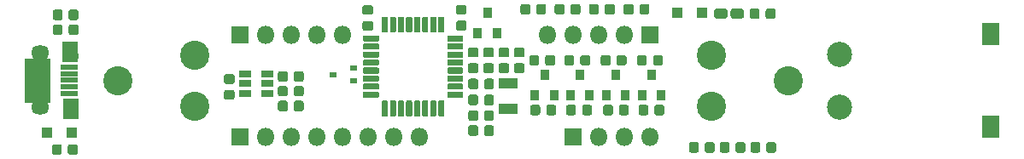
<source format=gts>
G04 #@! TF.GenerationSoftware,KiCad,Pcbnew,(5.1.5-0-10_14)*
G04 #@! TF.CreationDate,2020-01-18T17:07:03-08:00*
G04 #@! TF.ProjectId,STM32L0xx_18650,53544d33-324c-4307-9878-5f3138363530,rev?*
G04 #@! TF.SameCoordinates,Original*
G04 #@! TF.FileFunction,Soldermask,Top*
G04 #@! TF.FilePolarity,Negative*
%FSLAX46Y46*%
G04 Gerber Fmt 4.6, Leading zero omitted, Abs format (unit mm)*
G04 Created by KiCad (PCBNEW (5.1.5-0-10_14)) date 2020-01-18 17:07:03*
%MOMM*%
%LPD*%
G04 APERTURE LIST*
%ADD10C,2.901600*%
%ADD11R,1.161600X0.751600*%
%ADD12C,0.100000*%
%ADD13R,0.801600X0.551600*%
%ADD14O,1.801600X1.801600*%
%ADD15R,1.801600X1.801600*%
%ADD16R,0.901600X1.001600*%
%ADD17R,2.601600X4.501600*%
%ADD18O,1.801600X1.451600*%
%ADD19O,1.601600X1.201600*%
%ADD20R,1.751600X0.501600*%
%ADD21R,1.601600X2.101600*%
%ADD22C,2.501600*%
%ADD23R,1.701600X2.281600*%
%ADD24R,1.101600X1.101600*%
%ADD25R,1.901600X1.101600*%
G04 APERTURE END LIST*
D10*
X75200000Y-97460000D03*
X75200000Y-102540000D03*
X126400000Y-97460000D03*
X126400000Y-102540000D03*
X134020000Y-100000000D03*
X67580000Y-100000000D03*
D11*
X80225000Y-100325000D03*
X80225000Y-101275000D03*
X80225000Y-99375000D03*
X82425000Y-99375000D03*
X82425000Y-100325000D03*
X82425000Y-101275000D03*
D12*
G36*
X85780581Y-102025376D02*
G01*
X85804281Y-102028891D01*
X85827523Y-102034713D01*
X85850082Y-102042785D01*
X85871742Y-102053029D01*
X85892292Y-102065347D01*
X85911537Y-102079619D01*
X85929290Y-102095710D01*
X85945381Y-102113463D01*
X85959653Y-102132708D01*
X85971971Y-102153258D01*
X85982215Y-102174918D01*
X85990287Y-102197477D01*
X85996109Y-102220719D01*
X85999624Y-102244419D01*
X86000800Y-102268350D01*
X86000800Y-102831650D01*
X85999624Y-102855581D01*
X85996109Y-102879281D01*
X85990287Y-102902523D01*
X85982215Y-102925082D01*
X85971971Y-102946742D01*
X85959653Y-102967292D01*
X85945381Y-102986537D01*
X85929290Y-103004290D01*
X85911537Y-103020381D01*
X85892292Y-103034653D01*
X85871742Y-103046971D01*
X85850082Y-103057215D01*
X85827523Y-103065287D01*
X85804281Y-103071109D01*
X85780581Y-103074624D01*
X85756650Y-103075800D01*
X85268350Y-103075800D01*
X85244419Y-103074624D01*
X85220719Y-103071109D01*
X85197477Y-103065287D01*
X85174918Y-103057215D01*
X85153258Y-103046971D01*
X85132708Y-103034653D01*
X85113463Y-103020381D01*
X85095710Y-103004290D01*
X85079619Y-102986537D01*
X85065347Y-102967292D01*
X85053029Y-102946742D01*
X85042785Y-102925082D01*
X85034713Y-102902523D01*
X85028891Y-102879281D01*
X85025376Y-102855581D01*
X85024200Y-102831650D01*
X85024200Y-102268350D01*
X85025376Y-102244419D01*
X85028891Y-102220719D01*
X85034713Y-102197477D01*
X85042785Y-102174918D01*
X85053029Y-102153258D01*
X85065347Y-102132708D01*
X85079619Y-102113463D01*
X85095710Y-102095710D01*
X85113463Y-102079619D01*
X85132708Y-102065347D01*
X85153258Y-102053029D01*
X85174918Y-102042785D01*
X85197477Y-102034713D01*
X85220719Y-102028891D01*
X85244419Y-102025376D01*
X85268350Y-102024200D01*
X85756650Y-102024200D01*
X85780581Y-102025376D01*
G37*
G36*
X84205581Y-102025376D02*
G01*
X84229281Y-102028891D01*
X84252523Y-102034713D01*
X84275082Y-102042785D01*
X84296742Y-102053029D01*
X84317292Y-102065347D01*
X84336537Y-102079619D01*
X84354290Y-102095710D01*
X84370381Y-102113463D01*
X84384653Y-102132708D01*
X84396971Y-102153258D01*
X84407215Y-102174918D01*
X84415287Y-102197477D01*
X84421109Y-102220719D01*
X84424624Y-102244419D01*
X84425800Y-102268350D01*
X84425800Y-102831650D01*
X84424624Y-102855581D01*
X84421109Y-102879281D01*
X84415287Y-102902523D01*
X84407215Y-102925082D01*
X84396971Y-102946742D01*
X84384653Y-102967292D01*
X84370381Y-102986537D01*
X84354290Y-103004290D01*
X84336537Y-103020381D01*
X84317292Y-103034653D01*
X84296742Y-103046971D01*
X84275082Y-103057215D01*
X84252523Y-103065287D01*
X84229281Y-103071109D01*
X84205581Y-103074624D01*
X84181650Y-103075800D01*
X83693350Y-103075800D01*
X83669419Y-103074624D01*
X83645719Y-103071109D01*
X83622477Y-103065287D01*
X83599918Y-103057215D01*
X83578258Y-103046971D01*
X83557708Y-103034653D01*
X83538463Y-103020381D01*
X83520710Y-103004290D01*
X83504619Y-102986537D01*
X83490347Y-102967292D01*
X83478029Y-102946742D01*
X83467785Y-102925082D01*
X83459713Y-102902523D01*
X83453891Y-102879281D01*
X83450376Y-102855581D01*
X83449200Y-102831650D01*
X83449200Y-102268350D01*
X83450376Y-102244419D01*
X83453891Y-102220719D01*
X83459713Y-102197477D01*
X83467785Y-102174918D01*
X83478029Y-102153258D01*
X83490347Y-102132708D01*
X83504619Y-102113463D01*
X83520710Y-102095710D01*
X83538463Y-102079619D01*
X83557708Y-102065347D01*
X83578258Y-102053029D01*
X83599918Y-102042785D01*
X83622477Y-102034713D01*
X83645719Y-102028891D01*
X83669419Y-102025376D01*
X83693350Y-102024200D01*
X84181650Y-102024200D01*
X84205581Y-102025376D01*
G37*
G36*
X63455581Y-94425376D02*
G01*
X63479281Y-94428891D01*
X63502523Y-94434713D01*
X63525082Y-94442785D01*
X63546742Y-94453029D01*
X63567292Y-94465347D01*
X63586537Y-94479619D01*
X63604290Y-94495710D01*
X63620381Y-94513463D01*
X63634653Y-94532708D01*
X63646971Y-94553258D01*
X63657215Y-94574918D01*
X63665287Y-94597477D01*
X63671109Y-94620719D01*
X63674624Y-94644419D01*
X63675800Y-94668350D01*
X63675800Y-95231650D01*
X63674624Y-95255581D01*
X63671109Y-95279281D01*
X63665287Y-95302523D01*
X63657215Y-95325082D01*
X63646971Y-95346742D01*
X63634653Y-95367292D01*
X63620381Y-95386537D01*
X63604290Y-95404290D01*
X63586537Y-95420381D01*
X63567292Y-95434653D01*
X63546742Y-95446971D01*
X63525082Y-95457215D01*
X63502523Y-95465287D01*
X63479281Y-95471109D01*
X63455581Y-95474624D01*
X63431650Y-95475800D01*
X62943350Y-95475800D01*
X62919419Y-95474624D01*
X62895719Y-95471109D01*
X62872477Y-95465287D01*
X62849918Y-95457215D01*
X62828258Y-95446971D01*
X62807708Y-95434653D01*
X62788463Y-95420381D01*
X62770710Y-95404290D01*
X62754619Y-95386537D01*
X62740347Y-95367292D01*
X62728029Y-95346742D01*
X62717785Y-95325082D01*
X62709713Y-95302523D01*
X62703891Y-95279281D01*
X62700376Y-95255581D01*
X62699200Y-95231650D01*
X62699200Y-94668350D01*
X62700376Y-94644419D01*
X62703891Y-94620719D01*
X62709713Y-94597477D01*
X62717785Y-94574918D01*
X62728029Y-94553258D01*
X62740347Y-94532708D01*
X62754619Y-94513463D01*
X62770710Y-94495710D01*
X62788463Y-94479619D01*
X62807708Y-94465347D01*
X62828258Y-94453029D01*
X62849918Y-94442785D01*
X62872477Y-94434713D01*
X62895719Y-94428891D01*
X62919419Y-94425376D01*
X62943350Y-94424200D01*
X63431650Y-94424200D01*
X63455581Y-94425376D01*
G37*
G36*
X61880581Y-94425376D02*
G01*
X61904281Y-94428891D01*
X61927523Y-94434713D01*
X61950082Y-94442785D01*
X61971742Y-94453029D01*
X61992292Y-94465347D01*
X62011537Y-94479619D01*
X62029290Y-94495710D01*
X62045381Y-94513463D01*
X62059653Y-94532708D01*
X62071971Y-94553258D01*
X62082215Y-94574918D01*
X62090287Y-94597477D01*
X62096109Y-94620719D01*
X62099624Y-94644419D01*
X62100800Y-94668350D01*
X62100800Y-95231650D01*
X62099624Y-95255581D01*
X62096109Y-95279281D01*
X62090287Y-95302523D01*
X62082215Y-95325082D01*
X62071971Y-95346742D01*
X62059653Y-95367292D01*
X62045381Y-95386537D01*
X62029290Y-95404290D01*
X62011537Y-95420381D01*
X61992292Y-95434653D01*
X61971742Y-95446971D01*
X61950082Y-95457215D01*
X61927523Y-95465287D01*
X61904281Y-95471109D01*
X61880581Y-95474624D01*
X61856650Y-95475800D01*
X61368350Y-95475800D01*
X61344419Y-95474624D01*
X61320719Y-95471109D01*
X61297477Y-95465287D01*
X61274918Y-95457215D01*
X61253258Y-95446971D01*
X61232708Y-95434653D01*
X61213463Y-95420381D01*
X61195710Y-95404290D01*
X61179619Y-95386537D01*
X61165347Y-95367292D01*
X61153029Y-95346742D01*
X61142785Y-95325082D01*
X61134713Y-95302523D01*
X61128891Y-95279281D01*
X61125376Y-95255581D01*
X61124200Y-95231650D01*
X61124200Y-94668350D01*
X61125376Y-94644419D01*
X61128891Y-94620719D01*
X61134713Y-94597477D01*
X61142785Y-94574918D01*
X61153029Y-94553258D01*
X61165347Y-94532708D01*
X61179619Y-94513463D01*
X61195710Y-94495710D01*
X61213463Y-94479619D01*
X61232708Y-94465347D01*
X61253258Y-94453029D01*
X61274918Y-94442785D01*
X61297477Y-94434713D01*
X61320719Y-94428891D01*
X61344419Y-94425376D01*
X61368350Y-94424200D01*
X61856650Y-94424200D01*
X61880581Y-94425376D01*
G37*
G36*
X85780581Y-100550376D02*
G01*
X85804281Y-100553891D01*
X85827523Y-100559713D01*
X85850082Y-100567785D01*
X85871742Y-100578029D01*
X85892292Y-100590347D01*
X85911537Y-100604619D01*
X85929290Y-100620710D01*
X85945381Y-100638463D01*
X85959653Y-100657708D01*
X85971971Y-100678258D01*
X85982215Y-100699918D01*
X85990287Y-100722477D01*
X85996109Y-100745719D01*
X85999624Y-100769419D01*
X86000800Y-100793350D01*
X86000800Y-101356650D01*
X85999624Y-101380581D01*
X85996109Y-101404281D01*
X85990287Y-101427523D01*
X85982215Y-101450082D01*
X85971971Y-101471742D01*
X85959653Y-101492292D01*
X85945381Y-101511537D01*
X85929290Y-101529290D01*
X85911537Y-101545381D01*
X85892292Y-101559653D01*
X85871742Y-101571971D01*
X85850082Y-101582215D01*
X85827523Y-101590287D01*
X85804281Y-101596109D01*
X85780581Y-101599624D01*
X85756650Y-101600800D01*
X85268350Y-101600800D01*
X85244419Y-101599624D01*
X85220719Y-101596109D01*
X85197477Y-101590287D01*
X85174918Y-101582215D01*
X85153258Y-101571971D01*
X85132708Y-101559653D01*
X85113463Y-101545381D01*
X85095710Y-101529290D01*
X85079619Y-101511537D01*
X85065347Y-101492292D01*
X85053029Y-101471742D01*
X85042785Y-101450082D01*
X85034713Y-101427523D01*
X85028891Y-101404281D01*
X85025376Y-101380581D01*
X85024200Y-101356650D01*
X85024200Y-100793350D01*
X85025376Y-100769419D01*
X85028891Y-100745719D01*
X85034713Y-100722477D01*
X85042785Y-100699918D01*
X85053029Y-100678258D01*
X85065347Y-100657708D01*
X85079619Y-100638463D01*
X85095710Y-100620710D01*
X85113463Y-100604619D01*
X85132708Y-100590347D01*
X85153258Y-100578029D01*
X85174918Y-100567785D01*
X85197477Y-100559713D01*
X85220719Y-100553891D01*
X85244419Y-100550376D01*
X85268350Y-100549200D01*
X85756650Y-100549200D01*
X85780581Y-100550376D01*
G37*
G36*
X84205581Y-100550376D02*
G01*
X84229281Y-100553891D01*
X84252523Y-100559713D01*
X84275082Y-100567785D01*
X84296742Y-100578029D01*
X84317292Y-100590347D01*
X84336537Y-100604619D01*
X84354290Y-100620710D01*
X84370381Y-100638463D01*
X84384653Y-100657708D01*
X84396971Y-100678258D01*
X84407215Y-100699918D01*
X84415287Y-100722477D01*
X84421109Y-100745719D01*
X84424624Y-100769419D01*
X84425800Y-100793350D01*
X84425800Y-101356650D01*
X84424624Y-101380581D01*
X84421109Y-101404281D01*
X84415287Y-101427523D01*
X84407215Y-101450082D01*
X84396971Y-101471742D01*
X84384653Y-101492292D01*
X84370381Y-101511537D01*
X84354290Y-101529290D01*
X84336537Y-101545381D01*
X84317292Y-101559653D01*
X84296742Y-101571971D01*
X84275082Y-101582215D01*
X84252523Y-101590287D01*
X84229281Y-101596109D01*
X84205581Y-101599624D01*
X84181650Y-101600800D01*
X83693350Y-101600800D01*
X83669419Y-101599624D01*
X83645719Y-101596109D01*
X83622477Y-101590287D01*
X83599918Y-101582215D01*
X83578258Y-101571971D01*
X83557708Y-101559653D01*
X83538463Y-101545381D01*
X83520710Y-101529290D01*
X83504619Y-101511537D01*
X83490347Y-101492292D01*
X83478029Y-101471742D01*
X83467785Y-101450082D01*
X83459713Y-101427523D01*
X83453891Y-101404281D01*
X83450376Y-101380581D01*
X83449200Y-101356650D01*
X83449200Y-100793350D01*
X83450376Y-100769419D01*
X83453891Y-100745719D01*
X83459713Y-100722477D01*
X83467785Y-100699918D01*
X83478029Y-100678258D01*
X83490347Y-100657708D01*
X83504619Y-100638463D01*
X83520710Y-100620710D01*
X83538463Y-100604619D01*
X83557708Y-100590347D01*
X83578258Y-100578029D01*
X83599918Y-100567785D01*
X83622477Y-100559713D01*
X83645719Y-100553891D01*
X83669419Y-100550376D01*
X83693350Y-100549200D01*
X84181650Y-100549200D01*
X84205581Y-100550376D01*
G37*
G36*
X61880581Y-92950376D02*
G01*
X61904281Y-92953891D01*
X61927523Y-92959713D01*
X61950082Y-92967785D01*
X61971742Y-92978029D01*
X61992292Y-92990347D01*
X62011537Y-93004619D01*
X62029290Y-93020710D01*
X62045381Y-93038463D01*
X62059653Y-93057708D01*
X62071971Y-93078258D01*
X62082215Y-93099918D01*
X62090287Y-93122477D01*
X62096109Y-93145719D01*
X62099624Y-93169419D01*
X62100800Y-93193350D01*
X62100800Y-93756650D01*
X62099624Y-93780581D01*
X62096109Y-93804281D01*
X62090287Y-93827523D01*
X62082215Y-93850082D01*
X62071971Y-93871742D01*
X62059653Y-93892292D01*
X62045381Y-93911537D01*
X62029290Y-93929290D01*
X62011537Y-93945381D01*
X61992292Y-93959653D01*
X61971742Y-93971971D01*
X61950082Y-93982215D01*
X61927523Y-93990287D01*
X61904281Y-93996109D01*
X61880581Y-93999624D01*
X61856650Y-94000800D01*
X61368350Y-94000800D01*
X61344419Y-93999624D01*
X61320719Y-93996109D01*
X61297477Y-93990287D01*
X61274918Y-93982215D01*
X61253258Y-93971971D01*
X61232708Y-93959653D01*
X61213463Y-93945381D01*
X61195710Y-93929290D01*
X61179619Y-93911537D01*
X61165347Y-93892292D01*
X61153029Y-93871742D01*
X61142785Y-93850082D01*
X61134713Y-93827523D01*
X61128891Y-93804281D01*
X61125376Y-93780581D01*
X61124200Y-93756650D01*
X61124200Y-93193350D01*
X61125376Y-93169419D01*
X61128891Y-93145719D01*
X61134713Y-93122477D01*
X61142785Y-93099918D01*
X61153029Y-93078258D01*
X61165347Y-93057708D01*
X61179619Y-93038463D01*
X61195710Y-93020710D01*
X61213463Y-93004619D01*
X61232708Y-92990347D01*
X61253258Y-92978029D01*
X61274918Y-92967785D01*
X61297477Y-92959713D01*
X61320719Y-92953891D01*
X61344419Y-92950376D01*
X61368350Y-92949200D01*
X61856650Y-92949200D01*
X61880581Y-92950376D01*
G37*
G36*
X63455581Y-92950376D02*
G01*
X63479281Y-92953891D01*
X63502523Y-92959713D01*
X63525082Y-92967785D01*
X63546742Y-92978029D01*
X63567292Y-92990347D01*
X63586537Y-93004619D01*
X63604290Y-93020710D01*
X63620381Y-93038463D01*
X63634653Y-93057708D01*
X63646971Y-93078258D01*
X63657215Y-93099918D01*
X63665287Y-93122477D01*
X63671109Y-93145719D01*
X63674624Y-93169419D01*
X63675800Y-93193350D01*
X63675800Y-93756650D01*
X63674624Y-93780581D01*
X63671109Y-93804281D01*
X63665287Y-93827523D01*
X63657215Y-93850082D01*
X63646971Y-93871742D01*
X63634653Y-93892292D01*
X63620381Y-93911537D01*
X63604290Y-93929290D01*
X63586537Y-93945381D01*
X63567292Y-93959653D01*
X63546742Y-93971971D01*
X63525082Y-93982215D01*
X63502523Y-93990287D01*
X63479281Y-93996109D01*
X63455581Y-93999624D01*
X63431650Y-94000800D01*
X62943350Y-94000800D01*
X62919419Y-93999624D01*
X62895719Y-93996109D01*
X62872477Y-93990287D01*
X62849918Y-93982215D01*
X62828258Y-93971971D01*
X62807708Y-93959653D01*
X62788463Y-93945381D01*
X62770710Y-93929290D01*
X62754619Y-93911537D01*
X62740347Y-93892292D01*
X62728029Y-93871742D01*
X62717785Y-93850082D01*
X62709713Y-93827523D01*
X62703891Y-93804281D01*
X62700376Y-93780581D01*
X62699200Y-93756650D01*
X62699200Y-93193350D01*
X62700376Y-93169419D01*
X62703891Y-93145719D01*
X62709713Y-93122477D01*
X62717785Y-93099918D01*
X62728029Y-93078258D01*
X62740347Y-93057708D01*
X62754619Y-93038463D01*
X62770710Y-93020710D01*
X62788463Y-93004619D01*
X62807708Y-92990347D01*
X62828258Y-92978029D01*
X62849918Y-92967785D01*
X62872477Y-92959713D01*
X62895719Y-92953891D01*
X62919419Y-92950376D01*
X62943350Y-92949200D01*
X63431650Y-92949200D01*
X63455581Y-92950376D01*
G37*
G36*
X85780581Y-99075376D02*
G01*
X85804281Y-99078891D01*
X85827523Y-99084713D01*
X85850082Y-99092785D01*
X85871742Y-99103029D01*
X85892292Y-99115347D01*
X85911537Y-99129619D01*
X85929290Y-99145710D01*
X85945381Y-99163463D01*
X85959653Y-99182708D01*
X85971971Y-99203258D01*
X85982215Y-99224918D01*
X85990287Y-99247477D01*
X85996109Y-99270719D01*
X85999624Y-99294419D01*
X86000800Y-99318350D01*
X86000800Y-99881650D01*
X85999624Y-99905581D01*
X85996109Y-99929281D01*
X85990287Y-99952523D01*
X85982215Y-99975082D01*
X85971971Y-99996742D01*
X85959653Y-100017292D01*
X85945381Y-100036537D01*
X85929290Y-100054290D01*
X85911537Y-100070381D01*
X85892292Y-100084653D01*
X85871742Y-100096971D01*
X85850082Y-100107215D01*
X85827523Y-100115287D01*
X85804281Y-100121109D01*
X85780581Y-100124624D01*
X85756650Y-100125800D01*
X85268350Y-100125800D01*
X85244419Y-100124624D01*
X85220719Y-100121109D01*
X85197477Y-100115287D01*
X85174918Y-100107215D01*
X85153258Y-100096971D01*
X85132708Y-100084653D01*
X85113463Y-100070381D01*
X85095710Y-100054290D01*
X85079619Y-100036537D01*
X85065347Y-100017292D01*
X85053029Y-99996742D01*
X85042785Y-99975082D01*
X85034713Y-99952523D01*
X85028891Y-99929281D01*
X85025376Y-99905581D01*
X85024200Y-99881650D01*
X85024200Y-99318350D01*
X85025376Y-99294419D01*
X85028891Y-99270719D01*
X85034713Y-99247477D01*
X85042785Y-99224918D01*
X85053029Y-99203258D01*
X85065347Y-99182708D01*
X85079619Y-99163463D01*
X85095710Y-99145710D01*
X85113463Y-99129619D01*
X85132708Y-99115347D01*
X85153258Y-99103029D01*
X85174918Y-99092785D01*
X85197477Y-99084713D01*
X85220719Y-99078891D01*
X85244419Y-99075376D01*
X85268350Y-99074200D01*
X85756650Y-99074200D01*
X85780581Y-99075376D01*
G37*
G36*
X84205581Y-99075376D02*
G01*
X84229281Y-99078891D01*
X84252523Y-99084713D01*
X84275082Y-99092785D01*
X84296742Y-99103029D01*
X84317292Y-99115347D01*
X84336537Y-99129619D01*
X84354290Y-99145710D01*
X84370381Y-99163463D01*
X84384653Y-99182708D01*
X84396971Y-99203258D01*
X84407215Y-99224918D01*
X84415287Y-99247477D01*
X84421109Y-99270719D01*
X84424624Y-99294419D01*
X84425800Y-99318350D01*
X84425800Y-99881650D01*
X84424624Y-99905581D01*
X84421109Y-99929281D01*
X84415287Y-99952523D01*
X84407215Y-99975082D01*
X84396971Y-99996742D01*
X84384653Y-100017292D01*
X84370381Y-100036537D01*
X84354290Y-100054290D01*
X84336537Y-100070381D01*
X84317292Y-100084653D01*
X84296742Y-100096971D01*
X84275082Y-100107215D01*
X84252523Y-100115287D01*
X84229281Y-100121109D01*
X84205581Y-100124624D01*
X84181650Y-100125800D01*
X83693350Y-100125800D01*
X83669419Y-100124624D01*
X83645719Y-100121109D01*
X83622477Y-100115287D01*
X83599918Y-100107215D01*
X83578258Y-100096971D01*
X83557708Y-100084653D01*
X83538463Y-100070381D01*
X83520710Y-100054290D01*
X83504619Y-100036537D01*
X83490347Y-100017292D01*
X83478029Y-99996742D01*
X83467785Y-99975082D01*
X83459713Y-99952523D01*
X83453891Y-99929281D01*
X83450376Y-99905581D01*
X83449200Y-99881650D01*
X83449200Y-99318350D01*
X83450376Y-99294419D01*
X83453891Y-99270719D01*
X83459713Y-99247477D01*
X83467785Y-99224918D01*
X83478029Y-99203258D01*
X83490347Y-99182708D01*
X83504619Y-99163463D01*
X83520710Y-99145710D01*
X83538463Y-99129619D01*
X83557708Y-99115347D01*
X83578258Y-99103029D01*
X83599918Y-99092785D01*
X83622477Y-99084713D01*
X83645719Y-99078891D01*
X83669419Y-99075376D01*
X83693350Y-99074200D01*
X84181650Y-99074200D01*
X84205581Y-99075376D01*
G37*
G36*
X78930581Y-100950376D02*
G01*
X78954281Y-100953891D01*
X78977523Y-100959713D01*
X79000082Y-100967785D01*
X79021742Y-100978029D01*
X79042292Y-100990347D01*
X79061537Y-101004619D01*
X79079290Y-101020710D01*
X79095381Y-101038463D01*
X79109653Y-101057708D01*
X79121971Y-101078258D01*
X79132215Y-101099918D01*
X79140287Y-101122477D01*
X79146109Y-101145719D01*
X79149624Y-101169419D01*
X79150800Y-101193350D01*
X79150800Y-101681650D01*
X79149624Y-101705581D01*
X79146109Y-101729281D01*
X79140287Y-101752523D01*
X79132215Y-101775082D01*
X79121971Y-101796742D01*
X79109653Y-101817292D01*
X79095381Y-101836537D01*
X79079290Y-101854290D01*
X79061537Y-101870381D01*
X79042292Y-101884653D01*
X79021742Y-101896971D01*
X79000082Y-101907215D01*
X78977523Y-101915287D01*
X78954281Y-101921109D01*
X78930581Y-101924624D01*
X78906650Y-101925800D01*
X78343350Y-101925800D01*
X78319419Y-101924624D01*
X78295719Y-101921109D01*
X78272477Y-101915287D01*
X78249918Y-101907215D01*
X78228258Y-101896971D01*
X78207708Y-101884653D01*
X78188463Y-101870381D01*
X78170710Y-101854290D01*
X78154619Y-101836537D01*
X78140347Y-101817292D01*
X78128029Y-101796742D01*
X78117785Y-101775082D01*
X78109713Y-101752523D01*
X78103891Y-101729281D01*
X78100376Y-101705581D01*
X78099200Y-101681650D01*
X78099200Y-101193350D01*
X78100376Y-101169419D01*
X78103891Y-101145719D01*
X78109713Y-101122477D01*
X78117785Y-101099918D01*
X78128029Y-101078258D01*
X78140347Y-101057708D01*
X78154619Y-101038463D01*
X78170710Y-101020710D01*
X78188463Y-101004619D01*
X78207708Y-100990347D01*
X78228258Y-100978029D01*
X78249918Y-100967785D01*
X78272477Y-100959713D01*
X78295719Y-100953891D01*
X78319419Y-100950376D01*
X78343350Y-100949200D01*
X78906650Y-100949200D01*
X78930581Y-100950376D01*
G37*
G36*
X78930581Y-99375376D02*
G01*
X78954281Y-99378891D01*
X78977523Y-99384713D01*
X79000082Y-99392785D01*
X79021742Y-99403029D01*
X79042292Y-99415347D01*
X79061537Y-99429619D01*
X79079290Y-99445710D01*
X79095381Y-99463463D01*
X79109653Y-99482708D01*
X79121971Y-99503258D01*
X79132215Y-99524918D01*
X79140287Y-99547477D01*
X79146109Y-99570719D01*
X79149624Y-99594419D01*
X79150800Y-99618350D01*
X79150800Y-100106650D01*
X79149624Y-100130581D01*
X79146109Y-100154281D01*
X79140287Y-100177523D01*
X79132215Y-100200082D01*
X79121971Y-100221742D01*
X79109653Y-100242292D01*
X79095381Y-100261537D01*
X79079290Y-100279290D01*
X79061537Y-100295381D01*
X79042292Y-100309653D01*
X79021742Y-100321971D01*
X79000082Y-100332215D01*
X78977523Y-100340287D01*
X78954281Y-100346109D01*
X78930581Y-100349624D01*
X78906650Y-100350800D01*
X78343350Y-100350800D01*
X78319419Y-100349624D01*
X78295719Y-100346109D01*
X78272477Y-100340287D01*
X78249918Y-100332215D01*
X78228258Y-100321971D01*
X78207708Y-100309653D01*
X78188463Y-100295381D01*
X78170710Y-100279290D01*
X78154619Y-100261537D01*
X78140347Y-100242292D01*
X78128029Y-100221742D01*
X78117785Y-100200082D01*
X78109713Y-100177523D01*
X78103891Y-100154281D01*
X78100376Y-100130581D01*
X78099200Y-100106650D01*
X78099200Y-99618350D01*
X78100376Y-99594419D01*
X78103891Y-99570719D01*
X78109713Y-99547477D01*
X78117785Y-99524918D01*
X78128029Y-99503258D01*
X78140347Y-99482708D01*
X78154619Y-99463463D01*
X78170710Y-99445710D01*
X78188463Y-99429619D01*
X78207708Y-99415347D01*
X78228258Y-99403029D01*
X78249918Y-99392785D01*
X78272477Y-99384713D01*
X78295719Y-99378891D01*
X78319419Y-99375376D01*
X78343350Y-99374200D01*
X78906650Y-99374200D01*
X78930581Y-99375376D01*
G37*
D13*
X90950000Y-100075000D03*
X90950000Y-98775000D03*
X88950000Y-99425000D03*
D12*
G36*
X61805581Y-106350376D02*
G01*
X61829281Y-106353891D01*
X61852523Y-106359713D01*
X61875082Y-106367785D01*
X61896742Y-106378029D01*
X61917292Y-106390347D01*
X61936537Y-106404619D01*
X61954290Y-106420710D01*
X61970381Y-106438463D01*
X61984653Y-106457708D01*
X61996971Y-106478258D01*
X62007215Y-106499918D01*
X62015287Y-106522477D01*
X62021109Y-106545719D01*
X62024624Y-106569419D01*
X62025800Y-106593350D01*
X62025800Y-107156650D01*
X62024624Y-107180581D01*
X62021109Y-107204281D01*
X62015287Y-107227523D01*
X62007215Y-107250082D01*
X61996971Y-107271742D01*
X61984653Y-107292292D01*
X61970381Y-107311537D01*
X61954290Y-107329290D01*
X61936537Y-107345381D01*
X61917292Y-107359653D01*
X61896742Y-107371971D01*
X61875082Y-107382215D01*
X61852523Y-107390287D01*
X61829281Y-107396109D01*
X61805581Y-107399624D01*
X61781650Y-107400800D01*
X61293350Y-107400800D01*
X61269419Y-107399624D01*
X61245719Y-107396109D01*
X61222477Y-107390287D01*
X61199918Y-107382215D01*
X61178258Y-107371971D01*
X61157708Y-107359653D01*
X61138463Y-107345381D01*
X61120710Y-107329290D01*
X61104619Y-107311537D01*
X61090347Y-107292292D01*
X61078029Y-107271742D01*
X61067785Y-107250082D01*
X61059713Y-107227523D01*
X61053891Y-107204281D01*
X61050376Y-107180581D01*
X61049200Y-107156650D01*
X61049200Y-106593350D01*
X61050376Y-106569419D01*
X61053891Y-106545719D01*
X61059713Y-106522477D01*
X61067785Y-106499918D01*
X61078029Y-106478258D01*
X61090347Y-106457708D01*
X61104619Y-106438463D01*
X61120710Y-106420710D01*
X61138463Y-106404619D01*
X61157708Y-106390347D01*
X61178258Y-106378029D01*
X61199918Y-106367785D01*
X61222477Y-106359713D01*
X61245719Y-106353891D01*
X61269419Y-106350376D01*
X61293350Y-106349200D01*
X61781650Y-106349200D01*
X61805581Y-106350376D01*
G37*
G36*
X63380581Y-106350376D02*
G01*
X63404281Y-106353891D01*
X63427523Y-106359713D01*
X63450082Y-106367785D01*
X63471742Y-106378029D01*
X63492292Y-106390347D01*
X63511537Y-106404619D01*
X63529290Y-106420710D01*
X63545381Y-106438463D01*
X63559653Y-106457708D01*
X63571971Y-106478258D01*
X63582215Y-106499918D01*
X63590287Y-106522477D01*
X63596109Y-106545719D01*
X63599624Y-106569419D01*
X63600800Y-106593350D01*
X63600800Y-107156650D01*
X63599624Y-107180581D01*
X63596109Y-107204281D01*
X63590287Y-107227523D01*
X63582215Y-107250082D01*
X63571971Y-107271742D01*
X63559653Y-107292292D01*
X63545381Y-107311537D01*
X63529290Y-107329290D01*
X63511537Y-107345381D01*
X63492292Y-107359653D01*
X63471742Y-107371971D01*
X63450082Y-107382215D01*
X63427523Y-107390287D01*
X63404281Y-107396109D01*
X63380581Y-107399624D01*
X63356650Y-107400800D01*
X62868350Y-107400800D01*
X62844419Y-107399624D01*
X62820719Y-107396109D01*
X62797477Y-107390287D01*
X62774918Y-107382215D01*
X62753258Y-107371971D01*
X62732708Y-107359653D01*
X62713463Y-107345381D01*
X62695710Y-107329290D01*
X62679619Y-107311537D01*
X62665347Y-107292292D01*
X62653029Y-107271742D01*
X62642785Y-107250082D01*
X62634713Y-107227523D01*
X62628891Y-107204281D01*
X62625376Y-107180581D01*
X62624200Y-107156650D01*
X62624200Y-106593350D01*
X62625376Y-106569419D01*
X62628891Y-106545719D01*
X62634713Y-106522477D01*
X62642785Y-106499918D01*
X62653029Y-106478258D01*
X62665347Y-106457708D01*
X62679619Y-106438463D01*
X62695710Y-106420710D01*
X62713463Y-106404619D01*
X62732708Y-106390347D01*
X62753258Y-106378029D01*
X62774918Y-106367785D01*
X62797477Y-106359713D01*
X62820719Y-106353891D01*
X62844419Y-106350376D01*
X62868350Y-106349200D01*
X63356650Y-106349200D01*
X63380581Y-106350376D01*
G37*
G36*
X101930581Y-94050376D02*
G01*
X101954281Y-94053891D01*
X101977523Y-94059713D01*
X102000082Y-94067785D01*
X102021742Y-94078029D01*
X102042292Y-94090347D01*
X102061537Y-94104619D01*
X102079290Y-94120710D01*
X102095381Y-94138463D01*
X102109653Y-94157708D01*
X102121971Y-94178258D01*
X102132215Y-94199918D01*
X102140287Y-94222477D01*
X102146109Y-94245719D01*
X102149624Y-94269419D01*
X102150800Y-94293350D01*
X102150800Y-94781650D01*
X102149624Y-94805581D01*
X102146109Y-94829281D01*
X102140287Y-94852523D01*
X102132215Y-94875082D01*
X102121971Y-94896742D01*
X102109653Y-94917292D01*
X102095381Y-94936537D01*
X102079290Y-94954290D01*
X102061537Y-94970381D01*
X102042292Y-94984653D01*
X102021742Y-94996971D01*
X102000082Y-95007215D01*
X101977523Y-95015287D01*
X101954281Y-95021109D01*
X101930581Y-95024624D01*
X101906650Y-95025800D01*
X101343350Y-95025800D01*
X101319419Y-95024624D01*
X101295719Y-95021109D01*
X101272477Y-95015287D01*
X101249918Y-95007215D01*
X101228258Y-94996971D01*
X101207708Y-94984653D01*
X101188463Y-94970381D01*
X101170710Y-94954290D01*
X101154619Y-94936537D01*
X101140347Y-94917292D01*
X101128029Y-94896742D01*
X101117785Y-94875082D01*
X101109713Y-94852523D01*
X101103891Y-94829281D01*
X101100376Y-94805581D01*
X101099200Y-94781650D01*
X101099200Y-94293350D01*
X101100376Y-94269419D01*
X101103891Y-94245719D01*
X101109713Y-94222477D01*
X101117785Y-94199918D01*
X101128029Y-94178258D01*
X101140347Y-94157708D01*
X101154619Y-94138463D01*
X101170710Y-94120710D01*
X101188463Y-94104619D01*
X101207708Y-94090347D01*
X101228258Y-94078029D01*
X101249918Y-94067785D01*
X101272477Y-94059713D01*
X101295719Y-94053891D01*
X101319419Y-94050376D01*
X101343350Y-94049200D01*
X101906650Y-94049200D01*
X101930581Y-94050376D01*
G37*
G36*
X101930581Y-92475376D02*
G01*
X101954281Y-92478891D01*
X101977523Y-92484713D01*
X102000082Y-92492785D01*
X102021742Y-92503029D01*
X102042292Y-92515347D01*
X102061537Y-92529619D01*
X102079290Y-92545710D01*
X102095381Y-92563463D01*
X102109653Y-92582708D01*
X102121971Y-92603258D01*
X102132215Y-92624918D01*
X102140287Y-92647477D01*
X102146109Y-92670719D01*
X102149624Y-92694419D01*
X102150800Y-92718350D01*
X102150800Y-93206650D01*
X102149624Y-93230581D01*
X102146109Y-93254281D01*
X102140287Y-93277523D01*
X102132215Y-93300082D01*
X102121971Y-93321742D01*
X102109653Y-93342292D01*
X102095381Y-93361537D01*
X102079290Y-93379290D01*
X102061537Y-93395381D01*
X102042292Y-93409653D01*
X102021742Y-93421971D01*
X102000082Y-93432215D01*
X101977523Y-93440287D01*
X101954281Y-93446109D01*
X101930581Y-93449624D01*
X101906650Y-93450800D01*
X101343350Y-93450800D01*
X101319419Y-93449624D01*
X101295719Y-93446109D01*
X101272477Y-93440287D01*
X101249918Y-93432215D01*
X101228258Y-93421971D01*
X101207708Y-93409653D01*
X101188463Y-93395381D01*
X101170710Y-93379290D01*
X101154619Y-93361537D01*
X101140347Y-93342292D01*
X101128029Y-93321742D01*
X101117785Y-93300082D01*
X101109713Y-93277523D01*
X101103891Y-93254281D01*
X101100376Y-93230581D01*
X101099200Y-93206650D01*
X101099200Y-92718350D01*
X101100376Y-92694419D01*
X101103891Y-92670719D01*
X101109713Y-92647477D01*
X101117785Y-92624918D01*
X101128029Y-92603258D01*
X101140347Y-92582708D01*
X101154619Y-92563463D01*
X101170710Y-92545710D01*
X101188463Y-92529619D01*
X101207708Y-92515347D01*
X101228258Y-92503029D01*
X101249918Y-92492785D01*
X101272477Y-92484713D01*
X101295719Y-92478891D01*
X101319419Y-92475376D01*
X101343350Y-92474200D01*
X101906650Y-92474200D01*
X101930581Y-92475376D01*
G37*
G36*
X107680581Y-98300376D02*
G01*
X107704281Y-98303891D01*
X107727523Y-98309713D01*
X107750082Y-98317785D01*
X107771742Y-98328029D01*
X107792292Y-98340347D01*
X107811537Y-98354619D01*
X107829290Y-98370710D01*
X107845381Y-98388463D01*
X107859653Y-98407708D01*
X107871971Y-98428258D01*
X107882215Y-98449918D01*
X107890287Y-98472477D01*
X107896109Y-98495719D01*
X107899624Y-98519419D01*
X107900800Y-98543350D01*
X107900800Y-99031650D01*
X107899624Y-99055581D01*
X107896109Y-99079281D01*
X107890287Y-99102523D01*
X107882215Y-99125082D01*
X107871971Y-99146742D01*
X107859653Y-99167292D01*
X107845381Y-99186537D01*
X107829290Y-99204290D01*
X107811537Y-99220381D01*
X107792292Y-99234653D01*
X107771742Y-99246971D01*
X107750082Y-99257215D01*
X107727523Y-99265287D01*
X107704281Y-99271109D01*
X107680581Y-99274624D01*
X107656650Y-99275800D01*
X107093350Y-99275800D01*
X107069419Y-99274624D01*
X107045719Y-99271109D01*
X107022477Y-99265287D01*
X106999918Y-99257215D01*
X106978258Y-99246971D01*
X106957708Y-99234653D01*
X106938463Y-99220381D01*
X106920710Y-99204290D01*
X106904619Y-99186537D01*
X106890347Y-99167292D01*
X106878029Y-99146742D01*
X106867785Y-99125082D01*
X106859713Y-99102523D01*
X106853891Y-99079281D01*
X106850376Y-99055581D01*
X106849200Y-99031650D01*
X106849200Y-98543350D01*
X106850376Y-98519419D01*
X106853891Y-98495719D01*
X106859713Y-98472477D01*
X106867785Y-98449918D01*
X106878029Y-98428258D01*
X106890347Y-98407708D01*
X106904619Y-98388463D01*
X106920710Y-98370710D01*
X106938463Y-98354619D01*
X106957708Y-98340347D01*
X106978258Y-98328029D01*
X106999918Y-98317785D01*
X107022477Y-98309713D01*
X107045719Y-98303891D01*
X107069419Y-98300376D01*
X107093350Y-98299200D01*
X107656650Y-98299200D01*
X107680581Y-98300376D01*
G37*
G36*
X107680581Y-96725376D02*
G01*
X107704281Y-96728891D01*
X107727523Y-96734713D01*
X107750082Y-96742785D01*
X107771742Y-96753029D01*
X107792292Y-96765347D01*
X107811537Y-96779619D01*
X107829290Y-96795710D01*
X107845381Y-96813463D01*
X107859653Y-96832708D01*
X107871971Y-96853258D01*
X107882215Y-96874918D01*
X107890287Y-96897477D01*
X107896109Y-96920719D01*
X107899624Y-96944419D01*
X107900800Y-96968350D01*
X107900800Y-97456650D01*
X107899624Y-97480581D01*
X107896109Y-97504281D01*
X107890287Y-97527523D01*
X107882215Y-97550082D01*
X107871971Y-97571742D01*
X107859653Y-97592292D01*
X107845381Y-97611537D01*
X107829290Y-97629290D01*
X107811537Y-97645381D01*
X107792292Y-97659653D01*
X107771742Y-97671971D01*
X107750082Y-97682215D01*
X107727523Y-97690287D01*
X107704281Y-97696109D01*
X107680581Y-97699624D01*
X107656650Y-97700800D01*
X107093350Y-97700800D01*
X107069419Y-97699624D01*
X107045719Y-97696109D01*
X107022477Y-97690287D01*
X106999918Y-97682215D01*
X106978258Y-97671971D01*
X106957708Y-97659653D01*
X106938463Y-97645381D01*
X106920710Y-97629290D01*
X106904619Y-97611537D01*
X106890347Y-97592292D01*
X106878029Y-97571742D01*
X106867785Y-97550082D01*
X106859713Y-97527523D01*
X106853891Y-97504281D01*
X106850376Y-97480581D01*
X106849200Y-97456650D01*
X106849200Y-96968350D01*
X106850376Y-96944419D01*
X106853891Y-96920719D01*
X106859713Y-96897477D01*
X106867785Y-96874918D01*
X106878029Y-96853258D01*
X106890347Y-96832708D01*
X106904619Y-96813463D01*
X106920710Y-96795710D01*
X106938463Y-96779619D01*
X106957708Y-96765347D01*
X106978258Y-96753029D01*
X106999918Y-96742785D01*
X107022477Y-96734713D01*
X107045719Y-96728891D01*
X107069419Y-96725376D01*
X107093350Y-96724200D01*
X107656650Y-96724200D01*
X107680581Y-96725376D01*
G37*
D14*
X97460000Y-105610000D03*
X94920000Y-105610000D03*
X92380000Y-105610000D03*
X89840000Y-105610000D03*
X87300000Y-105610000D03*
X84760000Y-105610000D03*
X82220000Y-105610000D03*
D15*
X79680000Y-105610000D03*
X112690000Y-105610000D03*
D14*
X115230000Y-105610000D03*
X117770000Y-105610000D03*
X120310000Y-105610000D03*
D12*
G36*
X101690142Y-101124924D02*
G01*
X101704742Y-101127090D01*
X101719059Y-101130676D01*
X101732956Y-101135649D01*
X101746298Y-101141959D01*
X101758958Y-101149547D01*
X101770813Y-101158339D01*
X101781749Y-101168251D01*
X101791661Y-101179187D01*
X101800453Y-101191042D01*
X101808041Y-101203702D01*
X101814351Y-101217044D01*
X101819324Y-101230941D01*
X101822910Y-101245258D01*
X101825076Y-101259858D01*
X101825800Y-101274600D01*
X101825800Y-101575400D01*
X101825076Y-101590142D01*
X101822910Y-101604742D01*
X101819324Y-101619059D01*
X101814351Y-101632956D01*
X101808041Y-101646298D01*
X101800453Y-101658958D01*
X101791661Y-101670813D01*
X101781749Y-101681749D01*
X101770813Y-101691661D01*
X101758958Y-101700453D01*
X101746298Y-101708041D01*
X101732956Y-101714351D01*
X101719059Y-101719324D01*
X101704742Y-101722910D01*
X101690142Y-101725076D01*
X101675400Y-101725800D01*
X100374600Y-101725800D01*
X100359858Y-101725076D01*
X100345258Y-101722910D01*
X100330941Y-101719324D01*
X100317044Y-101714351D01*
X100303702Y-101708041D01*
X100291042Y-101700453D01*
X100279187Y-101691661D01*
X100268251Y-101681749D01*
X100258339Y-101670813D01*
X100249547Y-101658958D01*
X100241959Y-101646298D01*
X100235649Y-101632956D01*
X100230676Y-101619059D01*
X100227090Y-101604742D01*
X100224924Y-101590142D01*
X100224200Y-101575400D01*
X100224200Y-101274600D01*
X100224924Y-101259858D01*
X100227090Y-101245258D01*
X100230676Y-101230941D01*
X100235649Y-101217044D01*
X100241959Y-101203702D01*
X100249547Y-101191042D01*
X100258339Y-101179187D01*
X100268251Y-101168251D01*
X100279187Y-101158339D01*
X100291042Y-101149547D01*
X100303702Y-101141959D01*
X100317044Y-101135649D01*
X100330941Y-101130676D01*
X100345258Y-101127090D01*
X100359858Y-101124924D01*
X100374600Y-101124200D01*
X101675400Y-101124200D01*
X101690142Y-101124924D01*
G37*
G36*
X101690142Y-100324924D02*
G01*
X101704742Y-100327090D01*
X101719059Y-100330676D01*
X101732956Y-100335649D01*
X101746298Y-100341959D01*
X101758958Y-100349547D01*
X101770813Y-100358339D01*
X101781749Y-100368251D01*
X101791661Y-100379187D01*
X101800453Y-100391042D01*
X101808041Y-100403702D01*
X101814351Y-100417044D01*
X101819324Y-100430941D01*
X101822910Y-100445258D01*
X101825076Y-100459858D01*
X101825800Y-100474600D01*
X101825800Y-100775400D01*
X101825076Y-100790142D01*
X101822910Y-100804742D01*
X101819324Y-100819059D01*
X101814351Y-100832956D01*
X101808041Y-100846298D01*
X101800453Y-100858958D01*
X101791661Y-100870813D01*
X101781749Y-100881749D01*
X101770813Y-100891661D01*
X101758958Y-100900453D01*
X101746298Y-100908041D01*
X101732956Y-100914351D01*
X101719059Y-100919324D01*
X101704742Y-100922910D01*
X101690142Y-100925076D01*
X101675400Y-100925800D01*
X100374600Y-100925800D01*
X100359858Y-100925076D01*
X100345258Y-100922910D01*
X100330941Y-100919324D01*
X100317044Y-100914351D01*
X100303702Y-100908041D01*
X100291042Y-100900453D01*
X100279187Y-100891661D01*
X100268251Y-100881749D01*
X100258339Y-100870813D01*
X100249547Y-100858958D01*
X100241959Y-100846298D01*
X100235649Y-100832956D01*
X100230676Y-100819059D01*
X100227090Y-100804742D01*
X100224924Y-100790142D01*
X100224200Y-100775400D01*
X100224200Y-100474600D01*
X100224924Y-100459858D01*
X100227090Y-100445258D01*
X100230676Y-100430941D01*
X100235649Y-100417044D01*
X100241959Y-100403702D01*
X100249547Y-100391042D01*
X100258339Y-100379187D01*
X100268251Y-100368251D01*
X100279187Y-100358339D01*
X100291042Y-100349547D01*
X100303702Y-100341959D01*
X100317044Y-100335649D01*
X100330941Y-100330676D01*
X100345258Y-100327090D01*
X100359858Y-100324924D01*
X100374600Y-100324200D01*
X101675400Y-100324200D01*
X101690142Y-100324924D01*
G37*
G36*
X101690142Y-99524924D02*
G01*
X101704742Y-99527090D01*
X101719059Y-99530676D01*
X101732956Y-99535649D01*
X101746298Y-99541959D01*
X101758958Y-99549547D01*
X101770813Y-99558339D01*
X101781749Y-99568251D01*
X101791661Y-99579187D01*
X101800453Y-99591042D01*
X101808041Y-99603702D01*
X101814351Y-99617044D01*
X101819324Y-99630941D01*
X101822910Y-99645258D01*
X101825076Y-99659858D01*
X101825800Y-99674600D01*
X101825800Y-99975400D01*
X101825076Y-99990142D01*
X101822910Y-100004742D01*
X101819324Y-100019059D01*
X101814351Y-100032956D01*
X101808041Y-100046298D01*
X101800453Y-100058958D01*
X101791661Y-100070813D01*
X101781749Y-100081749D01*
X101770813Y-100091661D01*
X101758958Y-100100453D01*
X101746298Y-100108041D01*
X101732956Y-100114351D01*
X101719059Y-100119324D01*
X101704742Y-100122910D01*
X101690142Y-100125076D01*
X101675400Y-100125800D01*
X100374600Y-100125800D01*
X100359858Y-100125076D01*
X100345258Y-100122910D01*
X100330941Y-100119324D01*
X100317044Y-100114351D01*
X100303702Y-100108041D01*
X100291042Y-100100453D01*
X100279187Y-100091661D01*
X100268251Y-100081749D01*
X100258339Y-100070813D01*
X100249547Y-100058958D01*
X100241959Y-100046298D01*
X100235649Y-100032956D01*
X100230676Y-100019059D01*
X100227090Y-100004742D01*
X100224924Y-99990142D01*
X100224200Y-99975400D01*
X100224200Y-99674600D01*
X100224924Y-99659858D01*
X100227090Y-99645258D01*
X100230676Y-99630941D01*
X100235649Y-99617044D01*
X100241959Y-99603702D01*
X100249547Y-99591042D01*
X100258339Y-99579187D01*
X100268251Y-99568251D01*
X100279187Y-99558339D01*
X100291042Y-99549547D01*
X100303702Y-99541959D01*
X100317044Y-99535649D01*
X100330941Y-99530676D01*
X100345258Y-99527090D01*
X100359858Y-99524924D01*
X100374600Y-99524200D01*
X101675400Y-99524200D01*
X101690142Y-99524924D01*
G37*
G36*
X101690142Y-98724924D02*
G01*
X101704742Y-98727090D01*
X101719059Y-98730676D01*
X101732956Y-98735649D01*
X101746298Y-98741959D01*
X101758958Y-98749547D01*
X101770813Y-98758339D01*
X101781749Y-98768251D01*
X101791661Y-98779187D01*
X101800453Y-98791042D01*
X101808041Y-98803702D01*
X101814351Y-98817044D01*
X101819324Y-98830941D01*
X101822910Y-98845258D01*
X101825076Y-98859858D01*
X101825800Y-98874600D01*
X101825800Y-99175400D01*
X101825076Y-99190142D01*
X101822910Y-99204742D01*
X101819324Y-99219059D01*
X101814351Y-99232956D01*
X101808041Y-99246298D01*
X101800453Y-99258958D01*
X101791661Y-99270813D01*
X101781749Y-99281749D01*
X101770813Y-99291661D01*
X101758958Y-99300453D01*
X101746298Y-99308041D01*
X101732956Y-99314351D01*
X101719059Y-99319324D01*
X101704742Y-99322910D01*
X101690142Y-99325076D01*
X101675400Y-99325800D01*
X100374600Y-99325800D01*
X100359858Y-99325076D01*
X100345258Y-99322910D01*
X100330941Y-99319324D01*
X100317044Y-99314351D01*
X100303702Y-99308041D01*
X100291042Y-99300453D01*
X100279187Y-99291661D01*
X100268251Y-99281749D01*
X100258339Y-99270813D01*
X100249547Y-99258958D01*
X100241959Y-99246298D01*
X100235649Y-99232956D01*
X100230676Y-99219059D01*
X100227090Y-99204742D01*
X100224924Y-99190142D01*
X100224200Y-99175400D01*
X100224200Y-98874600D01*
X100224924Y-98859858D01*
X100227090Y-98845258D01*
X100230676Y-98830941D01*
X100235649Y-98817044D01*
X100241959Y-98803702D01*
X100249547Y-98791042D01*
X100258339Y-98779187D01*
X100268251Y-98768251D01*
X100279187Y-98758339D01*
X100291042Y-98749547D01*
X100303702Y-98741959D01*
X100317044Y-98735649D01*
X100330941Y-98730676D01*
X100345258Y-98727090D01*
X100359858Y-98724924D01*
X100374600Y-98724200D01*
X101675400Y-98724200D01*
X101690142Y-98724924D01*
G37*
G36*
X101690142Y-97924924D02*
G01*
X101704742Y-97927090D01*
X101719059Y-97930676D01*
X101732956Y-97935649D01*
X101746298Y-97941959D01*
X101758958Y-97949547D01*
X101770813Y-97958339D01*
X101781749Y-97968251D01*
X101791661Y-97979187D01*
X101800453Y-97991042D01*
X101808041Y-98003702D01*
X101814351Y-98017044D01*
X101819324Y-98030941D01*
X101822910Y-98045258D01*
X101825076Y-98059858D01*
X101825800Y-98074600D01*
X101825800Y-98375400D01*
X101825076Y-98390142D01*
X101822910Y-98404742D01*
X101819324Y-98419059D01*
X101814351Y-98432956D01*
X101808041Y-98446298D01*
X101800453Y-98458958D01*
X101791661Y-98470813D01*
X101781749Y-98481749D01*
X101770813Y-98491661D01*
X101758958Y-98500453D01*
X101746298Y-98508041D01*
X101732956Y-98514351D01*
X101719059Y-98519324D01*
X101704742Y-98522910D01*
X101690142Y-98525076D01*
X101675400Y-98525800D01*
X100374600Y-98525800D01*
X100359858Y-98525076D01*
X100345258Y-98522910D01*
X100330941Y-98519324D01*
X100317044Y-98514351D01*
X100303702Y-98508041D01*
X100291042Y-98500453D01*
X100279187Y-98491661D01*
X100268251Y-98481749D01*
X100258339Y-98470813D01*
X100249547Y-98458958D01*
X100241959Y-98446298D01*
X100235649Y-98432956D01*
X100230676Y-98419059D01*
X100227090Y-98404742D01*
X100224924Y-98390142D01*
X100224200Y-98375400D01*
X100224200Y-98074600D01*
X100224924Y-98059858D01*
X100227090Y-98045258D01*
X100230676Y-98030941D01*
X100235649Y-98017044D01*
X100241959Y-98003702D01*
X100249547Y-97991042D01*
X100258339Y-97979187D01*
X100268251Y-97968251D01*
X100279187Y-97958339D01*
X100291042Y-97949547D01*
X100303702Y-97941959D01*
X100317044Y-97935649D01*
X100330941Y-97930676D01*
X100345258Y-97927090D01*
X100359858Y-97924924D01*
X100374600Y-97924200D01*
X101675400Y-97924200D01*
X101690142Y-97924924D01*
G37*
G36*
X101690142Y-97124924D02*
G01*
X101704742Y-97127090D01*
X101719059Y-97130676D01*
X101732956Y-97135649D01*
X101746298Y-97141959D01*
X101758958Y-97149547D01*
X101770813Y-97158339D01*
X101781749Y-97168251D01*
X101791661Y-97179187D01*
X101800453Y-97191042D01*
X101808041Y-97203702D01*
X101814351Y-97217044D01*
X101819324Y-97230941D01*
X101822910Y-97245258D01*
X101825076Y-97259858D01*
X101825800Y-97274600D01*
X101825800Y-97575400D01*
X101825076Y-97590142D01*
X101822910Y-97604742D01*
X101819324Y-97619059D01*
X101814351Y-97632956D01*
X101808041Y-97646298D01*
X101800453Y-97658958D01*
X101791661Y-97670813D01*
X101781749Y-97681749D01*
X101770813Y-97691661D01*
X101758958Y-97700453D01*
X101746298Y-97708041D01*
X101732956Y-97714351D01*
X101719059Y-97719324D01*
X101704742Y-97722910D01*
X101690142Y-97725076D01*
X101675400Y-97725800D01*
X100374600Y-97725800D01*
X100359858Y-97725076D01*
X100345258Y-97722910D01*
X100330941Y-97719324D01*
X100317044Y-97714351D01*
X100303702Y-97708041D01*
X100291042Y-97700453D01*
X100279187Y-97691661D01*
X100268251Y-97681749D01*
X100258339Y-97670813D01*
X100249547Y-97658958D01*
X100241959Y-97646298D01*
X100235649Y-97632956D01*
X100230676Y-97619059D01*
X100227090Y-97604742D01*
X100224924Y-97590142D01*
X100224200Y-97575400D01*
X100224200Y-97274600D01*
X100224924Y-97259858D01*
X100227090Y-97245258D01*
X100230676Y-97230941D01*
X100235649Y-97217044D01*
X100241959Y-97203702D01*
X100249547Y-97191042D01*
X100258339Y-97179187D01*
X100268251Y-97168251D01*
X100279187Y-97158339D01*
X100291042Y-97149547D01*
X100303702Y-97141959D01*
X100317044Y-97135649D01*
X100330941Y-97130676D01*
X100345258Y-97127090D01*
X100359858Y-97124924D01*
X100374600Y-97124200D01*
X101675400Y-97124200D01*
X101690142Y-97124924D01*
G37*
G36*
X101690142Y-96324924D02*
G01*
X101704742Y-96327090D01*
X101719059Y-96330676D01*
X101732956Y-96335649D01*
X101746298Y-96341959D01*
X101758958Y-96349547D01*
X101770813Y-96358339D01*
X101781749Y-96368251D01*
X101791661Y-96379187D01*
X101800453Y-96391042D01*
X101808041Y-96403702D01*
X101814351Y-96417044D01*
X101819324Y-96430941D01*
X101822910Y-96445258D01*
X101825076Y-96459858D01*
X101825800Y-96474600D01*
X101825800Y-96775400D01*
X101825076Y-96790142D01*
X101822910Y-96804742D01*
X101819324Y-96819059D01*
X101814351Y-96832956D01*
X101808041Y-96846298D01*
X101800453Y-96858958D01*
X101791661Y-96870813D01*
X101781749Y-96881749D01*
X101770813Y-96891661D01*
X101758958Y-96900453D01*
X101746298Y-96908041D01*
X101732956Y-96914351D01*
X101719059Y-96919324D01*
X101704742Y-96922910D01*
X101690142Y-96925076D01*
X101675400Y-96925800D01*
X100374600Y-96925800D01*
X100359858Y-96925076D01*
X100345258Y-96922910D01*
X100330941Y-96919324D01*
X100317044Y-96914351D01*
X100303702Y-96908041D01*
X100291042Y-96900453D01*
X100279187Y-96891661D01*
X100268251Y-96881749D01*
X100258339Y-96870813D01*
X100249547Y-96858958D01*
X100241959Y-96846298D01*
X100235649Y-96832956D01*
X100230676Y-96819059D01*
X100227090Y-96804742D01*
X100224924Y-96790142D01*
X100224200Y-96775400D01*
X100224200Y-96474600D01*
X100224924Y-96459858D01*
X100227090Y-96445258D01*
X100230676Y-96430941D01*
X100235649Y-96417044D01*
X100241959Y-96403702D01*
X100249547Y-96391042D01*
X100258339Y-96379187D01*
X100268251Y-96368251D01*
X100279187Y-96358339D01*
X100291042Y-96349547D01*
X100303702Y-96341959D01*
X100317044Y-96335649D01*
X100330941Y-96330676D01*
X100345258Y-96327090D01*
X100359858Y-96324924D01*
X100374600Y-96324200D01*
X101675400Y-96324200D01*
X101690142Y-96324924D01*
G37*
G36*
X101690142Y-95524924D02*
G01*
X101704742Y-95527090D01*
X101719059Y-95530676D01*
X101732956Y-95535649D01*
X101746298Y-95541959D01*
X101758958Y-95549547D01*
X101770813Y-95558339D01*
X101781749Y-95568251D01*
X101791661Y-95579187D01*
X101800453Y-95591042D01*
X101808041Y-95603702D01*
X101814351Y-95617044D01*
X101819324Y-95630941D01*
X101822910Y-95645258D01*
X101825076Y-95659858D01*
X101825800Y-95674600D01*
X101825800Y-95975400D01*
X101825076Y-95990142D01*
X101822910Y-96004742D01*
X101819324Y-96019059D01*
X101814351Y-96032956D01*
X101808041Y-96046298D01*
X101800453Y-96058958D01*
X101791661Y-96070813D01*
X101781749Y-96081749D01*
X101770813Y-96091661D01*
X101758958Y-96100453D01*
X101746298Y-96108041D01*
X101732956Y-96114351D01*
X101719059Y-96119324D01*
X101704742Y-96122910D01*
X101690142Y-96125076D01*
X101675400Y-96125800D01*
X100374600Y-96125800D01*
X100359858Y-96125076D01*
X100345258Y-96122910D01*
X100330941Y-96119324D01*
X100317044Y-96114351D01*
X100303702Y-96108041D01*
X100291042Y-96100453D01*
X100279187Y-96091661D01*
X100268251Y-96081749D01*
X100258339Y-96070813D01*
X100249547Y-96058958D01*
X100241959Y-96046298D01*
X100235649Y-96032956D01*
X100230676Y-96019059D01*
X100227090Y-96004742D01*
X100224924Y-95990142D01*
X100224200Y-95975400D01*
X100224200Y-95674600D01*
X100224924Y-95659858D01*
X100227090Y-95645258D01*
X100230676Y-95630941D01*
X100235649Y-95617044D01*
X100241959Y-95603702D01*
X100249547Y-95591042D01*
X100258339Y-95579187D01*
X100268251Y-95568251D01*
X100279187Y-95558339D01*
X100291042Y-95549547D01*
X100303702Y-95541959D01*
X100317044Y-95535649D01*
X100330941Y-95530676D01*
X100345258Y-95527090D01*
X100359858Y-95524924D01*
X100374600Y-95524200D01*
X101675400Y-95524200D01*
X101690142Y-95524924D01*
G37*
G36*
X99815142Y-93649924D02*
G01*
X99829742Y-93652090D01*
X99844059Y-93655676D01*
X99857956Y-93660649D01*
X99871298Y-93666959D01*
X99883958Y-93674547D01*
X99895813Y-93683339D01*
X99906749Y-93693251D01*
X99916661Y-93704187D01*
X99925453Y-93716042D01*
X99933041Y-93728702D01*
X99939351Y-93742044D01*
X99944324Y-93755941D01*
X99947910Y-93770258D01*
X99950076Y-93784858D01*
X99950800Y-93799600D01*
X99950800Y-95100400D01*
X99950076Y-95115142D01*
X99947910Y-95129742D01*
X99944324Y-95144059D01*
X99939351Y-95157956D01*
X99933041Y-95171298D01*
X99925453Y-95183958D01*
X99916661Y-95195813D01*
X99906749Y-95206749D01*
X99895813Y-95216661D01*
X99883958Y-95225453D01*
X99871298Y-95233041D01*
X99857956Y-95239351D01*
X99844059Y-95244324D01*
X99829742Y-95247910D01*
X99815142Y-95250076D01*
X99800400Y-95250800D01*
X99499600Y-95250800D01*
X99484858Y-95250076D01*
X99470258Y-95247910D01*
X99455941Y-95244324D01*
X99442044Y-95239351D01*
X99428702Y-95233041D01*
X99416042Y-95225453D01*
X99404187Y-95216661D01*
X99393251Y-95206749D01*
X99383339Y-95195813D01*
X99374547Y-95183958D01*
X99366959Y-95171298D01*
X99360649Y-95157956D01*
X99355676Y-95144059D01*
X99352090Y-95129742D01*
X99349924Y-95115142D01*
X99349200Y-95100400D01*
X99349200Y-93799600D01*
X99349924Y-93784858D01*
X99352090Y-93770258D01*
X99355676Y-93755941D01*
X99360649Y-93742044D01*
X99366959Y-93728702D01*
X99374547Y-93716042D01*
X99383339Y-93704187D01*
X99393251Y-93693251D01*
X99404187Y-93683339D01*
X99416042Y-93674547D01*
X99428702Y-93666959D01*
X99442044Y-93660649D01*
X99455941Y-93655676D01*
X99470258Y-93652090D01*
X99484858Y-93649924D01*
X99499600Y-93649200D01*
X99800400Y-93649200D01*
X99815142Y-93649924D01*
G37*
G36*
X99015142Y-93649924D02*
G01*
X99029742Y-93652090D01*
X99044059Y-93655676D01*
X99057956Y-93660649D01*
X99071298Y-93666959D01*
X99083958Y-93674547D01*
X99095813Y-93683339D01*
X99106749Y-93693251D01*
X99116661Y-93704187D01*
X99125453Y-93716042D01*
X99133041Y-93728702D01*
X99139351Y-93742044D01*
X99144324Y-93755941D01*
X99147910Y-93770258D01*
X99150076Y-93784858D01*
X99150800Y-93799600D01*
X99150800Y-95100400D01*
X99150076Y-95115142D01*
X99147910Y-95129742D01*
X99144324Y-95144059D01*
X99139351Y-95157956D01*
X99133041Y-95171298D01*
X99125453Y-95183958D01*
X99116661Y-95195813D01*
X99106749Y-95206749D01*
X99095813Y-95216661D01*
X99083958Y-95225453D01*
X99071298Y-95233041D01*
X99057956Y-95239351D01*
X99044059Y-95244324D01*
X99029742Y-95247910D01*
X99015142Y-95250076D01*
X99000400Y-95250800D01*
X98699600Y-95250800D01*
X98684858Y-95250076D01*
X98670258Y-95247910D01*
X98655941Y-95244324D01*
X98642044Y-95239351D01*
X98628702Y-95233041D01*
X98616042Y-95225453D01*
X98604187Y-95216661D01*
X98593251Y-95206749D01*
X98583339Y-95195813D01*
X98574547Y-95183958D01*
X98566959Y-95171298D01*
X98560649Y-95157956D01*
X98555676Y-95144059D01*
X98552090Y-95129742D01*
X98549924Y-95115142D01*
X98549200Y-95100400D01*
X98549200Y-93799600D01*
X98549924Y-93784858D01*
X98552090Y-93770258D01*
X98555676Y-93755941D01*
X98560649Y-93742044D01*
X98566959Y-93728702D01*
X98574547Y-93716042D01*
X98583339Y-93704187D01*
X98593251Y-93693251D01*
X98604187Y-93683339D01*
X98616042Y-93674547D01*
X98628702Y-93666959D01*
X98642044Y-93660649D01*
X98655941Y-93655676D01*
X98670258Y-93652090D01*
X98684858Y-93649924D01*
X98699600Y-93649200D01*
X99000400Y-93649200D01*
X99015142Y-93649924D01*
G37*
G36*
X98215142Y-93649924D02*
G01*
X98229742Y-93652090D01*
X98244059Y-93655676D01*
X98257956Y-93660649D01*
X98271298Y-93666959D01*
X98283958Y-93674547D01*
X98295813Y-93683339D01*
X98306749Y-93693251D01*
X98316661Y-93704187D01*
X98325453Y-93716042D01*
X98333041Y-93728702D01*
X98339351Y-93742044D01*
X98344324Y-93755941D01*
X98347910Y-93770258D01*
X98350076Y-93784858D01*
X98350800Y-93799600D01*
X98350800Y-95100400D01*
X98350076Y-95115142D01*
X98347910Y-95129742D01*
X98344324Y-95144059D01*
X98339351Y-95157956D01*
X98333041Y-95171298D01*
X98325453Y-95183958D01*
X98316661Y-95195813D01*
X98306749Y-95206749D01*
X98295813Y-95216661D01*
X98283958Y-95225453D01*
X98271298Y-95233041D01*
X98257956Y-95239351D01*
X98244059Y-95244324D01*
X98229742Y-95247910D01*
X98215142Y-95250076D01*
X98200400Y-95250800D01*
X97899600Y-95250800D01*
X97884858Y-95250076D01*
X97870258Y-95247910D01*
X97855941Y-95244324D01*
X97842044Y-95239351D01*
X97828702Y-95233041D01*
X97816042Y-95225453D01*
X97804187Y-95216661D01*
X97793251Y-95206749D01*
X97783339Y-95195813D01*
X97774547Y-95183958D01*
X97766959Y-95171298D01*
X97760649Y-95157956D01*
X97755676Y-95144059D01*
X97752090Y-95129742D01*
X97749924Y-95115142D01*
X97749200Y-95100400D01*
X97749200Y-93799600D01*
X97749924Y-93784858D01*
X97752090Y-93770258D01*
X97755676Y-93755941D01*
X97760649Y-93742044D01*
X97766959Y-93728702D01*
X97774547Y-93716042D01*
X97783339Y-93704187D01*
X97793251Y-93693251D01*
X97804187Y-93683339D01*
X97816042Y-93674547D01*
X97828702Y-93666959D01*
X97842044Y-93660649D01*
X97855941Y-93655676D01*
X97870258Y-93652090D01*
X97884858Y-93649924D01*
X97899600Y-93649200D01*
X98200400Y-93649200D01*
X98215142Y-93649924D01*
G37*
G36*
X97415142Y-93649924D02*
G01*
X97429742Y-93652090D01*
X97444059Y-93655676D01*
X97457956Y-93660649D01*
X97471298Y-93666959D01*
X97483958Y-93674547D01*
X97495813Y-93683339D01*
X97506749Y-93693251D01*
X97516661Y-93704187D01*
X97525453Y-93716042D01*
X97533041Y-93728702D01*
X97539351Y-93742044D01*
X97544324Y-93755941D01*
X97547910Y-93770258D01*
X97550076Y-93784858D01*
X97550800Y-93799600D01*
X97550800Y-95100400D01*
X97550076Y-95115142D01*
X97547910Y-95129742D01*
X97544324Y-95144059D01*
X97539351Y-95157956D01*
X97533041Y-95171298D01*
X97525453Y-95183958D01*
X97516661Y-95195813D01*
X97506749Y-95206749D01*
X97495813Y-95216661D01*
X97483958Y-95225453D01*
X97471298Y-95233041D01*
X97457956Y-95239351D01*
X97444059Y-95244324D01*
X97429742Y-95247910D01*
X97415142Y-95250076D01*
X97400400Y-95250800D01*
X97099600Y-95250800D01*
X97084858Y-95250076D01*
X97070258Y-95247910D01*
X97055941Y-95244324D01*
X97042044Y-95239351D01*
X97028702Y-95233041D01*
X97016042Y-95225453D01*
X97004187Y-95216661D01*
X96993251Y-95206749D01*
X96983339Y-95195813D01*
X96974547Y-95183958D01*
X96966959Y-95171298D01*
X96960649Y-95157956D01*
X96955676Y-95144059D01*
X96952090Y-95129742D01*
X96949924Y-95115142D01*
X96949200Y-95100400D01*
X96949200Y-93799600D01*
X96949924Y-93784858D01*
X96952090Y-93770258D01*
X96955676Y-93755941D01*
X96960649Y-93742044D01*
X96966959Y-93728702D01*
X96974547Y-93716042D01*
X96983339Y-93704187D01*
X96993251Y-93693251D01*
X97004187Y-93683339D01*
X97016042Y-93674547D01*
X97028702Y-93666959D01*
X97042044Y-93660649D01*
X97055941Y-93655676D01*
X97070258Y-93652090D01*
X97084858Y-93649924D01*
X97099600Y-93649200D01*
X97400400Y-93649200D01*
X97415142Y-93649924D01*
G37*
G36*
X96615142Y-93649924D02*
G01*
X96629742Y-93652090D01*
X96644059Y-93655676D01*
X96657956Y-93660649D01*
X96671298Y-93666959D01*
X96683958Y-93674547D01*
X96695813Y-93683339D01*
X96706749Y-93693251D01*
X96716661Y-93704187D01*
X96725453Y-93716042D01*
X96733041Y-93728702D01*
X96739351Y-93742044D01*
X96744324Y-93755941D01*
X96747910Y-93770258D01*
X96750076Y-93784858D01*
X96750800Y-93799600D01*
X96750800Y-95100400D01*
X96750076Y-95115142D01*
X96747910Y-95129742D01*
X96744324Y-95144059D01*
X96739351Y-95157956D01*
X96733041Y-95171298D01*
X96725453Y-95183958D01*
X96716661Y-95195813D01*
X96706749Y-95206749D01*
X96695813Y-95216661D01*
X96683958Y-95225453D01*
X96671298Y-95233041D01*
X96657956Y-95239351D01*
X96644059Y-95244324D01*
X96629742Y-95247910D01*
X96615142Y-95250076D01*
X96600400Y-95250800D01*
X96299600Y-95250800D01*
X96284858Y-95250076D01*
X96270258Y-95247910D01*
X96255941Y-95244324D01*
X96242044Y-95239351D01*
X96228702Y-95233041D01*
X96216042Y-95225453D01*
X96204187Y-95216661D01*
X96193251Y-95206749D01*
X96183339Y-95195813D01*
X96174547Y-95183958D01*
X96166959Y-95171298D01*
X96160649Y-95157956D01*
X96155676Y-95144059D01*
X96152090Y-95129742D01*
X96149924Y-95115142D01*
X96149200Y-95100400D01*
X96149200Y-93799600D01*
X96149924Y-93784858D01*
X96152090Y-93770258D01*
X96155676Y-93755941D01*
X96160649Y-93742044D01*
X96166959Y-93728702D01*
X96174547Y-93716042D01*
X96183339Y-93704187D01*
X96193251Y-93693251D01*
X96204187Y-93683339D01*
X96216042Y-93674547D01*
X96228702Y-93666959D01*
X96242044Y-93660649D01*
X96255941Y-93655676D01*
X96270258Y-93652090D01*
X96284858Y-93649924D01*
X96299600Y-93649200D01*
X96600400Y-93649200D01*
X96615142Y-93649924D01*
G37*
G36*
X95815142Y-93649924D02*
G01*
X95829742Y-93652090D01*
X95844059Y-93655676D01*
X95857956Y-93660649D01*
X95871298Y-93666959D01*
X95883958Y-93674547D01*
X95895813Y-93683339D01*
X95906749Y-93693251D01*
X95916661Y-93704187D01*
X95925453Y-93716042D01*
X95933041Y-93728702D01*
X95939351Y-93742044D01*
X95944324Y-93755941D01*
X95947910Y-93770258D01*
X95950076Y-93784858D01*
X95950800Y-93799600D01*
X95950800Y-95100400D01*
X95950076Y-95115142D01*
X95947910Y-95129742D01*
X95944324Y-95144059D01*
X95939351Y-95157956D01*
X95933041Y-95171298D01*
X95925453Y-95183958D01*
X95916661Y-95195813D01*
X95906749Y-95206749D01*
X95895813Y-95216661D01*
X95883958Y-95225453D01*
X95871298Y-95233041D01*
X95857956Y-95239351D01*
X95844059Y-95244324D01*
X95829742Y-95247910D01*
X95815142Y-95250076D01*
X95800400Y-95250800D01*
X95499600Y-95250800D01*
X95484858Y-95250076D01*
X95470258Y-95247910D01*
X95455941Y-95244324D01*
X95442044Y-95239351D01*
X95428702Y-95233041D01*
X95416042Y-95225453D01*
X95404187Y-95216661D01*
X95393251Y-95206749D01*
X95383339Y-95195813D01*
X95374547Y-95183958D01*
X95366959Y-95171298D01*
X95360649Y-95157956D01*
X95355676Y-95144059D01*
X95352090Y-95129742D01*
X95349924Y-95115142D01*
X95349200Y-95100400D01*
X95349200Y-93799600D01*
X95349924Y-93784858D01*
X95352090Y-93770258D01*
X95355676Y-93755941D01*
X95360649Y-93742044D01*
X95366959Y-93728702D01*
X95374547Y-93716042D01*
X95383339Y-93704187D01*
X95393251Y-93693251D01*
X95404187Y-93683339D01*
X95416042Y-93674547D01*
X95428702Y-93666959D01*
X95442044Y-93660649D01*
X95455941Y-93655676D01*
X95470258Y-93652090D01*
X95484858Y-93649924D01*
X95499600Y-93649200D01*
X95800400Y-93649200D01*
X95815142Y-93649924D01*
G37*
G36*
X95015142Y-93649924D02*
G01*
X95029742Y-93652090D01*
X95044059Y-93655676D01*
X95057956Y-93660649D01*
X95071298Y-93666959D01*
X95083958Y-93674547D01*
X95095813Y-93683339D01*
X95106749Y-93693251D01*
X95116661Y-93704187D01*
X95125453Y-93716042D01*
X95133041Y-93728702D01*
X95139351Y-93742044D01*
X95144324Y-93755941D01*
X95147910Y-93770258D01*
X95150076Y-93784858D01*
X95150800Y-93799600D01*
X95150800Y-95100400D01*
X95150076Y-95115142D01*
X95147910Y-95129742D01*
X95144324Y-95144059D01*
X95139351Y-95157956D01*
X95133041Y-95171298D01*
X95125453Y-95183958D01*
X95116661Y-95195813D01*
X95106749Y-95206749D01*
X95095813Y-95216661D01*
X95083958Y-95225453D01*
X95071298Y-95233041D01*
X95057956Y-95239351D01*
X95044059Y-95244324D01*
X95029742Y-95247910D01*
X95015142Y-95250076D01*
X95000400Y-95250800D01*
X94699600Y-95250800D01*
X94684858Y-95250076D01*
X94670258Y-95247910D01*
X94655941Y-95244324D01*
X94642044Y-95239351D01*
X94628702Y-95233041D01*
X94616042Y-95225453D01*
X94604187Y-95216661D01*
X94593251Y-95206749D01*
X94583339Y-95195813D01*
X94574547Y-95183958D01*
X94566959Y-95171298D01*
X94560649Y-95157956D01*
X94555676Y-95144059D01*
X94552090Y-95129742D01*
X94549924Y-95115142D01*
X94549200Y-95100400D01*
X94549200Y-93799600D01*
X94549924Y-93784858D01*
X94552090Y-93770258D01*
X94555676Y-93755941D01*
X94560649Y-93742044D01*
X94566959Y-93728702D01*
X94574547Y-93716042D01*
X94583339Y-93704187D01*
X94593251Y-93693251D01*
X94604187Y-93683339D01*
X94616042Y-93674547D01*
X94628702Y-93666959D01*
X94642044Y-93660649D01*
X94655941Y-93655676D01*
X94670258Y-93652090D01*
X94684858Y-93649924D01*
X94699600Y-93649200D01*
X95000400Y-93649200D01*
X95015142Y-93649924D01*
G37*
G36*
X94215142Y-93649924D02*
G01*
X94229742Y-93652090D01*
X94244059Y-93655676D01*
X94257956Y-93660649D01*
X94271298Y-93666959D01*
X94283958Y-93674547D01*
X94295813Y-93683339D01*
X94306749Y-93693251D01*
X94316661Y-93704187D01*
X94325453Y-93716042D01*
X94333041Y-93728702D01*
X94339351Y-93742044D01*
X94344324Y-93755941D01*
X94347910Y-93770258D01*
X94350076Y-93784858D01*
X94350800Y-93799600D01*
X94350800Y-95100400D01*
X94350076Y-95115142D01*
X94347910Y-95129742D01*
X94344324Y-95144059D01*
X94339351Y-95157956D01*
X94333041Y-95171298D01*
X94325453Y-95183958D01*
X94316661Y-95195813D01*
X94306749Y-95206749D01*
X94295813Y-95216661D01*
X94283958Y-95225453D01*
X94271298Y-95233041D01*
X94257956Y-95239351D01*
X94244059Y-95244324D01*
X94229742Y-95247910D01*
X94215142Y-95250076D01*
X94200400Y-95250800D01*
X93899600Y-95250800D01*
X93884858Y-95250076D01*
X93870258Y-95247910D01*
X93855941Y-95244324D01*
X93842044Y-95239351D01*
X93828702Y-95233041D01*
X93816042Y-95225453D01*
X93804187Y-95216661D01*
X93793251Y-95206749D01*
X93783339Y-95195813D01*
X93774547Y-95183958D01*
X93766959Y-95171298D01*
X93760649Y-95157956D01*
X93755676Y-95144059D01*
X93752090Y-95129742D01*
X93749924Y-95115142D01*
X93749200Y-95100400D01*
X93749200Y-93799600D01*
X93749924Y-93784858D01*
X93752090Y-93770258D01*
X93755676Y-93755941D01*
X93760649Y-93742044D01*
X93766959Y-93728702D01*
X93774547Y-93716042D01*
X93783339Y-93704187D01*
X93793251Y-93693251D01*
X93804187Y-93683339D01*
X93816042Y-93674547D01*
X93828702Y-93666959D01*
X93842044Y-93660649D01*
X93855941Y-93655676D01*
X93870258Y-93652090D01*
X93884858Y-93649924D01*
X93899600Y-93649200D01*
X94200400Y-93649200D01*
X94215142Y-93649924D01*
G37*
G36*
X93340142Y-95524924D02*
G01*
X93354742Y-95527090D01*
X93369059Y-95530676D01*
X93382956Y-95535649D01*
X93396298Y-95541959D01*
X93408958Y-95549547D01*
X93420813Y-95558339D01*
X93431749Y-95568251D01*
X93441661Y-95579187D01*
X93450453Y-95591042D01*
X93458041Y-95603702D01*
X93464351Y-95617044D01*
X93469324Y-95630941D01*
X93472910Y-95645258D01*
X93475076Y-95659858D01*
X93475800Y-95674600D01*
X93475800Y-95975400D01*
X93475076Y-95990142D01*
X93472910Y-96004742D01*
X93469324Y-96019059D01*
X93464351Y-96032956D01*
X93458041Y-96046298D01*
X93450453Y-96058958D01*
X93441661Y-96070813D01*
X93431749Y-96081749D01*
X93420813Y-96091661D01*
X93408958Y-96100453D01*
X93396298Y-96108041D01*
X93382956Y-96114351D01*
X93369059Y-96119324D01*
X93354742Y-96122910D01*
X93340142Y-96125076D01*
X93325400Y-96125800D01*
X92024600Y-96125800D01*
X92009858Y-96125076D01*
X91995258Y-96122910D01*
X91980941Y-96119324D01*
X91967044Y-96114351D01*
X91953702Y-96108041D01*
X91941042Y-96100453D01*
X91929187Y-96091661D01*
X91918251Y-96081749D01*
X91908339Y-96070813D01*
X91899547Y-96058958D01*
X91891959Y-96046298D01*
X91885649Y-96032956D01*
X91880676Y-96019059D01*
X91877090Y-96004742D01*
X91874924Y-95990142D01*
X91874200Y-95975400D01*
X91874200Y-95674600D01*
X91874924Y-95659858D01*
X91877090Y-95645258D01*
X91880676Y-95630941D01*
X91885649Y-95617044D01*
X91891959Y-95603702D01*
X91899547Y-95591042D01*
X91908339Y-95579187D01*
X91918251Y-95568251D01*
X91929187Y-95558339D01*
X91941042Y-95549547D01*
X91953702Y-95541959D01*
X91967044Y-95535649D01*
X91980941Y-95530676D01*
X91995258Y-95527090D01*
X92009858Y-95524924D01*
X92024600Y-95524200D01*
X93325400Y-95524200D01*
X93340142Y-95524924D01*
G37*
G36*
X93340142Y-96324924D02*
G01*
X93354742Y-96327090D01*
X93369059Y-96330676D01*
X93382956Y-96335649D01*
X93396298Y-96341959D01*
X93408958Y-96349547D01*
X93420813Y-96358339D01*
X93431749Y-96368251D01*
X93441661Y-96379187D01*
X93450453Y-96391042D01*
X93458041Y-96403702D01*
X93464351Y-96417044D01*
X93469324Y-96430941D01*
X93472910Y-96445258D01*
X93475076Y-96459858D01*
X93475800Y-96474600D01*
X93475800Y-96775400D01*
X93475076Y-96790142D01*
X93472910Y-96804742D01*
X93469324Y-96819059D01*
X93464351Y-96832956D01*
X93458041Y-96846298D01*
X93450453Y-96858958D01*
X93441661Y-96870813D01*
X93431749Y-96881749D01*
X93420813Y-96891661D01*
X93408958Y-96900453D01*
X93396298Y-96908041D01*
X93382956Y-96914351D01*
X93369059Y-96919324D01*
X93354742Y-96922910D01*
X93340142Y-96925076D01*
X93325400Y-96925800D01*
X92024600Y-96925800D01*
X92009858Y-96925076D01*
X91995258Y-96922910D01*
X91980941Y-96919324D01*
X91967044Y-96914351D01*
X91953702Y-96908041D01*
X91941042Y-96900453D01*
X91929187Y-96891661D01*
X91918251Y-96881749D01*
X91908339Y-96870813D01*
X91899547Y-96858958D01*
X91891959Y-96846298D01*
X91885649Y-96832956D01*
X91880676Y-96819059D01*
X91877090Y-96804742D01*
X91874924Y-96790142D01*
X91874200Y-96775400D01*
X91874200Y-96474600D01*
X91874924Y-96459858D01*
X91877090Y-96445258D01*
X91880676Y-96430941D01*
X91885649Y-96417044D01*
X91891959Y-96403702D01*
X91899547Y-96391042D01*
X91908339Y-96379187D01*
X91918251Y-96368251D01*
X91929187Y-96358339D01*
X91941042Y-96349547D01*
X91953702Y-96341959D01*
X91967044Y-96335649D01*
X91980941Y-96330676D01*
X91995258Y-96327090D01*
X92009858Y-96324924D01*
X92024600Y-96324200D01*
X93325400Y-96324200D01*
X93340142Y-96324924D01*
G37*
G36*
X93340142Y-97124924D02*
G01*
X93354742Y-97127090D01*
X93369059Y-97130676D01*
X93382956Y-97135649D01*
X93396298Y-97141959D01*
X93408958Y-97149547D01*
X93420813Y-97158339D01*
X93431749Y-97168251D01*
X93441661Y-97179187D01*
X93450453Y-97191042D01*
X93458041Y-97203702D01*
X93464351Y-97217044D01*
X93469324Y-97230941D01*
X93472910Y-97245258D01*
X93475076Y-97259858D01*
X93475800Y-97274600D01*
X93475800Y-97575400D01*
X93475076Y-97590142D01*
X93472910Y-97604742D01*
X93469324Y-97619059D01*
X93464351Y-97632956D01*
X93458041Y-97646298D01*
X93450453Y-97658958D01*
X93441661Y-97670813D01*
X93431749Y-97681749D01*
X93420813Y-97691661D01*
X93408958Y-97700453D01*
X93396298Y-97708041D01*
X93382956Y-97714351D01*
X93369059Y-97719324D01*
X93354742Y-97722910D01*
X93340142Y-97725076D01*
X93325400Y-97725800D01*
X92024600Y-97725800D01*
X92009858Y-97725076D01*
X91995258Y-97722910D01*
X91980941Y-97719324D01*
X91967044Y-97714351D01*
X91953702Y-97708041D01*
X91941042Y-97700453D01*
X91929187Y-97691661D01*
X91918251Y-97681749D01*
X91908339Y-97670813D01*
X91899547Y-97658958D01*
X91891959Y-97646298D01*
X91885649Y-97632956D01*
X91880676Y-97619059D01*
X91877090Y-97604742D01*
X91874924Y-97590142D01*
X91874200Y-97575400D01*
X91874200Y-97274600D01*
X91874924Y-97259858D01*
X91877090Y-97245258D01*
X91880676Y-97230941D01*
X91885649Y-97217044D01*
X91891959Y-97203702D01*
X91899547Y-97191042D01*
X91908339Y-97179187D01*
X91918251Y-97168251D01*
X91929187Y-97158339D01*
X91941042Y-97149547D01*
X91953702Y-97141959D01*
X91967044Y-97135649D01*
X91980941Y-97130676D01*
X91995258Y-97127090D01*
X92009858Y-97124924D01*
X92024600Y-97124200D01*
X93325400Y-97124200D01*
X93340142Y-97124924D01*
G37*
G36*
X93340142Y-97924924D02*
G01*
X93354742Y-97927090D01*
X93369059Y-97930676D01*
X93382956Y-97935649D01*
X93396298Y-97941959D01*
X93408958Y-97949547D01*
X93420813Y-97958339D01*
X93431749Y-97968251D01*
X93441661Y-97979187D01*
X93450453Y-97991042D01*
X93458041Y-98003702D01*
X93464351Y-98017044D01*
X93469324Y-98030941D01*
X93472910Y-98045258D01*
X93475076Y-98059858D01*
X93475800Y-98074600D01*
X93475800Y-98375400D01*
X93475076Y-98390142D01*
X93472910Y-98404742D01*
X93469324Y-98419059D01*
X93464351Y-98432956D01*
X93458041Y-98446298D01*
X93450453Y-98458958D01*
X93441661Y-98470813D01*
X93431749Y-98481749D01*
X93420813Y-98491661D01*
X93408958Y-98500453D01*
X93396298Y-98508041D01*
X93382956Y-98514351D01*
X93369059Y-98519324D01*
X93354742Y-98522910D01*
X93340142Y-98525076D01*
X93325400Y-98525800D01*
X92024600Y-98525800D01*
X92009858Y-98525076D01*
X91995258Y-98522910D01*
X91980941Y-98519324D01*
X91967044Y-98514351D01*
X91953702Y-98508041D01*
X91941042Y-98500453D01*
X91929187Y-98491661D01*
X91918251Y-98481749D01*
X91908339Y-98470813D01*
X91899547Y-98458958D01*
X91891959Y-98446298D01*
X91885649Y-98432956D01*
X91880676Y-98419059D01*
X91877090Y-98404742D01*
X91874924Y-98390142D01*
X91874200Y-98375400D01*
X91874200Y-98074600D01*
X91874924Y-98059858D01*
X91877090Y-98045258D01*
X91880676Y-98030941D01*
X91885649Y-98017044D01*
X91891959Y-98003702D01*
X91899547Y-97991042D01*
X91908339Y-97979187D01*
X91918251Y-97968251D01*
X91929187Y-97958339D01*
X91941042Y-97949547D01*
X91953702Y-97941959D01*
X91967044Y-97935649D01*
X91980941Y-97930676D01*
X91995258Y-97927090D01*
X92009858Y-97924924D01*
X92024600Y-97924200D01*
X93325400Y-97924200D01*
X93340142Y-97924924D01*
G37*
G36*
X93340142Y-98724924D02*
G01*
X93354742Y-98727090D01*
X93369059Y-98730676D01*
X93382956Y-98735649D01*
X93396298Y-98741959D01*
X93408958Y-98749547D01*
X93420813Y-98758339D01*
X93431749Y-98768251D01*
X93441661Y-98779187D01*
X93450453Y-98791042D01*
X93458041Y-98803702D01*
X93464351Y-98817044D01*
X93469324Y-98830941D01*
X93472910Y-98845258D01*
X93475076Y-98859858D01*
X93475800Y-98874600D01*
X93475800Y-99175400D01*
X93475076Y-99190142D01*
X93472910Y-99204742D01*
X93469324Y-99219059D01*
X93464351Y-99232956D01*
X93458041Y-99246298D01*
X93450453Y-99258958D01*
X93441661Y-99270813D01*
X93431749Y-99281749D01*
X93420813Y-99291661D01*
X93408958Y-99300453D01*
X93396298Y-99308041D01*
X93382956Y-99314351D01*
X93369059Y-99319324D01*
X93354742Y-99322910D01*
X93340142Y-99325076D01*
X93325400Y-99325800D01*
X92024600Y-99325800D01*
X92009858Y-99325076D01*
X91995258Y-99322910D01*
X91980941Y-99319324D01*
X91967044Y-99314351D01*
X91953702Y-99308041D01*
X91941042Y-99300453D01*
X91929187Y-99291661D01*
X91918251Y-99281749D01*
X91908339Y-99270813D01*
X91899547Y-99258958D01*
X91891959Y-99246298D01*
X91885649Y-99232956D01*
X91880676Y-99219059D01*
X91877090Y-99204742D01*
X91874924Y-99190142D01*
X91874200Y-99175400D01*
X91874200Y-98874600D01*
X91874924Y-98859858D01*
X91877090Y-98845258D01*
X91880676Y-98830941D01*
X91885649Y-98817044D01*
X91891959Y-98803702D01*
X91899547Y-98791042D01*
X91908339Y-98779187D01*
X91918251Y-98768251D01*
X91929187Y-98758339D01*
X91941042Y-98749547D01*
X91953702Y-98741959D01*
X91967044Y-98735649D01*
X91980941Y-98730676D01*
X91995258Y-98727090D01*
X92009858Y-98724924D01*
X92024600Y-98724200D01*
X93325400Y-98724200D01*
X93340142Y-98724924D01*
G37*
G36*
X93340142Y-99524924D02*
G01*
X93354742Y-99527090D01*
X93369059Y-99530676D01*
X93382956Y-99535649D01*
X93396298Y-99541959D01*
X93408958Y-99549547D01*
X93420813Y-99558339D01*
X93431749Y-99568251D01*
X93441661Y-99579187D01*
X93450453Y-99591042D01*
X93458041Y-99603702D01*
X93464351Y-99617044D01*
X93469324Y-99630941D01*
X93472910Y-99645258D01*
X93475076Y-99659858D01*
X93475800Y-99674600D01*
X93475800Y-99975400D01*
X93475076Y-99990142D01*
X93472910Y-100004742D01*
X93469324Y-100019059D01*
X93464351Y-100032956D01*
X93458041Y-100046298D01*
X93450453Y-100058958D01*
X93441661Y-100070813D01*
X93431749Y-100081749D01*
X93420813Y-100091661D01*
X93408958Y-100100453D01*
X93396298Y-100108041D01*
X93382956Y-100114351D01*
X93369059Y-100119324D01*
X93354742Y-100122910D01*
X93340142Y-100125076D01*
X93325400Y-100125800D01*
X92024600Y-100125800D01*
X92009858Y-100125076D01*
X91995258Y-100122910D01*
X91980941Y-100119324D01*
X91967044Y-100114351D01*
X91953702Y-100108041D01*
X91941042Y-100100453D01*
X91929187Y-100091661D01*
X91918251Y-100081749D01*
X91908339Y-100070813D01*
X91899547Y-100058958D01*
X91891959Y-100046298D01*
X91885649Y-100032956D01*
X91880676Y-100019059D01*
X91877090Y-100004742D01*
X91874924Y-99990142D01*
X91874200Y-99975400D01*
X91874200Y-99674600D01*
X91874924Y-99659858D01*
X91877090Y-99645258D01*
X91880676Y-99630941D01*
X91885649Y-99617044D01*
X91891959Y-99603702D01*
X91899547Y-99591042D01*
X91908339Y-99579187D01*
X91918251Y-99568251D01*
X91929187Y-99558339D01*
X91941042Y-99549547D01*
X91953702Y-99541959D01*
X91967044Y-99535649D01*
X91980941Y-99530676D01*
X91995258Y-99527090D01*
X92009858Y-99524924D01*
X92024600Y-99524200D01*
X93325400Y-99524200D01*
X93340142Y-99524924D01*
G37*
G36*
X93340142Y-100324924D02*
G01*
X93354742Y-100327090D01*
X93369059Y-100330676D01*
X93382956Y-100335649D01*
X93396298Y-100341959D01*
X93408958Y-100349547D01*
X93420813Y-100358339D01*
X93431749Y-100368251D01*
X93441661Y-100379187D01*
X93450453Y-100391042D01*
X93458041Y-100403702D01*
X93464351Y-100417044D01*
X93469324Y-100430941D01*
X93472910Y-100445258D01*
X93475076Y-100459858D01*
X93475800Y-100474600D01*
X93475800Y-100775400D01*
X93475076Y-100790142D01*
X93472910Y-100804742D01*
X93469324Y-100819059D01*
X93464351Y-100832956D01*
X93458041Y-100846298D01*
X93450453Y-100858958D01*
X93441661Y-100870813D01*
X93431749Y-100881749D01*
X93420813Y-100891661D01*
X93408958Y-100900453D01*
X93396298Y-100908041D01*
X93382956Y-100914351D01*
X93369059Y-100919324D01*
X93354742Y-100922910D01*
X93340142Y-100925076D01*
X93325400Y-100925800D01*
X92024600Y-100925800D01*
X92009858Y-100925076D01*
X91995258Y-100922910D01*
X91980941Y-100919324D01*
X91967044Y-100914351D01*
X91953702Y-100908041D01*
X91941042Y-100900453D01*
X91929187Y-100891661D01*
X91918251Y-100881749D01*
X91908339Y-100870813D01*
X91899547Y-100858958D01*
X91891959Y-100846298D01*
X91885649Y-100832956D01*
X91880676Y-100819059D01*
X91877090Y-100804742D01*
X91874924Y-100790142D01*
X91874200Y-100775400D01*
X91874200Y-100474600D01*
X91874924Y-100459858D01*
X91877090Y-100445258D01*
X91880676Y-100430941D01*
X91885649Y-100417044D01*
X91891959Y-100403702D01*
X91899547Y-100391042D01*
X91908339Y-100379187D01*
X91918251Y-100368251D01*
X91929187Y-100358339D01*
X91941042Y-100349547D01*
X91953702Y-100341959D01*
X91967044Y-100335649D01*
X91980941Y-100330676D01*
X91995258Y-100327090D01*
X92009858Y-100324924D01*
X92024600Y-100324200D01*
X93325400Y-100324200D01*
X93340142Y-100324924D01*
G37*
G36*
X93340142Y-101124924D02*
G01*
X93354742Y-101127090D01*
X93369059Y-101130676D01*
X93382956Y-101135649D01*
X93396298Y-101141959D01*
X93408958Y-101149547D01*
X93420813Y-101158339D01*
X93431749Y-101168251D01*
X93441661Y-101179187D01*
X93450453Y-101191042D01*
X93458041Y-101203702D01*
X93464351Y-101217044D01*
X93469324Y-101230941D01*
X93472910Y-101245258D01*
X93475076Y-101259858D01*
X93475800Y-101274600D01*
X93475800Y-101575400D01*
X93475076Y-101590142D01*
X93472910Y-101604742D01*
X93469324Y-101619059D01*
X93464351Y-101632956D01*
X93458041Y-101646298D01*
X93450453Y-101658958D01*
X93441661Y-101670813D01*
X93431749Y-101681749D01*
X93420813Y-101691661D01*
X93408958Y-101700453D01*
X93396298Y-101708041D01*
X93382956Y-101714351D01*
X93369059Y-101719324D01*
X93354742Y-101722910D01*
X93340142Y-101725076D01*
X93325400Y-101725800D01*
X92024600Y-101725800D01*
X92009858Y-101725076D01*
X91995258Y-101722910D01*
X91980941Y-101719324D01*
X91967044Y-101714351D01*
X91953702Y-101708041D01*
X91941042Y-101700453D01*
X91929187Y-101691661D01*
X91918251Y-101681749D01*
X91908339Y-101670813D01*
X91899547Y-101658958D01*
X91891959Y-101646298D01*
X91885649Y-101632956D01*
X91880676Y-101619059D01*
X91877090Y-101604742D01*
X91874924Y-101590142D01*
X91874200Y-101575400D01*
X91874200Y-101274600D01*
X91874924Y-101259858D01*
X91877090Y-101245258D01*
X91880676Y-101230941D01*
X91885649Y-101217044D01*
X91891959Y-101203702D01*
X91899547Y-101191042D01*
X91908339Y-101179187D01*
X91918251Y-101168251D01*
X91929187Y-101158339D01*
X91941042Y-101149547D01*
X91953702Y-101141959D01*
X91967044Y-101135649D01*
X91980941Y-101130676D01*
X91995258Y-101127090D01*
X92009858Y-101124924D01*
X92024600Y-101124200D01*
X93325400Y-101124200D01*
X93340142Y-101124924D01*
G37*
G36*
X94215142Y-101999924D02*
G01*
X94229742Y-102002090D01*
X94244059Y-102005676D01*
X94257956Y-102010649D01*
X94271298Y-102016959D01*
X94283958Y-102024547D01*
X94295813Y-102033339D01*
X94306749Y-102043251D01*
X94316661Y-102054187D01*
X94325453Y-102066042D01*
X94333041Y-102078702D01*
X94339351Y-102092044D01*
X94344324Y-102105941D01*
X94347910Y-102120258D01*
X94350076Y-102134858D01*
X94350800Y-102149600D01*
X94350800Y-103450400D01*
X94350076Y-103465142D01*
X94347910Y-103479742D01*
X94344324Y-103494059D01*
X94339351Y-103507956D01*
X94333041Y-103521298D01*
X94325453Y-103533958D01*
X94316661Y-103545813D01*
X94306749Y-103556749D01*
X94295813Y-103566661D01*
X94283958Y-103575453D01*
X94271298Y-103583041D01*
X94257956Y-103589351D01*
X94244059Y-103594324D01*
X94229742Y-103597910D01*
X94215142Y-103600076D01*
X94200400Y-103600800D01*
X93899600Y-103600800D01*
X93884858Y-103600076D01*
X93870258Y-103597910D01*
X93855941Y-103594324D01*
X93842044Y-103589351D01*
X93828702Y-103583041D01*
X93816042Y-103575453D01*
X93804187Y-103566661D01*
X93793251Y-103556749D01*
X93783339Y-103545813D01*
X93774547Y-103533958D01*
X93766959Y-103521298D01*
X93760649Y-103507956D01*
X93755676Y-103494059D01*
X93752090Y-103479742D01*
X93749924Y-103465142D01*
X93749200Y-103450400D01*
X93749200Y-102149600D01*
X93749924Y-102134858D01*
X93752090Y-102120258D01*
X93755676Y-102105941D01*
X93760649Y-102092044D01*
X93766959Y-102078702D01*
X93774547Y-102066042D01*
X93783339Y-102054187D01*
X93793251Y-102043251D01*
X93804187Y-102033339D01*
X93816042Y-102024547D01*
X93828702Y-102016959D01*
X93842044Y-102010649D01*
X93855941Y-102005676D01*
X93870258Y-102002090D01*
X93884858Y-101999924D01*
X93899600Y-101999200D01*
X94200400Y-101999200D01*
X94215142Y-101999924D01*
G37*
G36*
X95015142Y-101999924D02*
G01*
X95029742Y-102002090D01*
X95044059Y-102005676D01*
X95057956Y-102010649D01*
X95071298Y-102016959D01*
X95083958Y-102024547D01*
X95095813Y-102033339D01*
X95106749Y-102043251D01*
X95116661Y-102054187D01*
X95125453Y-102066042D01*
X95133041Y-102078702D01*
X95139351Y-102092044D01*
X95144324Y-102105941D01*
X95147910Y-102120258D01*
X95150076Y-102134858D01*
X95150800Y-102149600D01*
X95150800Y-103450400D01*
X95150076Y-103465142D01*
X95147910Y-103479742D01*
X95144324Y-103494059D01*
X95139351Y-103507956D01*
X95133041Y-103521298D01*
X95125453Y-103533958D01*
X95116661Y-103545813D01*
X95106749Y-103556749D01*
X95095813Y-103566661D01*
X95083958Y-103575453D01*
X95071298Y-103583041D01*
X95057956Y-103589351D01*
X95044059Y-103594324D01*
X95029742Y-103597910D01*
X95015142Y-103600076D01*
X95000400Y-103600800D01*
X94699600Y-103600800D01*
X94684858Y-103600076D01*
X94670258Y-103597910D01*
X94655941Y-103594324D01*
X94642044Y-103589351D01*
X94628702Y-103583041D01*
X94616042Y-103575453D01*
X94604187Y-103566661D01*
X94593251Y-103556749D01*
X94583339Y-103545813D01*
X94574547Y-103533958D01*
X94566959Y-103521298D01*
X94560649Y-103507956D01*
X94555676Y-103494059D01*
X94552090Y-103479742D01*
X94549924Y-103465142D01*
X94549200Y-103450400D01*
X94549200Y-102149600D01*
X94549924Y-102134858D01*
X94552090Y-102120258D01*
X94555676Y-102105941D01*
X94560649Y-102092044D01*
X94566959Y-102078702D01*
X94574547Y-102066042D01*
X94583339Y-102054187D01*
X94593251Y-102043251D01*
X94604187Y-102033339D01*
X94616042Y-102024547D01*
X94628702Y-102016959D01*
X94642044Y-102010649D01*
X94655941Y-102005676D01*
X94670258Y-102002090D01*
X94684858Y-101999924D01*
X94699600Y-101999200D01*
X95000400Y-101999200D01*
X95015142Y-101999924D01*
G37*
G36*
X95815142Y-101999924D02*
G01*
X95829742Y-102002090D01*
X95844059Y-102005676D01*
X95857956Y-102010649D01*
X95871298Y-102016959D01*
X95883958Y-102024547D01*
X95895813Y-102033339D01*
X95906749Y-102043251D01*
X95916661Y-102054187D01*
X95925453Y-102066042D01*
X95933041Y-102078702D01*
X95939351Y-102092044D01*
X95944324Y-102105941D01*
X95947910Y-102120258D01*
X95950076Y-102134858D01*
X95950800Y-102149600D01*
X95950800Y-103450400D01*
X95950076Y-103465142D01*
X95947910Y-103479742D01*
X95944324Y-103494059D01*
X95939351Y-103507956D01*
X95933041Y-103521298D01*
X95925453Y-103533958D01*
X95916661Y-103545813D01*
X95906749Y-103556749D01*
X95895813Y-103566661D01*
X95883958Y-103575453D01*
X95871298Y-103583041D01*
X95857956Y-103589351D01*
X95844059Y-103594324D01*
X95829742Y-103597910D01*
X95815142Y-103600076D01*
X95800400Y-103600800D01*
X95499600Y-103600800D01*
X95484858Y-103600076D01*
X95470258Y-103597910D01*
X95455941Y-103594324D01*
X95442044Y-103589351D01*
X95428702Y-103583041D01*
X95416042Y-103575453D01*
X95404187Y-103566661D01*
X95393251Y-103556749D01*
X95383339Y-103545813D01*
X95374547Y-103533958D01*
X95366959Y-103521298D01*
X95360649Y-103507956D01*
X95355676Y-103494059D01*
X95352090Y-103479742D01*
X95349924Y-103465142D01*
X95349200Y-103450400D01*
X95349200Y-102149600D01*
X95349924Y-102134858D01*
X95352090Y-102120258D01*
X95355676Y-102105941D01*
X95360649Y-102092044D01*
X95366959Y-102078702D01*
X95374547Y-102066042D01*
X95383339Y-102054187D01*
X95393251Y-102043251D01*
X95404187Y-102033339D01*
X95416042Y-102024547D01*
X95428702Y-102016959D01*
X95442044Y-102010649D01*
X95455941Y-102005676D01*
X95470258Y-102002090D01*
X95484858Y-101999924D01*
X95499600Y-101999200D01*
X95800400Y-101999200D01*
X95815142Y-101999924D01*
G37*
G36*
X96615142Y-101999924D02*
G01*
X96629742Y-102002090D01*
X96644059Y-102005676D01*
X96657956Y-102010649D01*
X96671298Y-102016959D01*
X96683958Y-102024547D01*
X96695813Y-102033339D01*
X96706749Y-102043251D01*
X96716661Y-102054187D01*
X96725453Y-102066042D01*
X96733041Y-102078702D01*
X96739351Y-102092044D01*
X96744324Y-102105941D01*
X96747910Y-102120258D01*
X96750076Y-102134858D01*
X96750800Y-102149600D01*
X96750800Y-103450400D01*
X96750076Y-103465142D01*
X96747910Y-103479742D01*
X96744324Y-103494059D01*
X96739351Y-103507956D01*
X96733041Y-103521298D01*
X96725453Y-103533958D01*
X96716661Y-103545813D01*
X96706749Y-103556749D01*
X96695813Y-103566661D01*
X96683958Y-103575453D01*
X96671298Y-103583041D01*
X96657956Y-103589351D01*
X96644059Y-103594324D01*
X96629742Y-103597910D01*
X96615142Y-103600076D01*
X96600400Y-103600800D01*
X96299600Y-103600800D01*
X96284858Y-103600076D01*
X96270258Y-103597910D01*
X96255941Y-103594324D01*
X96242044Y-103589351D01*
X96228702Y-103583041D01*
X96216042Y-103575453D01*
X96204187Y-103566661D01*
X96193251Y-103556749D01*
X96183339Y-103545813D01*
X96174547Y-103533958D01*
X96166959Y-103521298D01*
X96160649Y-103507956D01*
X96155676Y-103494059D01*
X96152090Y-103479742D01*
X96149924Y-103465142D01*
X96149200Y-103450400D01*
X96149200Y-102149600D01*
X96149924Y-102134858D01*
X96152090Y-102120258D01*
X96155676Y-102105941D01*
X96160649Y-102092044D01*
X96166959Y-102078702D01*
X96174547Y-102066042D01*
X96183339Y-102054187D01*
X96193251Y-102043251D01*
X96204187Y-102033339D01*
X96216042Y-102024547D01*
X96228702Y-102016959D01*
X96242044Y-102010649D01*
X96255941Y-102005676D01*
X96270258Y-102002090D01*
X96284858Y-101999924D01*
X96299600Y-101999200D01*
X96600400Y-101999200D01*
X96615142Y-101999924D01*
G37*
G36*
X97415142Y-101999924D02*
G01*
X97429742Y-102002090D01*
X97444059Y-102005676D01*
X97457956Y-102010649D01*
X97471298Y-102016959D01*
X97483958Y-102024547D01*
X97495813Y-102033339D01*
X97506749Y-102043251D01*
X97516661Y-102054187D01*
X97525453Y-102066042D01*
X97533041Y-102078702D01*
X97539351Y-102092044D01*
X97544324Y-102105941D01*
X97547910Y-102120258D01*
X97550076Y-102134858D01*
X97550800Y-102149600D01*
X97550800Y-103450400D01*
X97550076Y-103465142D01*
X97547910Y-103479742D01*
X97544324Y-103494059D01*
X97539351Y-103507956D01*
X97533041Y-103521298D01*
X97525453Y-103533958D01*
X97516661Y-103545813D01*
X97506749Y-103556749D01*
X97495813Y-103566661D01*
X97483958Y-103575453D01*
X97471298Y-103583041D01*
X97457956Y-103589351D01*
X97444059Y-103594324D01*
X97429742Y-103597910D01*
X97415142Y-103600076D01*
X97400400Y-103600800D01*
X97099600Y-103600800D01*
X97084858Y-103600076D01*
X97070258Y-103597910D01*
X97055941Y-103594324D01*
X97042044Y-103589351D01*
X97028702Y-103583041D01*
X97016042Y-103575453D01*
X97004187Y-103566661D01*
X96993251Y-103556749D01*
X96983339Y-103545813D01*
X96974547Y-103533958D01*
X96966959Y-103521298D01*
X96960649Y-103507956D01*
X96955676Y-103494059D01*
X96952090Y-103479742D01*
X96949924Y-103465142D01*
X96949200Y-103450400D01*
X96949200Y-102149600D01*
X96949924Y-102134858D01*
X96952090Y-102120258D01*
X96955676Y-102105941D01*
X96960649Y-102092044D01*
X96966959Y-102078702D01*
X96974547Y-102066042D01*
X96983339Y-102054187D01*
X96993251Y-102043251D01*
X97004187Y-102033339D01*
X97016042Y-102024547D01*
X97028702Y-102016959D01*
X97042044Y-102010649D01*
X97055941Y-102005676D01*
X97070258Y-102002090D01*
X97084858Y-101999924D01*
X97099600Y-101999200D01*
X97400400Y-101999200D01*
X97415142Y-101999924D01*
G37*
G36*
X98215142Y-101999924D02*
G01*
X98229742Y-102002090D01*
X98244059Y-102005676D01*
X98257956Y-102010649D01*
X98271298Y-102016959D01*
X98283958Y-102024547D01*
X98295813Y-102033339D01*
X98306749Y-102043251D01*
X98316661Y-102054187D01*
X98325453Y-102066042D01*
X98333041Y-102078702D01*
X98339351Y-102092044D01*
X98344324Y-102105941D01*
X98347910Y-102120258D01*
X98350076Y-102134858D01*
X98350800Y-102149600D01*
X98350800Y-103450400D01*
X98350076Y-103465142D01*
X98347910Y-103479742D01*
X98344324Y-103494059D01*
X98339351Y-103507956D01*
X98333041Y-103521298D01*
X98325453Y-103533958D01*
X98316661Y-103545813D01*
X98306749Y-103556749D01*
X98295813Y-103566661D01*
X98283958Y-103575453D01*
X98271298Y-103583041D01*
X98257956Y-103589351D01*
X98244059Y-103594324D01*
X98229742Y-103597910D01*
X98215142Y-103600076D01*
X98200400Y-103600800D01*
X97899600Y-103600800D01*
X97884858Y-103600076D01*
X97870258Y-103597910D01*
X97855941Y-103594324D01*
X97842044Y-103589351D01*
X97828702Y-103583041D01*
X97816042Y-103575453D01*
X97804187Y-103566661D01*
X97793251Y-103556749D01*
X97783339Y-103545813D01*
X97774547Y-103533958D01*
X97766959Y-103521298D01*
X97760649Y-103507956D01*
X97755676Y-103494059D01*
X97752090Y-103479742D01*
X97749924Y-103465142D01*
X97749200Y-103450400D01*
X97749200Y-102149600D01*
X97749924Y-102134858D01*
X97752090Y-102120258D01*
X97755676Y-102105941D01*
X97760649Y-102092044D01*
X97766959Y-102078702D01*
X97774547Y-102066042D01*
X97783339Y-102054187D01*
X97793251Y-102043251D01*
X97804187Y-102033339D01*
X97816042Y-102024547D01*
X97828702Y-102016959D01*
X97842044Y-102010649D01*
X97855941Y-102005676D01*
X97870258Y-102002090D01*
X97884858Y-101999924D01*
X97899600Y-101999200D01*
X98200400Y-101999200D01*
X98215142Y-101999924D01*
G37*
G36*
X99015142Y-101999924D02*
G01*
X99029742Y-102002090D01*
X99044059Y-102005676D01*
X99057956Y-102010649D01*
X99071298Y-102016959D01*
X99083958Y-102024547D01*
X99095813Y-102033339D01*
X99106749Y-102043251D01*
X99116661Y-102054187D01*
X99125453Y-102066042D01*
X99133041Y-102078702D01*
X99139351Y-102092044D01*
X99144324Y-102105941D01*
X99147910Y-102120258D01*
X99150076Y-102134858D01*
X99150800Y-102149600D01*
X99150800Y-103450400D01*
X99150076Y-103465142D01*
X99147910Y-103479742D01*
X99144324Y-103494059D01*
X99139351Y-103507956D01*
X99133041Y-103521298D01*
X99125453Y-103533958D01*
X99116661Y-103545813D01*
X99106749Y-103556749D01*
X99095813Y-103566661D01*
X99083958Y-103575453D01*
X99071298Y-103583041D01*
X99057956Y-103589351D01*
X99044059Y-103594324D01*
X99029742Y-103597910D01*
X99015142Y-103600076D01*
X99000400Y-103600800D01*
X98699600Y-103600800D01*
X98684858Y-103600076D01*
X98670258Y-103597910D01*
X98655941Y-103594324D01*
X98642044Y-103589351D01*
X98628702Y-103583041D01*
X98616042Y-103575453D01*
X98604187Y-103566661D01*
X98593251Y-103556749D01*
X98583339Y-103545813D01*
X98574547Y-103533958D01*
X98566959Y-103521298D01*
X98560649Y-103507956D01*
X98555676Y-103494059D01*
X98552090Y-103479742D01*
X98549924Y-103465142D01*
X98549200Y-103450400D01*
X98549200Y-102149600D01*
X98549924Y-102134858D01*
X98552090Y-102120258D01*
X98555676Y-102105941D01*
X98560649Y-102092044D01*
X98566959Y-102078702D01*
X98574547Y-102066042D01*
X98583339Y-102054187D01*
X98593251Y-102043251D01*
X98604187Y-102033339D01*
X98616042Y-102024547D01*
X98628702Y-102016959D01*
X98642044Y-102010649D01*
X98655941Y-102005676D01*
X98670258Y-102002090D01*
X98684858Y-101999924D01*
X98699600Y-101999200D01*
X99000400Y-101999200D01*
X99015142Y-101999924D01*
G37*
G36*
X99815142Y-101999924D02*
G01*
X99829742Y-102002090D01*
X99844059Y-102005676D01*
X99857956Y-102010649D01*
X99871298Y-102016959D01*
X99883958Y-102024547D01*
X99895813Y-102033339D01*
X99906749Y-102043251D01*
X99916661Y-102054187D01*
X99925453Y-102066042D01*
X99933041Y-102078702D01*
X99939351Y-102092044D01*
X99944324Y-102105941D01*
X99947910Y-102120258D01*
X99950076Y-102134858D01*
X99950800Y-102149600D01*
X99950800Y-103450400D01*
X99950076Y-103465142D01*
X99947910Y-103479742D01*
X99944324Y-103494059D01*
X99939351Y-103507956D01*
X99933041Y-103521298D01*
X99925453Y-103533958D01*
X99916661Y-103545813D01*
X99906749Y-103556749D01*
X99895813Y-103566661D01*
X99883958Y-103575453D01*
X99871298Y-103583041D01*
X99857956Y-103589351D01*
X99844059Y-103594324D01*
X99829742Y-103597910D01*
X99815142Y-103600076D01*
X99800400Y-103600800D01*
X99499600Y-103600800D01*
X99484858Y-103600076D01*
X99470258Y-103597910D01*
X99455941Y-103594324D01*
X99442044Y-103589351D01*
X99428702Y-103583041D01*
X99416042Y-103575453D01*
X99404187Y-103566661D01*
X99393251Y-103556749D01*
X99383339Y-103545813D01*
X99374547Y-103533958D01*
X99366959Y-103521298D01*
X99360649Y-103507956D01*
X99355676Y-103494059D01*
X99352090Y-103479742D01*
X99349924Y-103465142D01*
X99349200Y-103450400D01*
X99349200Y-102149600D01*
X99349924Y-102134858D01*
X99352090Y-102120258D01*
X99355676Y-102105941D01*
X99360649Y-102092044D01*
X99366959Y-102078702D01*
X99374547Y-102066042D01*
X99383339Y-102054187D01*
X99393251Y-102043251D01*
X99404187Y-102033339D01*
X99416042Y-102024547D01*
X99428702Y-102016959D01*
X99442044Y-102010649D01*
X99455941Y-102005676D01*
X99470258Y-102002090D01*
X99484858Y-101999924D01*
X99499600Y-101999200D01*
X99800400Y-101999200D01*
X99815142Y-101999924D01*
G37*
G36*
X103080581Y-102980376D02*
G01*
X103104281Y-102983891D01*
X103127523Y-102989713D01*
X103150082Y-102997785D01*
X103171742Y-103008029D01*
X103192292Y-103020347D01*
X103211537Y-103034619D01*
X103229290Y-103050710D01*
X103245381Y-103068463D01*
X103259653Y-103087708D01*
X103271971Y-103108258D01*
X103282215Y-103129918D01*
X103290287Y-103152477D01*
X103296109Y-103175719D01*
X103299624Y-103199419D01*
X103300800Y-103223350D01*
X103300800Y-103786650D01*
X103299624Y-103810581D01*
X103296109Y-103834281D01*
X103290287Y-103857523D01*
X103282215Y-103880082D01*
X103271971Y-103901742D01*
X103259653Y-103922292D01*
X103245381Y-103941537D01*
X103229290Y-103959290D01*
X103211537Y-103975381D01*
X103192292Y-103989653D01*
X103171742Y-104001971D01*
X103150082Y-104012215D01*
X103127523Y-104020287D01*
X103104281Y-104026109D01*
X103080581Y-104029624D01*
X103056650Y-104030800D01*
X102568350Y-104030800D01*
X102544419Y-104029624D01*
X102520719Y-104026109D01*
X102497477Y-104020287D01*
X102474918Y-104012215D01*
X102453258Y-104001971D01*
X102432708Y-103989653D01*
X102413463Y-103975381D01*
X102395710Y-103959290D01*
X102379619Y-103941537D01*
X102365347Y-103922292D01*
X102353029Y-103901742D01*
X102342785Y-103880082D01*
X102334713Y-103857523D01*
X102328891Y-103834281D01*
X102325376Y-103810581D01*
X102324200Y-103786650D01*
X102324200Y-103223350D01*
X102325376Y-103199419D01*
X102328891Y-103175719D01*
X102334713Y-103152477D01*
X102342785Y-103129918D01*
X102353029Y-103108258D01*
X102365347Y-103087708D01*
X102379619Y-103068463D01*
X102395710Y-103050710D01*
X102413463Y-103034619D01*
X102432708Y-103020347D01*
X102453258Y-103008029D01*
X102474918Y-102997785D01*
X102497477Y-102989713D01*
X102520719Y-102983891D01*
X102544419Y-102980376D01*
X102568350Y-102979200D01*
X103056650Y-102979200D01*
X103080581Y-102980376D01*
G37*
G36*
X104655581Y-102980376D02*
G01*
X104679281Y-102983891D01*
X104702523Y-102989713D01*
X104725082Y-102997785D01*
X104746742Y-103008029D01*
X104767292Y-103020347D01*
X104786537Y-103034619D01*
X104804290Y-103050710D01*
X104820381Y-103068463D01*
X104834653Y-103087708D01*
X104846971Y-103108258D01*
X104857215Y-103129918D01*
X104865287Y-103152477D01*
X104871109Y-103175719D01*
X104874624Y-103199419D01*
X104875800Y-103223350D01*
X104875800Y-103786650D01*
X104874624Y-103810581D01*
X104871109Y-103834281D01*
X104865287Y-103857523D01*
X104857215Y-103880082D01*
X104846971Y-103901742D01*
X104834653Y-103922292D01*
X104820381Y-103941537D01*
X104804290Y-103959290D01*
X104786537Y-103975381D01*
X104767292Y-103989653D01*
X104746742Y-104001971D01*
X104725082Y-104012215D01*
X104702523Y-104020287D01*
X104679281Y-104026109D01*
X104655581Y-104029624D01*
X104631650Y-104030800D01*
X104143350Y-104030800D01*
X104119419Y-104029624D01*
X104095719Y-104026109D01*
X104072477Y-104020287D01*
X104049918Y-104012215D01*
X104028258Y-104001971D01*
X104007708Y-103989653D01*
X103988463Y-103975381D01*
X103970710Y-103959290D01*
X103954619Y-103941537D01*
X103940347Y-103922292D01*
X103928029Y-103901742D01*
X103917785Y-103880082D01*
X103909713Y-103857523D01*
X103903891Y-103834281D01*
X103900376Y-103810581D01*
X103899200Y-103786650D01*
X103899200Y-103223350D01*
X103900376Y-103199419D01*
X103903891Y-103175719D01*
X103909713Y-103152477D01*
X103917785Y-103129918D01*
X103928029Y-103108258D01*
X103940347Y-103087708D01*
X103954619Y-103068463D01*
X103970710Y-103050710D01*
X103988463Y-103034619D01*
X104007708Y-103020347D01*
X104028258Y-103008029D01*
X104049918Y-102997785D01*
X104072477Y-102989713D01*
X104095719Y-102983891D01*
X104119419Y-102980376D01*
X104143350Y-102979200D01*
X104631650Y-102979200D01*
X104655581Y-102980376D01*
G37*
G36*
X104655581Y-104475376D02*
G01*
X104679281Y-104478891D01*
X104702523Y-104484713D01*
X104725082Y-104492785D01*
X104746742Y-104503029D01*
X104767292Y-104515347D01*
X104786537Y-104529619D01*
X104804290Y-104545710D01*
X104820381Y-104563463D01*
X104834653Y-104582708D01*
X104846971Y-104603258D01*
X104857215Y-104624918D01*
X104865287Y-104647477D01*
X104871109Y-104670719D01*
X104874624Y-104694419D01*
X104875800Y-104718350D01*
X104875800Y-105281650D01*
X104874624Y-105305581D01*
X104871109Y-105329281D01*
X104865287Y-105352523D01*
X104857215Y-105375082D01*
X104846971Y-105396742D01*
X104834653Y-105417292D01*
X104820381Y-105436537D01*
X104804290Y-105454290D01*
X104786537Y-105470381D01*
X104767292Y-105484653D01*
X104746742Y-105496971D01*
X104725082Y-105507215D01*
X104702523Y-105515287D01*
X104679281Y-105521109D01*
X104655581Y-105524624D01*
X104631650Y-105525800D01*
X104143350Y-105525800D01*
X104119419Y-105524624D01*
X104095719Y-105521109D01*
X104072477Y-105515287D01*
X104049918Y-105507215D01*
X104028258Y-105496971D01*
X104007708Y-105484653D01*
X103988463Y-105470381D01*
X103970710Y-105454290D01*
X103954619Y-105436537D01*
X103940347Y-105417292D01*
X103928029Y-105396742D01*
X103917785Y-105375082D01*
X103909713Y-105352523D01*
X103903891Y-105329281D01*
X103900376Y-105305581D01*
X103899200Y-105281650D01*
X103899200Y-104718350D01*
X103900376Y-104694419D01*
X103903891Y-104670719D01*
X103909713Y-104647477D01*
X103917785Y-104624918D01*
X103928029Y-104603258D01*
X103940347Y-104582708D01*
X103954619Y-104563463D01*
X103970710Y-104545710D01*
X103988463Y-104529619D01*
X104007708Y-104515347D01*
X104028258Y-104503029D01*
X104049918Y-104492785D01*
X104072477Y-104484713D01*
X104095719Y-104478891D01*
X104119419Y-104475376D01*
X104143350Y-104474200D01*
X104631650Y-104474200D01*
X104655581Y-104475376D01*
G37*
G36*
X103080581Y-104475376D02*
G01*
X103104281Y-104478891D01*
X103127523Y-104484713D01*
X103150082Y-104492785D01*
X103171742Y-104503029D01*
X103192292Y-104515347D01*
X103211537Y-104529619D01*
X103229290Y-104545710D01*
X103245381Y-104563463D01*
X103259653Y-104582708D01*
X103271971Y-104603258D01*
X103282215Y-104624918D01*
X103290287Y-104647477D01*
X103296109Y-104670719D01*
X103299624Y-104694419D01*
X103300800Y-104718350D01*
X103300800Y-105281650D01*
X103299624Y-105305581D01*
X103296109Y-105329281D01*
X103290287Y-105352523D01*
X103282215Y-105375082D01*
X103271971Y-105396742D01*
X103259653Y-105417292D01*
X103245381Y-105436537D01*
X103229290Y-105454290D01*
X103211537Y-105470381D01*
X103192292Y-105484653D01*
X103171742Y-105496971D01*
X103150082Y-105507215D01*
X103127523Y-105515287D01*
X103104281Y-105521109D01*
X103080581Y-105524624D01*
X103056650Y-105525800D01*
X102568350Y-105525800D01*
X102544419Y-105524624D01*
X102520719Y-105521109D01*
X102497477Y-105515287D01*
X102474918Y-105507215D01*
X102453258Y-105496971D01*
X102432708Y-105484653D01*
X102413463Y-105470381D01*
X102395710Y-105454290D01*
X102379619Y-105436537D01*
X102365347Y-105417292D01*
X102353029Y-105396742D01*
X102342785Y-105375082D01*
X102334713Y-105352523D01*
X102328891Y-105329281D01*
X102325376Y-105305581D01*
X102324200Y-105281650D01*
X102324200Y-104718350D01*
X102325376Y-104694419D01*
X102328891Y-104670719D01*
X102334713Y-104647477D01*
X102342785Y-104624918D01*
X102353029Y-104603258D01*
X102365347Y-104582708D01*
X102379619Y-104563463D01*
X102395710Y-104545710D01*
X102413463Y-104529619D01*
X102432708Y-104515347D01*
X102453258Y-104503029D01*
X102474918Y-104492785D01*
X102497477Y-104484713D01*
X102520719Y-104478891D01*
X102544419Y-104475376D01*
X102568350Y-104474200D01*
X103056650Y-104474200D01*
X103080581Y-104475376D01*
G37*
D16*
X103250000Y-95300000D03*
X105150000Y-95300000D03*
X104200000Y-93300000D03*
D17*
X59615000Y-100000000D03*
D18*
X59885000Y-102705000D03*
X59885000Y-97245000D03*
D19*
X62885000Y-102395000D03*
X62885000Y-97555000D03*
D20*
X62765000Y-101275000D03*
X62765000Y-100625000D03*
X62765000Y-99975000D03*
X62765000Y-99325000D03*
X62765000Y-98675000D03*
D21*
X62885000Y-102875000D03*
X62865000Y-97125000D03*
D22*
X139150000Y-102675000D03*
X139150000Y-97375000D03*
D23*
X154150000Y-95410000D03*
X154150000Y-104590000D03*
D24*
X63050000Y-105175000D03*
X60550000Y-105175000D03*
X125500000Y-93250000D03*
X123000000Y-93250000D03*
D12*
G36*
X108240581Y-92390376D02*
G01*
X108264281Y-92393891D01*
X108287523Y-92399713D01*
X108310082Y-92407785D01*
X108331742Y-92418029D01*
X108352292Y-92430347D01*
X108371537Y-92444619D01*
X108389290Y-92460710D01*
X108405381Y-92478463D01*
X108419653Y-92497708D01*
X108431971Y-92518258D01*
X108442215Y-92539918D01*
X108450287Y-92562477D01*
X108456109Y-92585719D01*
X108459624Y-92609419D01*
X108460800Y-92633350D01*
X108460800Y-93196650D01*
X108459624Y-93220581D01*
X108456109Y-93244281D01*
X108450287Y-93267523D01*
X108442215Y-93290082D01*
X108431971Y-93311742D01*
X108419653Y-93332292D01*
X108405381Y-93351537D01*
X108389290Y-93369290D01*
X108371537Y-93385381D01*
X108352292Y-93399653D01*
X108331742Y-93411971D01*
X108310082Y-93422215D01*
X108287523Y-93430287D01*
X108264281Y-93436109D01*
X108240581Y-93439624D01*
X108216650Y-93440800D01*
X107728350Y-93440800D01*
X107704419Y-93439624D01*
X107680719Y-93436109D01*
X107657477Y-93430287D01*
X107634918Y-93422215D01*
X107613258Y-93411971D01*
X107592708Y-93399653D01*
X107573463Y-93385381D01*
X107555710Y-93369290D01*
X107539619Y-93351537D01*
X107525347Y-93332292D01*
X107513029Y-93311742D01*
X107502785Y-93290082D01*
X107494713Y-93267523D01*
X107488891Y-93244281D01*
X107485376Y-93220581D01*
X107484200Y-93196650D01*
X107484200Y-92633350D01*
X107485376Y-92609419D01*
X107488891Y-92585719D01*
X107494713Y-92562477D01*
X107502785Y-92539918D01*
X107513029Y-92518258D01*
X107525347Y-92497708D01*
X107539619Y-92478463D01*
X107555710Y-92460710D01*
X107573463Y-92444619D01*
X107592708Y-92430347D01*
X107613258Y-92418029D01*
X107634918Y-92407785D01*
X107657477Y-92399713D01*
X107680719Y-92393891D01*
X107704419Y-92390376D01*
X107728350Y-92389200D01*
X108216650Y-92389200D01*
X108240581Y-92390376D01*
G37*
G36*
X109815581Y-92390376D02*
G01*
X109839281Y-92393891D01*
X109862523Y-92399713D01*
X109885082Y-92407785D01*
X109906742Y-92418029D01*
X109927292Y-92430347D01*
X109946537Y-92444619D01*
X109964290Y-92460710D01*
X109980381Y-92478463D01*
X109994653Y-92497708D01*
X110006971Y-92518258D01*
X110017215Y-92539918D01*
X110025287Y-92562477D01*
X110031109Y-92585719D01*
X110034624Y-92609419D01*
X110035800Y-92633350D01*
X110035800Y-93196650D01*
X110034624Y-93220581D01*
X110031109Y-93244281D01*
X110025287Y-93267523D01*
X110017215Y-93290082D01*
X110006971Y-93311742D01*
X109994653Y-93332292D01*
X109980381Y-93351537D01*
X109964290Y-93369290D01*
X109946537Y-93385381D01*
X109927292Y-93399653D01*
X109906742Y-93411971D01*
X109885082Y-93422215D01*
X109862523Y-93430287D01*
X109839281Y-93436109D01*
X109815581Y-93439624D01*
X109791650Y-93440800D01*
X109303350Y-93440800D01*
X109279419Y-93439624D01*
X109255719Y-93436109D01*
X109232477Y-93430287D01*
X109209918Y-93422215D01*
X109188258Y-93411971D01*
X109167708Y-93399653D01*
X109148463Y-93385381D01*
X109130710Y-93369290D01*
X109114619Y-93351537D01*
X109100347Y-93332292D01*
X109088029Y-93311742D01*
X109077785Y-93290082D01*
X109069713Y-93267523D01*
X109063891Y-93244281D01*
X109060376Y-93220581D01*
X109059200Y-93196650D01*
X109059200Y-92633350D01*
X109060376Y-92609419D01*
X109063891Y-92585719D01*
X109069713Y-92562477D01*
X109077785Y-92539918D01*
X109088029Y-92518258D01*
X109100347Y-92497708D01*
X109114619Y-92478463D01*
X109130710Y-92460710D01*
X109148463Y-92444619D01*
X109167708Y-92430347D01*
X109188258Y-92418029D01*
X109209918Y-92407785D01*
X109232477Y-92399713D01*
X109255719Y-92393891D01*
X109279419Y-92390376D01*
X109303350Y-92389200D01*
X109791650Y-92389200D01*
X109815581Y-92390376D01*
G37*
G36*
X113215581Y-92390376D02*
G01*
X113239281Y-92393891D01*
X113262523Y-92399713D01*
X113285082Y-92407785D01*
X113306742Y-92418029D01*
X113327292Y-92430347D01*
X113346537Y-92444619D01*
X113364290Y-92460710D01*
X113380381Y-92478463D01*
X113394653Y-92497708D01*
X113406971Y-92518258D01*
X113417215Y-92539918D01*
X113425287Y-92562477D01*
X113431109Y-92585719D01*
X113434624Y-92609419D01*
X113435800Y-92633350D01*
X113435800Y-93196650D01*
X113434624Y-93220581D01*
X113431109Y-93244281D01*
X113425287Y-93267523D01*
X113417215Y-93290082D01*
X113406971Y-93311742D01*
X113394653Y-93332292D01*
X113380381Y-93351537D01*
X113364290Y-93369290D01*
X113346537Y-93385381D01*
X113327292Y-93399653D01*
X113306742Y-93411971D01*
X113285082Y-93422215D01*
X113262523Y-93430287D01*
X113239281Y-93436109D01*
X113215581Y-93439624D01*
X113191650Y-93440800D01*
X112703350Y-93440800D01*
X112679419Y-93439624D01*
X112655719Y-93436109D01*
X112632477Y-93430287D01*
X112609918Y-93422215D01*
X112588258Y-93411971D01*
X112567708Y-93399653D01*
X112548463Y-93385381D01*
X112530710Y-93369290D01*
X112514619Y-93351537D01*
X112500347Y-93332292D01*
X112488029Y-93311742D01*
X112477785Y-93290082D01*
X112469713Y-93267523D01*
X112463891Y-93244281D01*
X112460376Y-93220581D01*
X112459200Y-93196650D01*
X112459200Y-92633350D01*
X112460376Y-92609419D01*
X112463891Y-92585719D01*
X112469713Y-92562477D01*
X112477785Y-92539918D01*
X112488029Y-92518258D01*
X112500347Y-92497708D01*
X112514619Y-92478463D01*
X112530710Y-92460710D01*
X112548463Y-92444619D01*
X112567708Y-92430347D01*
X112588258Y-92418029D01*
X112609918Y-92407785D01*
X112632477Y-92399713D01*
X112655719Y-92393891D01*
X112679419Y-92390376D01*
X112703350Y-92389200D01*
X113191650Y-92389200D01*
X113215581Y-92390376D01*
G37*
G36*
X111640581Y-92390376D02*
G01*
X111664281Y-92393891D01*
X111687523Y-92399713D01*
X111710082Y-92407785D01*
X111731742Y-92418029D01*
X111752292Y-92430347D01*
X111771537Y-92444619D01*
X111789290Y-92460710D01*
X111805381Y-92478463D01*
X111819653Y-92497708D01*
X111831971Y-92518258D01*
X111842215Y-92539918D01*
X111850287Y-92562477D01*
X111856109Y-92585719D01*
X111859624Y-92609419D01*
X111860800Y-92633350D01*
X111860800Y-93196650D01*
X111859624Y-93220581D01*
X111856109Y-93244281D01*
X111850287Y-93267523D01*
X111842215Y-93290082D01*
X111831971Y-93311742D01*
X111819653Y-93332292D01*
X111805381Y-93351537D01*
X111789290Y-93369290D01*
X111771537Y-93385381D01*
X111752292Y-93399653D01*
X111731742Y-93411971D01*
X111710082Y-93422215D01*
X111687523Y-93430287D01*
X111664281Y-93436109D01*
X111640581Y-93439624D01*
X111616650Y-93440800D01*
X111128350Y-93440800D01*
X111104419Y-93439624D01*
X111080719Y-93436109D01*
X111057477Y-93430287D01*
X111034918Y-93422215D01*
X111013258Y-93411971D01*
X110992708Y-93399653D01*
X110973463Y-93385381D01*
X110955710Y-93369290D01*
X110939619Y-93351537D01*
X110925347Y-93332292D01*
X110913029Y-93311742D01*
X110902785Y-93290082D01*
X110894713Y-93267523D01*
X110888891Y-93244281D01*
X110885376Y-93220581D01*
X110884200Y-93196650D01*
X110884200Y-92633350D01*
X110885376Y-92609419D01*
X110888891Y-92585719D01*
X110894713Y-92562477D01*
X110902785Y-92539918D01*
X110913029Y-92518258D01*
X110925347Y-92497708D01*
X110939619Y-92478463D01*
X110955710Y-92460710D01*
X110973463Y-92444619D01*
X110992708Y-92430347D01*
X111013258Y-92418029D01*
X111034918Y-92407785D01*
X111057477Y-92399713D01*
X111080719Y-92393891D01*
X111104419Y-92390376D01*
X111128350Y-92389200D01*
X111616650Y-92389200D01*
X111640581Y-92390376D01*
G37*
G36*
X116615581Y-92390376D02*
G01*
X116639281Y-92393891D01*
X116662523Y-92399713D01*
X116685082Y-92407785D01*
X116706742Y-92418029D01*
X116727292Y-92430347D01*
X116746537Y-92444619D01*
X116764290Y-92460710D01*
X116780381Y-92478463D01*
X116794653Y-92497708D01*
X116806971Y-92518258D01*
X116817215Y-92539918D01*
X116825287Y-92562477D01*
X116831109Y-92585719D01*
X116834624Y-92609419D01*
X116835800Y-92633350D01*
X116835800Y-93196650D01*
X116834624Y-93220581D01*
X116831109Y-93244281D01*
X116825287Y-93267523D01*
X116817215Y-93290082D01*
X116806971Y-93311742D01*
X116794653Y-93332292D01*
X116780381Y-93351537D01*
X116764290Y-93369290D01*
X116746537Y-93385381D01*
X116727292Y-93399653D01*
X116706742Y-93411971D01*
X116685082Y-93422215D01*
X116662523Y-93430287D01*
X116639281Y-93436109D01*
X116615581Y-93439624D01*
X116591650Y-93440800D01*
X116103350Y-93440800D01*
X116079419Y-93439624D01*
X116055719Y-93436109D01*
X116032477Y-93430287D01*
X116009918Y-93422215D01*
X115988258Y-93411971D01*
X115967708Y-93399653D01*
X115948463Y-93385381D01*
X115930710Y-93369290D01*
X115914619Y-93351537D01*
X115900347Y-93332292D01*
X115888029Y-93311742D01*
X115877785Y-93290082D01*
X115869713Y-93267523D01*
X115863891Y-93244281D01*
X115860376Y-93220581D01*
X115859200Y-93196650D01*
X115859200Y-92633350D01*
X115860376Y-92609419D01*
X115863891Y-92585719D01*
X115869713Y-92562477D01*
X115877785Y-92539918D01*
X115888029Y-92518258D01*
X115900347Y-92497708D01*
X115914619Y-92478463D01*
X115930710Y-92460710D01*
X115948463Y-92444619D01*
X115967708Y-92430347D01*
X115988258Y-92418029D01*
X116009918Y-92407785D01*
X116032477Y-92399713D01*
X116055719Y-92393891D01*
X116079419Y-92390376D01*
X116103350Y-92389200D01*
X116591650Y-92389200D01*
X116615581Y-92390376D01*
G37*
G36*
X115040581Y-92390376D02*
G01*
X115064281Y-92393891D01*
X115087523Y-92399713D01*
X115110082Y-92407785D01*
X115131742Y-92418029D01*
X115152292Y-92430347D01*
X115171537Y-92444619D01*
X115189290Y-92460710D01*
X115205381Y-92478463D01*
X115219653Y-92497708D01*
X115231971Y-92518258D01*
X115242215Y-92539918D01*
X115250287Y-92562477D01*
X115256109Y-92585719D01*
X115259624Y-92609419D01*
X115260800Y-92633350D01*
X115260800Y-93196650D01*
X115259624Y-93220581D01*
X115256109Y-93244281D01*
X115250287Y-93267523D01*
X115242215Y-93290082D01*
X115231971Y-93311742D01*
X115219653Y-93332292D01*
X115205381Y-93351537D01*
X115189290Y-93369290D01*
X115171537Y-93385381D01*
X115152292Y-93399653D01*
X115131742Y-93411971D01*
X115110082Y-93422215D01*
X115087523Y-93430287D01*
X115064281Y-93436109D01*
X115040581Y-93439624D01*
X115016650Y-93440800D01*
X114528350Y-93440800D01*
X114504419Y-93439624D01*
X114480719Y-93436109D01*
X114457477Y-93430287D01*
X114434918Y-93422215D01*
X114413258Y-93411971D01*
X114392708Y-93399653D01*
X114373463Y-93385381D01*
X114355710Y-93369290D01*
X114339619Y-93351537D01*
X114325347Y-93332292D01*
X114313029Y-93311742D01*
X114302785Y-93290082D01*
X114294713Y-93267523D01*
X114288891Y-93244281D01*
X114285376Y-93220581D01*
X114284200Y-93196650D01*
X114284200Y-92633350D01*
X114285376Y-92609419D01*
X114288891Y-92585719D01*
X114294713Y-92562477D01*
X114302785Y-92539918D01*
X114313029Y-92518258D01*
X114325347Y-92497708D01*
X114339619Y-92478463D01*
X114355710Y-92460710D01*
X114373463Y-92444619D01*
X114392708Y-92430347D01*
X114413258Y-92418029D01*
X114434918Y-92407785D01*
X114457477Y-92399713D01*
X114480719Y-92393891D01*
X114504419Y-92390376D01*
X114528350Y-92389200D01*
X115016650Y-92389200D01*
X115040581Y-92390376D01*
G37*
G36*
X120055581Y-92390376D02*
G01*
X120079281Y-92393891D01*
X120102523Y-92399713D01*
X120125082Y-92407785D01*
X120146742Y-92418029D01*
X120167292Y-92430347D01*
X120186537Y-92444619D01*
X120204290Y-92460710D01*
X120220381Y-92478463D01*
X120234653Y-92497708D01*
X120246971Y-92518258D01*
X120257215Y-92539918D01*
X120265287Y-92562477D01*
X120271109Y-92585719D01*
X120274624Y-92609419D01*
X120275800Y-92633350D01*
X120275800Y-93196650D01*
X120274624Y-93220581D01*
X120271109Y-93244281D01*
X120265287Y-93267523D01*
X120257215Y-93290082D01*
X120246971Y-93311742D01*
X120234653Y-93332292D01*
X120220381Y-93351537D01*
X120204290Y-93369290D01*
X120186537Y-93385381D01*
X120167292Y-93399653D01*
X120146742Y-93411971D01*
X120125082Y-93422215D01*
X120102523Y-93430287D01*
X120079281Y-93436109D01*
X120055581Y-93439624D01*
X120031650Y-93440800D01*
X119543350Y-93440800D01*
X119519419Y-93439624D01*
X119495719Y-93436109D01*
X119472477Y-93430287D01*
X119449918Y-93422215D01*
X119428258Y-93411971D01*
X119407708Y-93399653D01*
X119388463Y-93385381D01*
X119370710Y-93369290D01*
X119354619Y-93351537D01*
X119340347Y-93332292D01*
X119328029Y-93311742D01*
X119317785Y-93290082D01*
X119309713Y-93267523D01*
X119303891Y-93244281D01*
X119300376Y-93220581D01*
X119299200Y-93196650D01*
X119299200Y-92633350D01*
X119300376Y-92609419D01*
X119303891Y-92585719D01*
X119309713Y-92562477D01*
X119317785Y-92539918D01*
X119328029Y-92518258D01*
X119340347Y-92497708D01*
X119354619Y-92478463D01*
X119370710Y-92460710D01*
X119388463Y-92444619D01*
X119407708Y-92430347D01*
X119428258Y-92418029D01*
X119449918Y-92407785D01*
X119472477Y-92399713D01*
X119495719Y-92393891D01*
X119519419Y-92390376D01*
X119543350Y-92389200D01*
X120031650Y-92389200D01*
X120055581Y-92390376D01*
G37*
G36*
X118480581Y-92390376D02*
G01*
X118504281Y-92393891D01*
X118527523Y-92399713D01*
X118550082Y-92407785D01*
X118571742Y-92418029D01*
X118592292Y-92430347D01*
X118611537Y-92444619D01*
X118629290Y-92460710D01*
X118645381Y-92478463D01*
X118659653Y-92497708D01*
X118671971Y-92518258D01*
X118682215Y-92539918D01*
X118690287Y-92562477D01*
X118696109Y-92585719D01*
X118699624Y-92609419D01*
X118700800Y-92633350D01*
X118700800Y-93196650D01*
X118699624Y-93220581D01*
X118696109Y-93244281D01*
X118690287Y-93267523D01*
X118682215Y-93290082D01*
X118671971Y-93311742D01*
X118659653Y-93332292D01*
X118645381Y-93351537D01*
X118629290Y-93369290D01*
X118611537Y-93385381D01*
X118592292Y-93399653D01*
X118571742Y-93411971D01*
X118550082Y-93422215D01*
X118527523Y-93430287D01*
X118504281Y-93436109D01*
X118480581Y-93439624D01*
X118456650Y-93440800D01*
X117968350Y-93440800D01*
X117944419Y-93439624D01*
X117920719Y-93436109D01*
X117897477Y-93430287D01*
X117874918Y-93422215D01*
X117853258Y-93411971D01*
X117832708Y-93399653D01*
X117813463Y-93385381D01*
X117795710Y-93369290D01*
X117779619Y-93351537D01*
X117765347Y-93332292D01*
X117753029Y-93311742D01*
X117742785Y-93290082D01*
X117734713Y-93267523D01*
X117728891Y-93244281D01*
X117725376Y-93220581D01*
X117724200Y-93196650D01*
X117724200Y-92633350D01*
X117725376Y-92609419D01*
X117728891Y-92585719D01*
X117734713Y-92562477D01*
X117742785Y-92539918D01*
X117753029Y-92518258D01*
X117765347Y-92497708D01*
X117779619Y-92478463D01*
X117795710Y-92460710D01*
X117813463Y-92444619D01*
X117832708Y-92430347D01*
X117853258Y-92418029D01*
X117874918Y-92407785D01*
X117897477Y-92399713D01*
X117920719Y-92393891D01*
X117944419Y-92390376D01*
X117968350Y-92389200D01*
X118456650Y-92389200D01*
X118480581Y-92390376D01*
G37*
G36*
X103105581Y-96725376D02*
G01*
X103129281Y-96728891D01*
X103152523Y-96734713D01*
X103175082Y-96742785D01*
X103196742Y-96753029D01*
X103217292Y-96765347D01*
X103236537Y-96779619D01*
X103254290Y-96795710D01*
X103270381Y-96813463D01*
X103284653Y-96832708D01*
X103296971Y-96853258D01*
X103307215Y-96874918D01*
X103315287Y-96897477D01*
X103321109Y-96920719D01*
X103324624Y-96944419D01*
X103325800Y-96968350D01*
X103325800Y-97456650D01*
X103324624Y-97480581D01*
X103321109Y-97504281D01*
X103315287Y-97527523D01*
X103307215Y-97550082D01*
X103296971Y-97571742D01*
X103284653Y-97592292D01*
X103270381Y-97611537D01*
X103254290Y-97629290D01*
X103236537Y-97645381D01*
X103217292Y-97659653D01*
X103196742Y-97671971D01*
X103175082Y-97682215D01*
X103152523Y-97690287D01*
X103129281Y-97696109D01*
X103105581Y-97699624D01*
X103081650Y-97700800D01*
X102518350Y-97700800D01*
X102494419Y-97699624D01*
X102470719Y-97696109D01*
X102447477Y-97690287D01*
X102424918Y-97682215D01*
X102403258Y-97671971D01*
X102382708Y-97659653D01*
X102363463Y-97645381D01*
X102345710Y-97629290D01*
X102329619Y-97611537D01*
X102315347Y-97592292D01*
X102303029Y-97571742D01*
X102292785Y-97550082D01*
X102284713Y-97527523D01*
X102278891Y-97504281D01*
X102275376Y-97480581D01*
X102274200Y-97456650D01*
X102274200Y-96968350D01*
X102275376Y-96944419D01*
X102278891Y-96920719D01*
X102284713Y-96897477D01*
X102292785Y-96874918D01*
X102303029Y-96853258D01*
X102315347Y-96832708D01*
X102329619Y-96813463D01*
X102345710Y-96795710D01*
X102363463Y-96779619D01*
X102382708Y-96765347D01*
X102403258Y-96753029D01*
X102424918Y-96742785D01*
X102447477Y-96734713D01*
X102470719Y-96728891D01*
X102494419Y-96725376D01*
X102518350Y-96724200D01*
X103081650Y-96724200D01*
X103105581Y-96725376D01*
G37*
G36*
X103105581Y-98300376D02*
G01*
X103129281Y-98303891D01*
X103152523Y-98309713D01*
X103175082Y-98317785D01*
X103196742Y-98328029D01*
X103217292Y-98340347D01*
X103236537Y-98354619D01*
X103254290Y-98370710D01*
X103270381Y-98388463D01*
X103284653Y-98407708D01*
X103296971Y-98428258D01*
X103307215Y-98449918D01*
X103315287Y-98472477D01*
X103321109Y-98495719D01*
X103324624Y-98519419D01*
X103325800Y-98543350D01*
X103325800Y-99031650D01*
X103324624Y-99055581D01*
X103321109Y-99079281D01*
X103315287Y-99102523D01*
X103307215Y-99125082D01*
X103296971Y-99146742D01*
X103284653Y-99167292D01*
X103270381Y-99186537D01*
X103254290Y-99204290D01*
X103236537Y-99220381D01*
X103217292Y-99234653D01*
X103196742Y-99246971D01*
X103175082Y-99257215D01*
X103152523Y-99265287D01*
X103129281Y-99271109D01*
X103105581Y-99274624D01*
X103081650Y-99275800D01*
X102518350Y-99275800D01*
X102494419Y-99274624D01*
X102470719Y-99271109D01*
X102447477Y-99265287D01*
X102424918Y-99257215D01*
X102403258Y-99246971D01*
X102382708Y-99234653D01*
X102363463Y-99220381D01*
X102345710Y-99204290D01*
X102329619Y-99186537D01*
X102315347Y-99167292D01*
X102303029Y-99146742D01*
X102292785Y-99125082D01*
X102284713Y-99102523D01*
X102278891Y-99079281D01*
X102275376Y-99055581D01*
X102274200Y-99031650D01*
X102274200Y-98543350D01*
X102275376Y-98519419D01*
X102278891Y-98495719D01*
X102284713Y-98472477D01*
X102292785Y-98449918D01*
X102303029Y-98428258D01*
X102315347Y-98407708D01*
X102329619Y-98388463D01*
X102345710Y-98370710D01*
X102363463Y-98354619D01*
X102382708Y-98340347D01*
X102403258Y-98328029D01*
X102424918Y-98317785D01*
X102447477Y-98309713D01*
X102470719Y-98303891D01*
X102494419Y-98300376D01*
X102518350Y-98299200D01*
X103081650Y-98299200D01*
X103105581Y-98300376D01*
G37*
G36*
X132555581Y-92850376D02*
G01*
X132579281Y-92853891D01*
X132602523Y-92859713D01*
X132625082Y-92867785D01*
X132646742Y-92878029D01*
X132667292Y-92890347D01*
X132686537Y-92904619D01*
X132704290Y-92920710D01*
X132720381Y-92938463D01*
X132734653Y-92957708D01*
X132746971Y-92978258D01*
X132757215Y-92999918D01*
X132765287Y-93022477D01*
X132771109Y-93045719D01*
X132774624Y-93069419D01*
X132775800Y-93093350D01*
X132775800Y-93656650D01*
X132774624Y-93680581D01*
X132771109Y-93704281D01*
X132765287Y-93727523D01*
X132757215Y-93750082D01*
X132746971Y-93771742D01*
X132734653Y-93792292D01*
X132720381Y-93811537D01*
X132704290Y-93829290D01*
X132686537Y-93845381D01*
X132667292Y-93859653D01*
X132646742Y-93871971D01*
X132625082Y-93882215D01*
X132602523Y-93890287D01*
X132579281Y-93896109D01*
X132555581Y-93899624D01*
X132531650Y-93900800D01*
X132043350Y-93900800D01*
X132019419Y-93899624D01*
X131995719Y-93896109D01*
X131972477Y-93890287D01*
X131949918Y-93882215D01*
X131928258Y-93871971D01*
X131907708Y-93859653D01*
X131888463Y-93845381D01*
X131870710Y-93829290D01*
X131854619Y-93811537D01*
X131840347Y-93792292D01*
X131828029Y-93771742D01*
X131817785Y-93750082D01*
X131809713Y-93727523D01*
X131803891Y-93704281D01*
X131800376Y-93680581D01*
X131799200Y-93656650D01*
X131799200Y-93093350D01*
X131800376Y-93069419D01*
X131803891Y-93045719D01*
X131809713Y-93022477D01*
X131817785Y-92999918D01*
X131828029Y-92978258D01*
X131840347Y-92957708D01*
X131854619Y-92938463D01*
X131870710Y-92920710D01*
X131888463Y-92904619D01*
X131907708Y-92890347D01*
X131928258Y-92878029D01*
X131949918Y-92867785D01*
X131972477Y-92859713D01*
X131995719Y-92853891D01*
X132019419Y-92850376D01*
X132043350Y-92849200D01*
X132531650Y-92849200D01*
X132555581Y-92850376D01*
G37*
G36*
X130980581Y-92850376D02*
G01*
X131004281Y-92853891D01*
X131027523Y-92859713D01*
X131050082Y-92867785D01*
X131071742Y-92878029D01*
X131092292Y-92890347D01*
X131111537Y-92904619D01*
X131129290Y-92920710D01*
X131145381Y-92938463D01*
X131159653Y-92957708D01*
X131171971Y-92978258D01*
X131182215Y-92999918D01*
X131190287Y-93022477D01*
X131196109Y-93045719D01*
X131199624Y-93069419D01*
X131200800Y-93093350D01*
X131200800Y-93656650D01*
X131199624Y-93680581D01*
X131196109Y-93704281D01*
X131190287Y-93727523D01*
X131182215Y-93750082D01*
X131171971Y-93771742D01*
X131159653Y-93792292D01*
X131145381Y-93811537D01*
X131129290Y-93829290D01*
X131111537Y-93845381D01*
X131092292Y-93859653D01*
X131071742Y-93871971D01*
X131050082Y-93882215D01*
X131027523Y-93890287D01*
X131004281Y-93896109D01*
X130980581Y-93899624D01*
X130956650Y-93900800D01*
X130468350Y-93900800D01*
X130444419Y-93899624D01*
X130420719Y-93896109D01*
X130397477Y-93890287D01*
X130374918Y-93882215D01*
X130353258Y-93871971D01*
X130332708Y-93859653D01*
X130313463Y-93845381D01*
X130295710Y-93829290D01*
X130279619Y-93811537D01*
X130265347Y-93792292D01*
X130253029Y-93771742D01*
X130242785Y-93750082D01*
X130234713Y-93727523D01*
X130228891Y-93704281D01*
X130225376Y-93680581D01*
X130224200Y-93656650D01*
X130224200Y-93093350D01*
X130225376Y-93069419D01*
X130228891Y-93045719D01*
X130234713Y-93022477D01*
X130242785Y-92999918D01*
X130253029Y-92978258D01*
X130265347Y-92957708D01*
X130279619Y-92938463D01*
X130295710Y-92920710D01*
X130313463Y-92904619D01*
X130332708Y-92890347D01*
X130353258Y-92878029D01*
X130374918Y-92867785D01*
X130397477Y-92859713D01*
X130420719Y-92853891D01*
X130444419Y-92850376D01*
X130468350Y-92849200D01*
X130956650Y-92849200D01*
X130980581Y-92850376D01*
G37*
G36*
X132630581Y-106150376D02*
G01*
X132654281Y-106153891D01*
X132677523Y-106159713D01*
X132700082Y-106167785D01*
X132721742Y-106178029D01*
X132742292Y-106190347D01*
X132761537Y-106204619D01*
X132779290Y-106220710D01*
X132795381Y-106238463D01*
X132809653Y-106257708D01*
X132821971Y-106278258D01*
X132832215Y-106299918D01*
X132840287Y-106322477D01*
X132846109Y-106345719D01*
X132849624Y-106369419D01*
X132850800Y-106393350D01*
X132850800Y-106956650D01*
X132849624Y-106980581D01*
X132846109Y-107004281D01*
X132840287Y-107027523D01*
X132832215Y-107050082D01*
X132821971Y-107071742D01*
X132809653Y-107092292D01*
X132795381Y-107111537D01*
X132779290Y-107129290D01*
X132761537Y-107145381D01*
X132742292Y-107159653D01*
X132721742Y-107171971D01*
X132700082Y-107182215D01*
X132677523Y-107190287D01*
X132654281Y-107196109D01*
X132630581Y-107199624D01*
X132606650Y-107200800D01*
X132118350Y-107200800D01*
X132094419Y-107199624D01*
X132070719Y-107196109D01*
X132047477Y-107190287D01*
X132024918Y-107182215D01*
X132003258Y-107171971D01*
X131982708Y-107159653D01*
X131963463Y-107145381D01*
X131945710Y-107129290D01*
X131929619Y-107111537D01*
X131915347Y-107092292D01*
X131903029Y-107071742D01*
X131892785Y-107050082D01*
X131884713Y-107027523D01*
X131878891Y-107004281D01*
X131875376Y-106980581D01*
X131874200Y-106956650D01*
X131874200Y-106393350D01*
X131875376Y-106369419D01*
X131878891Y-106345719D01*
X131884713Y-106322477D01*
X131892785Y-106299918D01*
X131903029Y-106278258D01*
X131915347Y-106257708D01*
X131929619Y-106238463D01*
X131945710Y-106220710D01*
X131963463Y-106204619D01*
X131982708Y-106190347D01*
X132003258Y-106178029D01*
X132024918Y-106167785D01*
X132047477Y-106159713D01*
X132070719Y-106153891D01*
X132094419Y-106150376D01*
X132118350Y-106149200D01*
X132606650Y-106149200D01*
X132630581Y-106150376D01*
G37*
G36*
X131055581Y-106150376D02*
G01*
X131079281Y-106153891D01*
X131102523Y-106159713D01*
X131125082Y-106167785D01*
X131146742Y-106178029D01*
X131167292Y-106190347D01*
X131186537Y-106204619D01*
X131204290Y-106220710D01*
X131220381Y-106238463D01*
X131234653Y-106257708D01*
X131246971Y-106278258D01*
X131257215Y-106299918D01*
X131265287Y-106322477D01*
X131271109Y-106345719D01*
X131274624Y-106369419D01*
X131275800Y-106393350D01*
X131275800Y-106956650D01*
X131274624Y-106980581D01*
X131271109Y-107004281D01*
X131265287Y-107027523D01*
X131257215Y-107050082D01*
X131246971Y-107071742D01*
X131234653Y-107092292D01*
X131220381Y-107111537D01*
X131204290Y-107129290D01*
X131186537Y-107145381D01*
X131167292Y-107159653D01*
X131146742Y-107171971D01*
X131125082Y-107182215D01*
X131102523Y-107190287D01*
X131079281Y-107196109D01*
X131055581Y-107199624D01*
X131031650Y-107200800D01*
X130543350Y-107200800D01*
X130519419Y-107199624D01*
X130495719Y-107196109D01*
X130472477Y-107190287D01*
X130449918Y-107182215D01*
X130428258Y-107171971D01*
X130407708Y-107159653D01*
X130388463Y-107145381D01*
X130370710Y-107129290D01*
X130354619Y-107111537D01*
X130340347Y-107092292D01*
X130328029Y-107071742D01*
X130317785Y-107050082D01*
X130309713Y-107027523D01*
X130303891Y-107004281D01*
X130300376Y-106980581D01*
X130299200Y-106956650D01*
X130299200Y-106393350D01*
X130300376Y-106369419D01*
X130303891Y-106345719D01*
X130309713Y-106322477D01*
X130317785Y-106299918D01*
X130328029Y-106278258D01*
X130340347Y-106257708D01*
X130354619Y-106238463D01*
X130370710Y-106220710D01*
X130388463Y-106204619D01*
X130407708Y-106190347D01*
X130428258Y-106178029D01*
X130449918Y-106167785D01*
X130472477Y-106159713D01*
X130495719Y-106153891D01*
X130519419Y-106150376D01*
X130543350Y-106149200D01*
X131031650Y-106149200D01*
X131055581Y-106150376D01*
G37*
G36*
X128005581Y-106150376D02*
G01*
X128029281Y-106153891D01*
X128052523Y-106159713D01*
X128075082Y-106167785D01*
X128096742Y-106178029D01*
X128117292Y-106190347D01*
X128136537Y-106204619D01*
X128154290Y-106220710D01*
X128170381Y-106238463D01*
X128184653Y-106257708D01*
X128196971Y-106278258D01*
X128207215Y-106299918D01*
X128215287Y-106322477D01*
X128221109Y-106345719D01*
X128224624Y-106369419D01*
X128225800Y-106393350D01*
X128225800Y-106956650D01*
X128224624Y-106980581D01*
X128221109Y-107004281D01*
X128215287Y-107027523D01*
X128207215Y-107050082D01*
X128196971Y-107071742D01*
X128184653Y-107092292D01*
X128170381Y-107111537D01*
X128154290Y-107129290D01*
X128136537Y-107145381D01*
X128117292Y-107159653D01*
X128096742Y-107171971D01*
X128075082Y-107182215D01*
X128052523Y-107190287D01*
X128029281Y-107196109D01*
X128005581Y-107199624D01*
X127981650Y-107200800D01*
X127493350Y-107200800D01*
X127469419Y-107199624D01*
X127445719Y-107196109D01*
X127422477Y-107190287D01*
X127399918Y-107182215D01*
X127378258Y-107171971D01*
X127357708Y-107159653D01*
X127338463Y-107145381D01*
X127320710Y-107129290D01*
X127304619Y-107111537D01*
X127290347Y-107092292D01*
X127278029Y-107071742D01*
X127267785Y-107050082D01*
X127259713Y-107027523D01*
X127253891Y-107004281D01*
X127250376Y-106980581D01*
X127249200Y-106956650D01*
X127249200Y-106393350D01*
X127250376Y-106369419D01*
X127253891Y-106345719D01*
X127259713Y-106322477D01*
X127267785Y-106299918D01*
X127278029Y-106278258D01*
X127290347Y-106257708D01*
X127304619Y-106238463D01*
X127320710Y-106220710D01*
X127338463Y-106204619D01*
X127357708Y-106190347D01*
X127378258Y-106178029D01*
X127399918Y-106167785D01*
X127422477Y-106159713D01*
X127445719Y-106153891D01*
X127469419Y-106150376D01*
X127493350Y-106149200D01*
X127981650Y-106149200D01*
X128005581Y-106150376D01*
G37*
G36*
X129580581Y-106150376D02*
G01*
X129604281Y-106153891D01*
X129627523Y-106159713D01*
X129650082Y-106167785D01*
X129671742Y-106178029D01*
X129692292Y-106190347D01*
X129711537Y-106204619D01*
X129729290Y-106220710D01*
X129745381Y-106238463D01*
X129759653Y-106257708D01*
X129771971Y-106278258D01*
X129782215Y-106299918D01*
X129790287Y-106322477D01*
X129796109Y-106345719D01*
X129799624Y-106369419D01*
X129800800Y-106393350D01*
X129800800Y-106956650D01*
X129799624Y-106980581D01*
X129796109Y-107004281D01*
X129790287Y-107027523D01*
X129782215Y-107050082D01*
X129771971Y-107071742D01*
X129759653Y-107092292D01*
X129745381Y-107111537D01*
X129729290Y-107129290D01*
X129711537Y-107145381D01*
X129692292Y-107159653D01*
X129671742Y-107171971D01*
X129650082Y-107182215D01*
X129627523Y-107190287D01*
X129604281Y-107196109D01*
X129580581Y-107199624D01*
X129556650Y-107200800D01*
X129068350Y-107200800D01*
X129044419Y-107199624D01*
X129020719Y-107196109D01*
X128997477Y-107190287D01*
X128974918Y-107182215D01*
X128953258Y-107171971D01*
X128932708Y-107159653D01*
X128913463Y-107145381D01*
X128895710Y-107129290D01*
X128879619Y-107111537D01*
X128865347Y-107092292D01*
X128853029Y-107071742D01*
X128842785Y-107050082D01*
X128834713Y-107027523D01*
X128828891Y-107004281D01*
X128825376Y-106980581D01*
X128824200Y-106956650D01*
X128824200Y-106393350D01*
X128825376Y-106369419D01*
X128828891Y-106345719D01*
X128834713Y-106322477D01*
X128842785Y-106299918D01*
X128853029Y-106278258D01*
X128865347Y-106257708D01*
X128879619Y-106238463D01*
X128895710Y-106220710D01*
X128913463Y-106204619D01*
X128932708Y-106190347D01*
X128953258Y-106178029D01*
X128974918Y-106167785D01*
X128997477Y-106159713D01*
X129020719Y-106153891D01*
X129044419Y-106150376D01*
X129068350Y-106149200D01*
X129556650Y-106149200D01*
X129580581Y-106150376D01*
G37*
G36*
X121530581Y-102425376D02*
G01*
X121554281Y-102428891D01*
X121577523Y-102434713D01*
X121600082Y-102442785D01*
X121621742Y-102453029D01*
X121642292Y-102465347D01*
X121661537Y-102479619D01*
X121679290Y-102495710D01*
X121695381Y-102513463D01*
X121709653Y-102532708D01*
X121721971Y-102553258D01*
X121732215Y-102574918D01*
X121740287Y-102597477D01*
X121746109Y-102620719D01*
X121749624Y-102644419D01*
X121750800Y-102668350D01*
X121750800Y-103231650D01*
X121749624Y-103255581D01*
X121746109Y-103279281D01*
X121740287Y-103302523D01*
X121732215Y-103325082D01*
X121721971Y-103346742D01*
X121709653Y-103367292D01*
X121695381Y-103386537D01*
X121679290Y-103404290D01*
X121661537Y-103420381D01*
X121642292Y-103434653D01*
X121621742Y-103446971D01*
X121600082Y-103457215D01*
X121577523Y-103465287D01*
X121554281Y-103471109D01*
X121530581Y-103474624D01*
X121506650Y-103475800D01*
X121018350Y-103475800D01*
X120994419Y-103474624D01*
X120970719Y-103471109D01*
X120947477Y-103465287D01*
X120924918Y-103457215D01*
X120903258Y-103446971D01*
X120882708Y-103434653D01*
X120863463Y-103420381D01*
X120845710Y-103404290D01*
X120829619Y-103386537D01*
X120815347Y-103367292D01*
X120803029Y-103346742D01*
X120792785Y-103325082D01*
X120784713Y-103302523D01*
X120778891Y-103279281D01*
X120775376Y-103255581D01*
X120774200Y-103231650D01*
X120774200Y-102668350D01*
X120775376Y-102644419D01*
X120778891Y-102620719D01*
X120784713Y-102597477D01*
X120792785Y-102574918D01*
X120803029Y-102553258D01*
X120815347Y-102532708D01*
X120829619Y-102513463D01*
X120845710Y-102495710D01*
X120863463Y-102479619D01*
X120882708Y-102465347D01*
X120903258Y-102453029D01*
X120924918Y-102442785D01*
X120947477Y-102434713D01*
X120970719Y-102428891D01*
X120994419Y-102425376D01*
X121018350Y-102424200D01*
X121506650Y-102424200D01*
X121530581Y-102425376D01*
G37*
G36*
X119955581Y-102425376D02*
G01*
X119979281Y-102428891D01*
X120002523Y-102434713D01*
X120025082Y-102442785D01*
X120046742Y-102453029D01*
X120067292Y-102465347D01*
X120086537Y-102479619D01*
X120104290Y-102495710D01*
X120120381Y-102513463D01*
X120134653Y-102532708D01*
X120146971Y-102553258D01*
X120157215Y-102574918D01*
X120165287Y-102597477D01*
X120171109Y-102620719D01*
X120174624Y-102644419D01*
X120175800Y-102668350D01*
X120175800Y-103231650D01*
X120174624Y-103255581D01*
X120171109Y-103279281D01*
X120165287Y-103302523D01*
X120157215Y-103325082D01*
X120146971Y-103346742D01*
X120134653Y-103367292D01*
X120120381Y-103386537D01*
X120104290Y-103404290D01*
X120086537Y-103420381D01*
X120067292Y-103434653D01*
X120046742Y-103446971D01*
X120025082Y-103457215D01*
X120002523Y-103465287D01*
X119979281Y-103471109D01*
X119955581Y-103474624D01*
X119931650Y-103475800D01*
X119443350Y-103475800D01*
X119419419Y-103474624D01*
X119395719Y-103471109D01*
X119372477Y-103465287D01*
X119349918Y-103457215D01*
X119328258Y-103446971D01*
X119307708Y-103434653D01*
X119288463Y-103420381D01*
X119270710Y-103404290D01*
X119254619Y-103386537D01*
X119240347Y-103367292D01*
X119228029Y-103346742D01*
X119217785Y-103325082D01*
X119209713Y-103302523D01*
X119203891Y-103279281D01*
X119200376Y-103255581D01*
X119199200Y-103231650D01*
X119199200Y-102668350D01*
X119200376Y-102644419D01*
X119203891Y-102620719D01*
X119209713Y-102597477D01*
X119217785Y-102574918D01*
X119228029Y-102553258D01*
X119240347Y-102532708D01*
X119254619Y-102513463D01*
X119270710Y-102495710D01*
X119288463Y-102479619D01*
X119307708Y-102465347D01*
X119328258Y-102453029D01*
X119349918Y-102442785D01*
X119372477Y-102434713D01*
X119395719Y-102428891D01*
X119419419Y-102425376D01*
X119443350Y-102424200D01*
X119931650Y-102424200D01*
X119955581Y-102425376D01*
G37*
G36*
X118005581Y-102425376D02*
G01*
X118029281Y-102428891D01*
X118052523Y-102434713D01*
X118075082Y-102442785D01*
X118096742Y-102453029D01*
X118117292Y-102465347D01*
X118136537Y-102479619D01*
X118154290Y-102495710D01*
X118170381Y-102513463D01*
X118184653Y-102532708D01*
X118196971Y-102553258D01*
X118207215Y-102574918D01*
X118215287Y-102597477D01*
X118221109Y-102620719D01*
X118224624Y-102644419D01*
X118225800Y-102668350D01*
X118225800Y-103231650D01*
X118224624Y-103255581D01*
X118221109Y-103279281D01*
X118215287Y-103302523D01*
X118207215Y-103325082D01*
X118196971Y-103346742D01*
X118184653Y-103367292D01*
X118170381Y-103386537D01*
X118154290Y-103404290D01*
X118136537Y-103420381D01*
X118117292Y-103434653D01*
X118096742Y-103446971D01*
X118075082Y-103457215D01*
X118052523Y-103465287D01*
X118029281Y-103471109D01*
X118005581Y-103474624D01*
X117981650Y-103475800D01*
X117493350Y-103475800D01*
X117469419Y-103474624D01*
X117445719Y-103471109D01*
X117422477Y-103465287D01*
X117399918Y-103457215D01*
X117378258Y-103446971D01*
X117357708Y-103434653D01*
X117338463Y-103420381D01*
X117320710Y-103404290D01*
X117304619Y-103386537D01*
X117290347Y-103367292D01*
X117278029Y-103346742D01*
X117267785Y-103325082D01*
X117259713Y-103302523D01*
X117253891Y-103279281D01*
X117250376Y-103255581D01*
X117249200Y-103231650D01*
X117249200Y-102668350D01*
X117250376Y-102644419D01*
X117253891Y-102620719D01*
X117259713Y-102597477D01*
X117267785Y-102574918D01*
X117278029Y-102553258D01*
X117290347Y-102532708D01*
X117304619Y-102513463D01*
X117320710Y-102495710D01*
X117338463Y-102479619D01*
X117357708Y-102465347D01*
X117378258Y-102453029D01*
X117399918Y-102442785D01*
X117422477Y-102434713D01*
X117445719Y-102428891D01*
X117469419Y-102425376D01*
X117493350Y-102424200D01*
X117981650Y-102424200D01*
X118005581Y-102425376D01*
G37*
G36*
X116430581Y-102425376D02*
G01*
X116454281Y-102428891D01*
X116477523Y-102434713D01*
X116500082Y-102442785D01*
X116521742Y-102453029D01*
X116542292Y-102465347D01*
X116561537Y-102479619D01*
X116579290Y-102495710D01*
X116595381Y-102513463D01*
X116609653Y-102532708D01*
X116621971Y-102553258D01*
X116632215Y-102574918D01*
X116640287Y-102597477D01*
X116646109Y-102620719D01*
X116649624Y-102644419D01*
X116650800Y-102668350D01*
X116650800Y-103231650D01*
X116649624Y-103255581D01*
X116646109Y-103279281D01*
X116640287Y-103302523D01*
X116632215Y-103325082D01*
X116621971Y-103346742D01*
X116609653Y-103367292D01*
X116595381Y-103386537D01*
X116579290Y-103404290D01*
X116561537Y-103420381D01*
X116542292Y-103434653D01*
X116521742Y-103446971D01*
X116500082Y-103457215D01*
X116477523Y-103465287D01*
X116454281Y-103471109D01*
X116430581Y-103474624D01*
X116406650Y-103475800D01*
X115918350Y-103475800D01*
X115894419Y-103474624D01*
X115870719Y-103471109D01*
X115847477Y-103465287D01*
X115824918Y-103457215D01*
X115803258Y-103446971D01*
X115782708Y-103434653D01*
X115763463Y-103420381D01*
X115745710Y-103404290D01*
X115729619Y-103386537D01*
X115715347Y-103367292D01*
X115703029Y-103346742D01*
X115692785Y-103325082D01*
X115684713Y-103302523D01*
X115678891Y-103279281D01*
X115675376Y-103255581D01*
X115674200Y-103231650D01*
X115674200Y-102668350D01*
X115675376Y-102644419D01*
X115678891Y-102620719D01*
X115684713Y-102597477D01*
X115692785Y-102574918D01*
X115703029Y-102553258D01*
X115715347Y-102532708D01*
X115729619Y-102513463D01*
X115745710Y-102495710D01*
X115763463Y-102479619D01*
X115782708Y-102465347D01*
X115803258Y-102453029D01*
X115824918Y-102442785D01*
X115847477Y-102434713D01*
X115870719Y-102428891D01*
X115894419Y-102425376D01*
X115918350Y-102424200D01*
X116406650Y-102424200D01*
X116430581Y-102425376D01*
G37*
G36*
X119805581Y-97475376D02*
G01*
X119829281Y-97478891D01*
X119852523Y-97484713D01*
X119875082Y-97492785D01*
X119896742Y-97503029D01*
X119917292Y-97515347D01*
X119936537Y-97529619D01*
X119954290Y-97545710D01*
X119970381Y-97563463D01*
X119984653Y-97582708D01*
X119996971Y-97603258D01*
X120007215Y-97624918D01*
X120015287Y-97647477D01*
X120021109Y-97670719D01*
X120024624Y-97694419D01*
X120025800Y-97718350D01*
X120025800Y-98281650D01*
X120024624Y-98305581D01*
X120021109Y-98329281D01*
X120015287Y-98352523D01*
X120007215Y-98375082D01*
X119996971Y-98396742D01*
X119984653Y-98417292D01*
X119970381Y-98436537D01*
X119954290Y-98454290D01*
X119936537Y-98470381D01*
X119917292Y-98484653D01*
X119896742Y-98496971D01*
X119875082Y-98507215D01*
X119852523Y-98515287D01*
X119829281Y-98521109D01*
X119805581Y-98524624D01*
X119781650Y-98525800D01*
X119293350Y-98525800D01*
X119269419Y-98524624D01*
X119245719Y-98521109D01*
X119222477Y-98515287D01*
X119199918Y-98507215D01*
X119178258Y-98496971D01*
X119157708Y-98484653D01*
X119138463Y-98470381D01*
X119120710Y-98454290D01*
X119104619Y-98436537D01*
X119090347Y-98417292D01*
X119078029Y-98396742D01*
X119067785Y-98375082D01*
X119059713Y-98352523D01*
X119053891Y-98329281D01*
X119050376Y-98305581D01*
X119049200Y-98281650D01*
X119049200Y-97718350D01*
X119050376Y-97694419D01*
X119053891Y-97670719D01*
X119059713Y-97647477D01*
X119067785Y-97624918D01*
X119078029Y-97603258D01*
X119090347Y-97582708D01*
X119104619Y-97563463D01*
X119120710Y-97545710D01*
X119138463Y-97529619D01*
X119157708Y-97515347D01*
X119178258Y-97503029D01*
X119199918Y-97492785D01*
X119222477Y-97484713D01*
X119245719Y-97478891D01*
X119269419Y-97475376D01*
X119293350Y-97474200D01*
X119781650Y-97474200D01*
X119805581Y-97475376D01*
G37*
G36*
X121380581Y-97475376D02*
G01*
X121404281Y-97478891D01*
X121427523Y-97484713D01*
X121450082Y-97492785D01*
X121471742Y-97503029D01*
X121492292Y-97515347D01*
X121511537Y-97529619D01*
X121529290Y-97545710D01*
X121545381Y-97563463D01*
X121559653Y-97582708D01*
X121571971Y-97603258D01*
X121582215Y-97624918D01*
X121590287Y-97647477D01*
X121596109Y-97670719D01*
X121599624Y-97694419D01*
X121600800Y-97718350D01*
X121600800Y-98281650D01*
X121599624Y-98305581D01*
X121596109Y-98329281D01*
X121590287Y-98352523D01*
X121582215Y-98375082D01*
X121571971Y-98396742D01*
X121559653Y-98417292D01*
X121545381Y-98436537D01*
X121529290Y-98454290D01*
X121511537Y-98470381D01*
X121492292Y-98484653D01*
X121471742Y-98496971D01*
X121450082Y-98507215D01*
X121427523Y-98515287D01*
X121404281Y-98521109D01*
X121380581Y-98524624D01*
X121356650Y-98525800D01*
X120868350Y-98525800D01*
X120844419Y-98524624D01*
X120820719Y-98521109D01*
X120797477Y-98515287D01*
X120774918Y-98507215D01*
X120753258Y-98496971D01*
X120732708Y-98484653D01*
X120713463Y-98470381D01*
X120695710Y-98454290D01*
X120679619Y-98436537D01*
X120665347Y-98417292D01*
X120653029Y-98396742D01*
X120642785Y-98375082D01*
X120634713Y-98352523D01*
X120628891Y-98329281D01*
X120625376Y-98305581D01*
X120624200Y-98281650D01*
X120624200Y-97718350D01*
X120625376Y-97694419D01*
X120628891Y-97670719D01*
X120634713Y-97647477D01*
X120642785Y-97624918D01*
X120653029Y-97603258D01*
X120665347Y-97582708D01*
X120679619Y-97563463D01*
X120695710Y-97545710D01*
X120713463Y-97529619D01*
X120732708Y-97515347D01*
X120753258Y-97503029D01*
X120774918Y-97492785D01*
X120797477Y-97484713D01*
X120820719Y-97478891D01*
X120844419Y-97475376D01*
X120868350Y-97474200D01*
X121356650Y-97474200D01*
X121380581Y-97475376D01*
G37*
G36*
X116205581Y-97475376D02*
G01*
X116229281Y-97478891D01*
X116252523Y-97484713D01*
X116275082Y-97492785D01*
X116296742Y-97503029D01*
X116317292Y-97515347D01*
X116336537Y-97529619D01*
X116354290Y-97545710D01*
X116370381Y-97563463D01*
X116384653Y-97582708D01*
X116396971Y-97603258D01*
X116407215Y-97624918D01*
X116415287Y-97647477D01*
X116421109Y-97670719D01*
X116424624Y-97694419D01*
X116425800Y-97718350D01*
X116425800Y-98281650D01*
X116424624Y-98305581D01*
X116421109Y-98329281D01*
X116415287Y-98352523D01*
X116407215Y-98375082D01*
X116396971Y-98396742D01*
X116384653Y-98417292D01*
X116370381Y-98436537D01*
X116354290Y-98454290D01*
X116336537Y-98470381D01*
X116317292Y-98484653D01*
X116296742Y-98496971D01*
X116275082Y-98507215D01*
X116252523Y-98515287D01*
X116229281Y-98521109D01*
X116205581Y-98524624D01*
X116181650Y-98525800D01*
X115693350Y-98525800D01*
X115669419Y-98524624D01*
X115645719Y-98521109D01*
X115622477Y-98515287D01*
X115599918Y-98507215D01*
X115578258Y-98496971D01*
X115557708Y-98484653D01*
X115538463Y-98470381D01*
X115520710Y-98454290D01*
X115504619Y-98436537D01*
X115490347Y-98417292D01*
X115478029Y-98396742D01*
X115467785Y-98375082D01*
X115459713Y-98352523D01*
X115453891Y-98329281D01*
X115450376Y-98305581D01*
X115449200Y-98281650D01*
X115449200Y-97718350D01*
X115450376Y-97694419D01*
X115453891Y-97670719D01*
X115459713Y-97647477D01*
X115467785Y-97624918D01*
X115478029Y-97603258D01*
X115490347Y-97582708D01*
X115504619Y-97563463D01*
X115520710Y-97545710D01*
X115538463Y-97529619D01*
X115557708Y-97515347D01*
X115578258Y-97503029D01*
X115599918Y-97492785D01*
X115622477Y-97484713D01*
X115645719Y-97478891D01*
X115669419Y-97475376D01*
X115693350Y-97474200D01*
X116181650Y-97474200D01*
X116205581Y-97475376D01*
G37*
G36*
X117780581Y-97475376D02*
G01*
X117804281Y-97478891D01*
X117827523Y-97484713D01*
X117850082Y-97492785D01*
X117871742Y-97503029D01*
X117892292Y-97515347D01*
X117911537Y-97529619D01*
X117929290Y-97545710D01*
X117945381Y-97563463D01*
X117959653Y-97582708D01*
X117971971Y-97603258D01*
X117982215Y-97624918D01*
X117990287Y-97647477D01*
X117996109Y-97670719D01*
X117999624Y-97694419D01*
X118000800Y-97718350D01*
X118000800Y-98281650D01*
X117999624Y-98305581D01*
X117996109Y-98329281D01*
X117990287Y-98352523D01*
X117982215Y-98375082D01*
X117971971Y-98396742D01*
X117959653Y-98417292D01*
X117945381Y-98436537D01*
X117929290Y-98454290D01*
X117911537Y-98470381D01*
X117892292Y-98484653D01*
X117871742Y-98496971D01*
X117850082Y-98507215D01*
X117827523Y-98515287D01*
X117804281Y-98521109D01*
X117780581Y-98524624D01*
X117756650Y-98525800D01*
X117268350Y-98525800D01*
X117244419Y-98524624D01*
X117220719Y-98521109D01*
X117197477Y-98515287D01*
X117174918Y-98507215D01*
X117153258Y-98496971D01*
X117132708Y-98484653D01*
X117113463Y-98470381D01*
X117095710Y-98454290D01*
X117079619Y-98436537D01*
X117065347Y-98417292D01*
X117053029Y-98396742D01*
X117042785Y-98375082D01*
X117034713Y-98352523D01*
X117028891Y-98329281D01*
X117025376Y-98305581D01*
X117024200Y-98281650D01*
X117024200Y-97718350D01*
X117025376Y-97694419D01*
X117028891Y-97670719D01*
X117034713Y-97647477D01*
X117042785Y-97624918D01*
X117053029Y-97603258D01*
X117065347Y-97582708D01*
X117079619Y-97563463D01*
X117095710Y-97545710D01*
X117113463Y-97529619D01*
X117132708Y-97515347D01*
X117153258Y-97503029D01*
X117174918Y-97492785D01*
X117197477Y-97484713D01*
X117220719Y-97478891D01*
X117244419Y-97475376D01*
X117268350Y-97474200D01*
X117756650Y-97474200D01*
X117780581Y-97475376D01*
G37*
G36*
X114355581Y-102425376D02*
G01*
X114379281Y-102428891D01*
X114402523Y-102434713D01*
X114425082Y-102442785D01*
X114446742Y-102453029D01*
X114467292Y-102465347D01*
X114486537Y-102479619D01*
X114504290Y-102495710D01*
X114520381Y-102513463D01*
X114534653Y-102532708D01*
X114546971Y-102553258D01*
X114557215Y-102574918D01*
X114565287Y-102597477D01*
X114571109Y-102620719D01*
X114574624Y-102644419D01*
X114575800Y-102668350D01*
X114575800Y-103231650D01*
X114574624Y-103255581D01*
X114571109Y-103279281D01*
X114565287Y-103302523D01*
X114557215Y-103325082D01*
X114546971Y-103346742D01*
X114534653Y-103367292D01*
X114520381Y-103386537D01*
X114504290Y-103404290D01*
X114486537Y-103420381D01*
X114467292Y-103434653D01*
X114446742Y-103446971D01*
X114425082Y-103457215D01*
X114402523Y-103465287D01*
X114379281Y-103471109D01*
X114355581Y-103474624D01*
X114331650Y-103475800D01*
X113843350Y-103475800D01*
X113819419Y-103474624D01*
X113795719Y-103471109D01*
X113772477Y-103465287D01*
X113749918Y-103457215D01*
X113728258Y-103446971D01*
X113707708Y-103434653D01*
X113688463Y-103420381D01*
X113670710Y-103404290D01*
X113654619Y-103386537D01*
X113640347Y-103367292D01*
X113628029Y-103346742D01*
X113617785Y-103325082D01*
X113609713Y-103302523D01*
X113603891Y-103279281D01*
X113600376Y-103255581D01*
X113599200Y-103231650D01*
X113599200Y-102668350D01*
X113600376Y-102644419D01*
X113603891Y-102620719D01*
X113609713Y-102597477D01*
X113617785Y-102574918D01*
X113628029Y-102553258D01*
X113640347Y-102532708D01*
X113654619Y-102513463D01*
X113670710Y-102495710D01*
X113688463Y-102479619D01*
X113707708Y-102465347D01*
X113728258Y-102453029D01*
X113749918Y-102442785D01*
X113772477Y-102434713D01*
X113795719Y-102428891D01*
X113819419Y-102425376D01*
X113843350Y-102424200D01*
X114331650Y-102424200D01*
X114355581Y-102425376D01*
G37*
G36*
X112780581Y-102425376D02*
G01*
X112804281Y-102428891D01*
X112827523Y-102434713D01*
X112850082Y-102442785D01*
X112871742Y-102453029D01*
X112892292Y-102465347D01*
X112911537Y-102479619D01*
X112929290Y-102495710D01*
X112945381Y-102513463D01*
X112959653Y-102532708D01*
X112971971Y-102553258D01*
X112982215Y-102574918D01*
X112990287Y-102597477D01*
X112996109Y-102620719D01*
X112999624Y-102644419D01*
X113000800Y-102668350D01*
X113000800Y-103231650D01*
X112999624Y-103255581D01*
X112996109Y-103279281D01*
X112990287Y-103302523D01*
X112982215Y-103325082D01*
X112971971Y-103346742D01*
X112959653Y-103367292D01*
X112945381Y-103386537D01*
X112929290Y-103404290D01*
X112911537Y-103420381D01*
X112892292Y-103434653D01*
X112871742Y-103446971D01*
X112850082Y-103457215D01*
X112827523Y-103465287D01*
X112804281Y-103471109D01*
X112780581Y-103474624D01*
X112756650Y-103475800D01*
X112268350Y-103475800D01*
X112244419Y-103474624D01*
X112220719Y-103471109D01*
X112197477Y-103465287D01*
X112174918Y-103457215D01*
X112153258Y-103446971D01*
X112132708Y-103434653D01*
X112113463Y-103420381D01*
X112095710Y-103404290D01*
X112079619Y-103386537D01*
X112065347Y-103367292D01*
X112053029Y-103346742D01*
X112042785Y-103325082D01*
X112034713Y-103302523D01*
X112028891Y-103279281D01*
X112025376Y-103255581D01*
X112024200Y-103231650D01*
X112024200Y-102668350D01*
X112025376Y-102644419D01*
X112028891Y-102620719D01*
X112034713Y-102597477D01*
X112042785Y-102574918D01*
X112053029Y-102553258D01*
X112065347Y-102532708D01*
X112079619Y-102513463D01*
X112095710Y-102495710D01*
X112113463Y-102479619D01*
X112132708Y-102465347D01*
X112153258Y-102453029D01*
X112174918Y-102442785D01*
X112197477Y-102434713D01*
X112220719Y-102428891D01*
X112244419Y-102425376D01*
X112268350Y-102424200D01*
X112756650Y-102424200D01*
X112780581Y-102425376D01*
G37*
G36*
X114180581Y-97475376D02*
G01*
X114204281Y-97478891D01*
X114227523Y-97484713D01*
X114250082Y-97492785D01*
X114271742Y-97503029D01*
X114292292Y-97515347D01*
X114311537Y-97529619D01*
X114329290Y-97545710D01*
X114345381Y-97563463D01*
X114359653Y-97582708D01*
X114371971Y-97603258D01*
X114382215Y-97624918D01*
X114390287Y-97647477D01*
X114396109Y-97670719D01*
X114399624Y-97694419D01*
X114400800Y-97718350D01*
X114400800Y-98281650D01*
X114399624Y-98305581D01*
X114396109Y-98329281D01*
X114390287Y-98352523D01*
X114382215Y-98375082D01*
X114371971Y-98396742D01*
X114359653Y-98417292D01*
X114345381Y-98436537D01*
X114329290Y-98454290D01*
X114311537Y-98470381D01*
X114292292Y-98484653D01*
X114271742Y-98496971D01*
X114250082Y-98507215D01*
X114227523Y-98515287D01*
X114204281Y-98521109D01*
X114180581Y-98524624D01*
X114156650Y-98525800D01*
X113668350Y-98525800D01*
X113644419Y-98524624D01*
X113620719Y-98521109D01*
X113597477Y-98515287D01*
X113574918Y-98507215D01*
X113553258Y-98496971D01*
X113532708Y-98484653D01*
X113513463Y-98470381D01*
X113495710Y-98454290D01*
X113479619Y-98436537D01*
X113465347Y-98417292D01*
X113453029Y-98396742D01*
X113442785Y-98375082D01*
X113434713Y-98352523D01*
X113428891Y-98329281D01*
X113425376Y-98305581D01*
X113424200Y-98281650D01*
X113424200Y-97718350D01*
X113425376Y-97694419D01*
X113428891Y-97670719D01*
X113434713Y-97647477D01*
X113442785Y-97624918D01*
X113453029Y-97603258D01*
X113465347Y-97582708D01*
X113479619Y-97563463D01*
X113495710Y-97545710D01*
X113513463Y-97529619D01*
X113532708Y-97515347D01*
X113553258Y-97503029D01*
X113574918Y-97492785D01*
X113597477Y-97484713D01*
X113620719Y-97478891D01*
X113644419Y-97475376D01*
X113668350Y-97474200D01*
X114156650Y-97474200D01*
X114180581Y-97475376D01*
G37*
G36*
X112605581Y-97475376D02*
G01*
X112629281Y-97478891D01*
X112652523Y-97484713D01*
X112675082Y-97492785D01*
X112696742Y-97503029D01*
X112717292Y-97515347D01*
X112736537Y-97529619D01*
X112754290Y-97545710D01*
X112770381Y-97563463D01*
X112784653Y-97582708D01*
X112796971Y-97603258D01*
X112807215Y-97624918D01*
X112815287Y-97647477D01*
X112821109Y-97670719D01*
X112824624Y-97694419D01*
X112825800Y-97718350D01*
X112825800Y-98281650D01*
X112824624Y-98305581D01*
X112821109Y-98329281D01*
X112815287Y-98352523D01*
X112807215Y-98375082D01*
X112796971Y-98396742D01*
X112784653Y-98417292D01*
X112770381Y-98436537D01*
X112754290Y-98454290D01*
X112736537Y-98470381D01*
X112717292Y-98484653D01*
X112696742Y-98496971D01*
X112675082Y-98507215D01*
X112652523Y-98515287D01*
X112629281Y-98521109D01*
X112605581Y-98524624D01*
X112581650Y-98525800D01*
X112093350Y-98525800D01*
X112069419Y-98524624D01*
X112045719Y-98521109D01*
X112022477Y-98515287D01*
X111999918Y-98507215D01*
X111978258Y-98496971D01*
X111957708Y-98484653D01*
X111938463Y-98470381D01*
X111920710Y-98454290D01*
X111904619Y-98436537D01*
X111890347Y-98417292D01*
X111878029Y-98396742D01*
X111867785Y-98375082D01*
X111859713Y-98352523D01*
X111853891Y-98329281D01*
X111850376Y-98305581D01*
X111849200Y-98281650D01*
X111849200Y-97718350D01*
X111850376Y-97694419D01*
X111853891Y-97670719D01*
X111859713Y-97647477D01*
X111867785Y-97624918D01*
X111878029Y-97603258D01*
X111890347Y-97582708D01*
X111904619Y-97563463D01*
X111920710Y-97545710D01*
X111938463Y-97529619D01*
X111957708Y-97515347D01*
X111978258Y-97503029D01*
X111999918Y-97492785D01*
X112022477Y-97484713D01*
X112045719Y-97478891D01*
X112069419Y-97475376D01*
X112093350Y-97474200D01*
X112581650Y-97474200D01*
X112605581Y-97475376D01*
G37*
G36*
X110705581Y-97475376D02*
G01*
X110729281Y-97478891D01*
X110752523Y-97484713D01*
X110775082Y-97492785D01*
X110796742Y-97503029D01*
X110817292Y-97515347D01*
X110836537Y-97529619D01*
X110854290Y-97545710D01*
X110870381Y-97563463D01*
X110884653Y-97582708D01*
X110896971Y-97603258D01*
X110907215Y-97624918D01*
X110915287Y-97647477D01*
X110921109Y-97670719D01*
X110924624Y-97694419D01*
X110925800Y-97718350D01*
X110925800Y-98281650D01*
X110924624Y-98305581D01*
X110921109Y-98329281D01*
X110915287Y-98352523D01*
X110907215Y-98375082D01*
X110896971Y-98396742D01*
X110884653Y-98417292D01*
X110870381Y-98436537D01*
X110854290Y-98454290D01*
X110836537Y-98470381D01*
X110817292Y-98484653D01*
X110796742Y-98496971D01*
X110775082Y-98507215D01*
X110752523Y-98515287D01*
X110729281Y-98521109D01*
X110705581Y-98524624D01*
X110681650Y-98525800D01*
X110193350Y-98525800D01*
X110169419Y-98524624D01*
X110145719Y-98521109D01*
X110122477Y-98515287D01*
X110099918Y-98507215D01*
X110078258Y-98496971D01*
X110057708Y-98484653D01*
X110038463Y-98470381D01*
X110020710Y-98454290D01*
X110004619Y-98436537D01*
X109990347Y-98417292D01*
X109978029Y-98396742D01*
X109967785Y-98375082D01*
X109959713Y-98352523D01*
X109953891Y-98329281D01*
X109950376Y-98305581D01*
X109949200Y-98281650D01*
X109949200Y-97718350D01*
X109950376Y-97694419D01*
X109953891Y-97670719D01*
X109959713Y-97647477D01*
X109967785Y-97624918D01*
X109978029Y-97603258D01*
X109990347Y-97582708D01*
X110004619Y-97563463D01*
X110020710Y-97545710D01*
X110038463Y-97529619D01*
X110057708Y-97515347D01*
X110078258Y-97503029D01*
X110099918Y-97492785D01*
X110122477Y-97484713D01*
X110145719Y-97478891D01*
X110169419Y-97475376D01*
X110193350Y-97474200D01*
X110681650Y-97474200D01*
X110705581Y-97475376D01*
G37*
G36*
X109130581Y-97475376D02*
G01*
X109154281Y-97478891D01*
X109177523Y-97484713D01*
X109200082Y-97492785D01*
X109221742Y-97503029D01*
X109242292Y-97515347D01*
X109261537Y-97529619D01*
X109279290Y-97545710D01*
X109295381Y-97563463D01*
X109309653Y-97582708D01*
X109321971Y-97603258D01*
X109332215Y-97624918D01*
X109340287Y-97647477D01*
X109346109Y-97670719D01*
X109349624Y-97694419D01*
X109350800Y-97718350D01*
X109350800Y-98281650D01*
X109349624Y-98305581D01*
X109346109Y-98329281D01*
X109340287Y-98352523D01*
X109332215Y-98375082D01*
X109321971Y-98396742D01*
X109309653Y-98417292D01*
X109295381Y-98436537D01*
X109279290Y-98454290D01*
X109261537Y-98470381D01*
X109242292Y-98484653D01*
X109221742Y-98496971D01*
X109200082Y-98507215D01*
X109177523Y-98515287D01*
X109154281Y-98521109D01*
X109130581Y-98524624D01*
X109106650Y-98525800D01*
X108618350Y-98525800D01*
X108594419Y-98524624D01*
X108570719Y-98521109D01*
X108547477Y-98515287D01*
X108524918Y-98507215D01*
X108503258Y-98496971D01*
X108482708Y-98484653D01*
X108463463Y-98470381D01*
X108445710Y-98454290D01*
X108429619Y-98436537D01*
X108415347Y-98417292D01*
X108403029Y-98396742D01*
X108392785Y-98375082D01*
X108384713Y-98352523D01*
X108378891Y-98329281D01*
X108375376Y-98305581D01*
X108374200Y-98281650D01*
X108374200Y-97718350D01*
X108375376Y-97694419D01*
X108378891Y-97670719D01*
X108384713Y-97647477D01*
X108392785Y-97624918D01*
X108403029Y-97603258D01*
X108415347Y-97582708D01*
X108429619Y-97563463D01*
X108445710Y-97545710D01*
X108463463Y-97529619D01*
X108482708Y-97515347D01*
X108503258Y-97503029D01*
X108524918Y-97492785D01*
X108547477Y-97484713D01*
X108570719Y-97478891D01*
X108594419Y-97475376D01*
X108618350Y-97474200D01*
X109106650Y-97474200D01*
X109130581Y-97475376D01*
G37*
G36*
X110805581Y-102425376D02*
G01*
X110829281Y-102428891D01*
X110852523Y-102434713D01*
X110875082Y-102442785D01*
X110896742Y-102453029D01*
X110917292Y-102465347D01*
X110936537Y-102479619D01*
X110954290Y-102495710D01*
X110970381Y-102513463D01*
X110984653Y-102532708D01*
X110996971Y-102553258D01*
X111007215Y-102574918D01*
X111015287Y-102597477D01*
X111021109Y-102620719D01*
X111024624Y-102644419D01*
X111025800Y-102668350D01*
X111025800Y-103231650D01*
X111024624Y-103255581D01*
X111021109Y-103279281D01*
X111015287Y-103302523D01*
X111007215Y-103325082D01*
X110996971Y-103346742D01*
X110984653Y-103367292D01*
X110970381Y-103386537D01*
X110954290Y-103404290D01*
X110936537Y-103420381D01*
X110917292Y-103434653D01*
X110896742Y-103446971D01*
X110875082Y-103457215D01*
X110852523Y-103465287D01*
X110829281Y-103471109D01*
X110805581Y-103474624D01*
X110781650Y-103475800D01*
X110293350Y-103475800D01*
X110269419Y-103474624D01*
X110245719Y-103471109D01*
X110222477Y-103465287D01*
X110199918Y-103457215D01*
X110178258Y-103446971D01*
X110157708Y-103434653D01*
X110138463Y-103420381D01*
X110120710Y-103404290D01*
X110104619Y-103386537D01*
X110090347Y-103367292D01*
X110078029Y-103346742D01*
X110067785Y-103325082D01*
X110059713Y-103302523D01*
X110053891Y-103279281D01*
X110050376Y-103255581D01*
X110049200Y-103231650D01*
X110049200Y-102668350D01*
X110050376Y-102644419D01*
X110053891Y-102620719D01*
X110059713Y-102597477D01*
X110067785Y-102574918D01*
X110078029Y-102553258D01*
X110090347Y-102532708D01*
X110104619Y-102513463D01*
X110120710Y-102495710D01*
X110138463Y-102479619D01*
X110157708Y-102465347D01*
X110178258Y-102453029D01*
X110199918Y-102442785D01*
X110222477Y-102434713D01*
X110245719Y-102428891D01*
X110269419Y-102425376D01*
X110293350Y-102424200D01*
X110781650Y-102424200D01*
X110805581Y-102425376D01*
G37*
G36*
X109230581Y-102425376D02*
G01*
X109254281Y-102428891D01*
X109277523Y-102434713D01*
X109300082Y-102442785D01*
X109321742Y-102453029D01*
X109342292Y-102465347D01*
X109361537Y-102479619D01*
X109379290Y-102495710D01*
X109395381Y-102513463D01*
X109409653Y-102532708D01*
X109421971Y-102553258D01*
X109432215Y-102574918D01*
X109440287Y-102597477D01*
X109446109Y-102620719D01*
X109449624Y-102644419D01*
X109450800Y-102668350D01*
X109450800Y-103231650D01*
X109449624Y-103255581D01*
X109446109Y-103279281D01*
X109440287Y-103302523D01*
X109432215Y-103325082D01*
X109421971Y-103346742D01*
X109409653Y-103367292D01*
X109395381Y-103386537D01*
X109379290Y-103404290D01*
X109361537Y-103420381D01*
X109342292Y-103434653D01*
X109321742Y-103446971D01*
X109300082Y-103457215D01*
X109277523Y-103465287D01*
X109254281Y-103471109D01*
X109230581Y-103474624D01*
X109206650Y-103475800D01*
X108718350Y-103475800D01*
X108694419Y-103474624D01*
X108670719Y-103471109D01*
X108647477Y-103465287D01*
X108624918Y-103457215D01*
X108603258Y-103446971D01*
X108582708Y-103434653D01*
X108563463Y-103420381D01*
X108545710Y-103404290D01*
X108529619Y-103386537D01*
X108515347Y-103367292D01*
X108503029Y-103346742D01*
X108492785Y-103325082D01*
X108484713Y-103302523D01*
X108478891Y-103279281D01*
X108475376Y-103255581D01*
X108474200Y-103231650D01*
X108474200Y-102668350D01*
X108475376Y-102644419D01*
X108478891Y-102620719D01*
X108484713Y-102597477D01*
X108492785Y-102574918D01*
X108503029Y-102553258D01*
X108515347Y-102532708D01*
X108529619Y-102513463D01*
X108545710Y-102495710D01*
X108563463Y-102479619D01*
X108582708Y-102465347D01*
X108603258Y-102453029D01*
X108624918Y-102442785D01*
X108647477Y-102434713D01*
X108670719Y-102428891D01*
X108694419Y-102425376D01*
X108718350Y-102424200D01*
X109206650Y-102424200D01*
X109230581Y-102425376D01*
G37*
G36*
X124955581Y-106150376D02*
G01*
X124979281Y-106153891D01*
X125002523Y-106159713D01*
X125025082Y-106167785D01*
X125046742Y-106178029D01*
X125067292Y-106190347D01*
X125086537Y-106204619D01*
X125104290Y-106220710D01*
X125120381Y-106238463D01*
X125134653Y-106257708D01*
X125146971Y-106278258D01*
X125157215Y-106299918D01*
X125165287Y-106322477D01*
X125171109Y-106345719D01*
X125174624Y-106369419D01*
X125175800Y-106393350D01*
X125175800Y-106956650D01*
X125174624Y-106980581D01*
X125171109Y-107004281D01*
X125165287Y-107027523D01*
X125157215Y-107050082D01*
X125146971Y-107071742D01*
X125134653Y-107092292D01*
X125120381Y-107111537D01*
X125104290Y-107129290D01*
X125086537Y-107145381D01*
X125067292Y-107159653D01*
X125046742Y-107171971D01*
X125025082Y-107182215D01*
X125002523Y-107190287D01*
X124979281Y-107196109D01*
X124955581Y-107199624D01*
X124931650Y-107200800D01*
X124443350Y-107200800D01*
X124419419Y-107199624D01*
X124395719Y-107196109D01*
X124372477Y-107190287D01*
X124349918Y-107182215D01*
X124328258Y-107171971D01*
X124307708Y-107159653D01*
X124288463Y-107145381D01*
X124270710Y-107129290D01*
X124254619Y-107111537D01*
X124240347Y-107092292D01*
X124228029Y-107071742D01*
X124217785Y-107050082D01*
X124209713Y-107027523D01*
X124203891Y-107004281D01*
X124200376Y-106980581D01*
X124199200Y-106956650D01*
X124199200Y-106393350D01*
X124200376Y-106369419D01*
X124203891Y-106345719D01*
X124209713Y-106322477D01*
X124217785Y-106299918D01*
X124228029Y-106278258D01*
X124240347Y-106257708D01*
X124254619Y-106238463D01*
X124270710Y-106220710D01*
X124288463Y-106204619D01*
X124307708Y-106190347D01*
X124328258Y-106178029D01*
X124349918Y-106167785D01*
X124372477Y-106159713D01*
X124395719Y-106153891D01*
X124419419Y-106150376D01*
X124443350Y-106149200D01*
X124931650Y-106149200D01*
X124955581Y-106150376D01*
G37*
G36*
X126530581Y-106150376D02*
G01*
X126554281Y-106153891D01*
X126577523Y-106159713D01*
X126600082Y-106167785D01*
X126621742Y-106178029D01*
X126642292Y-106190347D01*
X126661537Y-106204619D01*
X126679290Y-106220710D01*
X126695381Y-106238463D01*
X126709653Y-106257708D01*
X126721971Y-106278258D01*
X126732215Y-106299918D01*
X126740287Y-106322477D01*
X126746109Y-106345719D01*
X126749624Y-106369419D01*
X126750800Y-106393350D01*
X126750800Y-106956650D01*
X126749624Y-106980581D01*
X126746109Y-107004281D01*
X126740287Y-107027523D01*
X126732215Y-107050082D01*
X126721971Y-107071742D01*
X126709653Y-107092292D01*
X126695381Y-107111537D01*
X126679290Y-107129290D01*
X126661537Y-107145381D01*
X126642292Y-107159653D01*
X126621742Y-107171971D01*
X126600082Y-107182215D01*
X126577523Y-107190287D01*
X126554281Y-107196109D01*
X126530581Y-107199624D01*
X126506650Y-107200800D01*
X126018350Y-107200800D01*
X125994419Y-107199624D01*
X125970719Y-107196109D01*
X125947477Y-107190287D01*
X125924918Y-107182215D01*
X125903258Y-107171971D01*
X125882708Y-107159653D01*
X125863463Y-107145381D01*
X125845710Y-107129290D01*
X125829619Y-107111537D01*
X125815347Y-107092292D01*
X125803029Y-107071742D01*
X125792785Y-107050082D01*
X125784713Y-107027523D01*
X125778891Y-107004281D01*
X125775376Y-106980581D01*
X125774200Y-106956650D01*
X125774200Y-106393350D01*
X125775376Y-106369419D01*
X125778891Y-106345719D01*
X125784713Y-106322477D01*
X125792785Y-106299918D01*
X125803029Y-106278258D01*
X125815347Y-106257708D01*
X125829619Y-106238463D01*
X125845710Y-106220710D01*
X125863463Y-106204619D01*
X125882708Y-106190347D01*
X125903258Y-106178029D01*
X125924918Y-106167785D01*
X125947477Y-106159713D01*
X125970719Y-106153891D01*
X125994419Y-106150376D01*
X126018350Y-106149200D01*
X126506650Y-106149200D01*
X126530581Y-106150376D01*
G37*
G36*
X106155581Y-96725376D02*
G01*
X106179281Y-96728891D01*
X106202523Y-96734713D01*
X106225082Y-96742785D01*
X106246742Y-96753029D01*
X106267292Y-96765347D01*
X106286537Y-96779619D01*
X106304290Y-96795710D01*
X106320381Y-96813463D01*
X106334653Y-96832708D01*
X106346971Y-96853258D01*
X106357215Y-96874918D01*
X106365287Y-96897477D01*
X106371109Y-96920719D01*
X106374624Y-96944419D01*
X106375800Y-96968350D01*
X106375800Y-97456650D01*
X106374624Y-97480581D01*
X106371109Y-97504281D01*
X106365287Y-97527523D01*
X106357215Y-97550082D01*
X106346971Y-97571742D01*
X106334653Y-97592292D01*
X106320381Y-97611537D01*
X106304290Y-97629290D01*
X106286537Y-97645381D01*
X106267292Y-97659653D01*
X106246742Y-97671971D01*
X106225082Y-97682215D01*
X106202523Y-97690287D01*
X106179281Y-97696109D01*
X106155581Y-97699624D01*
X106131650Y-97700800D01*
X105568350Y-97700800D01*
X105544419Y-97699624D01*
X105520719Y-97696109D01*
X105497477Y-97690287D01*
X105474918Y-97682215D01*
X105453258Y-97671971D01*
X105432708Y-97659653D01*
X105413463Y-97645381D01*
X105395710Y-97629290D01*
X105379619Y-97611537D01*
X105365347Y-97592292D01*
X105353029Y-97571742D01*
X105342785Y-97550082D01*
X105334713Y-97527523D01*
X105328891Y-97504281D01*
X105325376Y-97480581D01*
X105324200Y-97456650D01*
X105324200Y-96968350D01*
X105325376Y-96944419D01*
X105328891Y-96920719D01*
X105334713Y-96897477D01*
X105342785Y-96874918D01*
X105353029Y-96853258D01*
X105365347Y-96832708D01*
X105379619Y-96813463D01*
X105395710Y-96795710D01*
X105413463Y-96779619D01*
X105432708Y-96765347D01*
X105453258Y-96753029D01*
X105474918Y-96742785D01*
X105497477Y-96734713D01*
X105520719Y-96728891D01*
X105544419Y-96725376D01*
X105568350Y-96724200D01*
X106131650Y-96724200D01*
X106155581Y-96725376D01*
G37*
G36*
X106155581Y-98300376D02*
G01*
X106179281Y-98303891D01*
X106202523Y-98309713D01*
X106225082Y-98317785D01*
X106246742Y-98328029D01*
X106267292Y-98340347D01*
X106286537Y-98354619D01*
X106304290Y-98370710D01*
X106320381Y-98388463D01*
X106334653Y-98407708D01*
X106346971Y-98428258D01*
X106357215Y-98449918D01*
X106365287Y-98472477D01*
X106371109Y-98495719D01*
X106374624Y-98519419D01*
X106375800Y-98543350D01*
X106375800Y-99031650D01*
X106374624Y-99055581D01*
X106371109Y-99079281D01*
X106365287Y-99102523D01*
X106357215Y-99125082D01*
X106346971Y-99146742D01*
X106334653Y-99167292D01*
X106320381Y-99186537D01*
X106304290Y-99204290D01*
X106286537Y-99220381D01*
X106267292Y-99234653D01*
X106246742Y-99246971D01*
X106225082Y-99257215D01*
X106202523Y-99265287D01*
X106179281Y-99271109D01*
X106155581Y-99274624D01*
X106131650Y-99275800D01*
X105568350Y-99275800D01*
X105544419Y-99274624D01*
X105520719Y-99271109D01*
X105497477Y-99265287D01*
X105474918Y-99257215D01*
X105453258Y-99246971D01*
X105432708Y-99234653D01*
X105413463Y-99220381D01*
X105395710Y-99204290D01*
X105379619Y-99186537D01*
X105365347Y-99167292D01*
X105353029Y-99146742D01*
X105342785Y-99125082D01*
X105334713Y-99102523D01*
X105328891Y-99079281D01*
X105325376Y-99055581D01*
X105324200Y-99031650D01*
X105324200Y-98543350D01*
X105325376Y-98519419D01*
X105328891Y-98495719D01*
X105334713Y-98472477D01*
X105342785Y-98449918D01*
X105353029Y-98428258D01*
X105365347Y-98407708D01*
X105379619Y-98388463D01*
X105395710Y-98370710D01*
X105413463Y-98354619D01*
X105432708Y-98340347D01*
X105453258Y-98328029D01*
X105474918Y-98317785D01*
X105497477Y-98309713D01*
X105520719Y-98303891D01*
X105544419Y-98300376D01*
X105568350Y-98299200D01*
X106131650Y-98299200D01*
X106155581Y-98300376D01*
G37*
G36*
X104630581Y-96725376D02*
G01*
X104654281Y-96728891D01*
X104677523Y-96734713D01*
X104700082Y-96742785D01*
X104721742Y-96753029D01*
X104742292Y-96765347D01*
X104761537Y-96779619D01*
X104779290Y-96795710D01*
X104795381Y-96813463D01*
X104809653Y-96832708D01*
X104821971Y-96853258D01*
X104832215Y-96874918D01*
X104840287Y-96897477D01*
X104846109Y-96920719D01*
X104849624Y-96944419D01*
X104850800Y-96968350D01*
X104850800Y-97456650D01*
X104849624Y-97480581D01*
X104846109Y-97504281D01*
X104840287Y-97527523D01*
X104832215Y-97550082D01*
X104821971Y-97571742D01*
X104809653Y-97592292D01*
X104795381Y-97611537D01*
X104779290Y-97629290D01*
X104761537Y-97645381D01*
X104742292Y-97659653D01*
X104721742Y-97671971D01*
X104700082Y-97682215D01*
X104677523Y-97690287D01*
X104654281Y-97696109D01*
X104630581Y-97699624D01*
X104606650Y-97700800D01*
X104043350Y-97700800D01*
X104019419Y-97699624D01*
X103995719Y-97696109D01*
X103972477Y-97690287D01*
X103949918Y-97682215D01*
X103928258Y-97671971D01*
X103907708Y-97659653D01*
X103888463Y-97645381D01*
X103870710Y-97629290D01*
X103854619Y-97611537D01*
X103840347Y-97592292D01*
X103828029Y-97571742D01*
X103817785Y-97550082D01*
X103809713Y-97527523D01*
X103803891Y-97504281D01*
X103800376Y-97480581D01*
X103799200Y-97456650D01*
X103799200Y-96968350D01*
X103800376Y-96944419D01*
X103803891Y-96920719D01*
X103809713Y-96897477D01*
X103817785Y-96874918D01*
X103828029Y-96853258D01*
X103840347Y-96832708D01*
X103854619Y-96813463D01*
X103870710Y-96795710D01*
X103888463Y-96779619D01*
X103907708Y-96765347D01*
X103928258Y-96753029D01*
X103949918Y-96742785D01*
X103972477Y-96734713D01*
X103995719Y-96728891D01*
X104019419Y-96725376D01*
X104043350Y-96724200D01*
X104606650Y-96724200D01*
X104630581Y-96725376D01*
G37*
G36*
X104630581Y-98300376D02*
G01*
X104654281Y-98303891D01*
X104677523Y-98309713D01*
X104700082Y-98317785D01*
X104721742Y-98328029D01*
X104742292Y-98340347D01*
X104761537Y-98354619D01*
X104779290Y-98370710D01*
X104795381Y-98388463D01*
X104809653Y-98407708D01*
X104821971Y-98428258D01*
X104832215Y-98449918D01*
X104840287Y-98472477D01*
X104846109Y-98495719D01*
X104849624Y-98519419D01*
X104850800Y-98543350D01*
X104850800Y-99031650D01*
X104849624Y-99055581D01*
X104846109Y-99079281D01*
X104840287Y-99102523D01*
X104832215Y-99125082D01*
X104821971Y-99146742D01*
X104809653Y-99167292D01*
X104795381Y-99186537D01*
X104779290Y-99204290D01*
X104761537Y-99220381D01*
X104742292Y-99234653D01*
X104721742Y-99246971D01*
X104700082Y-99257215D01*
X104677523Y-99265287D01*
X104654281Y-99271109D01*
X104630581Y-99274624D01*
X104606650Y-99275800D01*
X104043350Y-99275800D01*
X104019419Y-99274624D01*
X103995719Y-99271109D01*
X103972477Y-99265287D01*
X103949918Y-99257215D01*
X103928258Y-99246971D01*
X103907708Y-99234653D01*
X103888463Y-99220381D01*
X103870710Y-99204290D01*
X103854619Y-99186537D01*
X103840347Y-99167292D01*
X103828029Y-99146742D01*
X103817785Y-99125082D01*
X103809713Y-99102523D01*
X103803891Y-99079281D01*
X103800376Y-99055581D01*
X103799200Y-99031650D01*
X103799200Y-98543350D01*
X103800376Y-98519419D01*
X103803891Y-98495719D01*
X103809713Y-98472477D01*
X103817785Y-98449918D01*
X103828029Y-98428258D01*
X103840347Y-98407708D01*
X103854619Y-98388463D01*
X103870710Y-98370710D01*
X103888463Y-98354619D01*
X103907708Y-98340347D01*
X103928258Y-98328029D01*
X103949918Y-98317785D01*
X103972477Y-98309713D01*
X103995719Y-98303891D01*
X104019419Y-98300376D01*
X104043350Y-98299200D01*
X104606650Y-98299200D01*
X104630581Y-98300376D01*
G37*
G36*
X92655581Y-94075376D02*
G01*
X92679281Y-94078891D01*
X92702523Y-94084713D01*
X92725082Y-94092785D01*
X92746742Y-94103029D01*
X92767292Y-94115347D01*
X92786537Y-94129619D01*
X92804290Y-94145710D01*
X92820381Y-94163463D01*
X92834653Y-94182708D01*
X92846971Y-94203258D01*
X92857215Y-94224918D01*
X92865287Y-94247477D01*
X92871109Y-94270719D01*
X92874624Y-94294419D01*
X92875800Y-94318350D01*
X92875800Y-94806650D01*
X92874624Y-94830581D01*
X92871109Y-94854281D01*
X92865287Y-94877523D01*
X92857215Y-94900082D01*
X92846971Y-94921742D01*
X92834653Y-94942292D01*
X92820381Y-94961537D01*
X92804290Y-94979290D01*
X92786537Y-94995381D01*
X92767292Y-95009653D01*
X92746742Y-95021971D01*
X92725082Y-95032215D01*
X92702523Y-95040287D01*
X92679281Y-95046109D01*
X92655581Y-95049624D01*
X92631650Y-95050800D01*
X92068350Y-95050800D01*
X92044419Y-95049624D01*
X92020719Y-95046109D01*
X91997477Y-95040287D01*
X91974918Y-95032215D01*
X91953258Y-95021971D01*
X91932708Y-95009653D01*
X91913463Y-94995381D01*
X91895710Y-94979290D01*
X91879619Y-94961537D01*
X91865347Y-94942292D01*
X91853029Y-94921742D01*
X91842785Y-94900082D01*
X91834713Y-94877523D01*
X91828891Y-94854281D01*
X91825376Y-94830581D01*
X91824200Y-94806650D01*
X91824200Y-94318350D01*
X91825376Y-94294419D01*
X91828891Y-94270719D01*
X91834713Y-94247477D01*
X91842785Y-94224918D01*
X91853029Y-94203258D01*
X91865347Y-94182708D01*
X91879619Y-94163463D01*
X91895710Y-94145710D01*
X91913463Y-94129619D01*
X91932708Y-94115347D01*
X91953258Y-94103029D01*
X91974918Y-94092785D01*
X91997477Y-94084713D01*
X92020719Y-94078891D01*
X92044419Y-94075376D01*
X92068350Y-94074200D01*
X92631650Y-94074200D01*
X92655581Y-94075376D01*
G37*
G36*
X92655581Y-92500376D02*
G01*
X92679281Y-92503891D01*
X92702523Y-92509713D01*
X92725082Y-92517785D01*
X92746742Y-92528029D01*
X92767292Y-92540347D01*
X92786537Y-92554619D01*
X92804290Y-92570710D01*
X92820381Y-92588463D01*
X92834653Y-92607708D01*
X92846971Y-92628258D01*
X92857215Y-92649918D01*
X92865287Y-92672477D01*
X92871109Y-92695719D01*
X92874624Y-92719419D01*
X92875800Y-92743350D01*
X92875800Y-93231650D01*
X92874624Y-93255581D01*
X92871109Y-93279281D01*
X92865287Y-93302523D01*
X92857215Y-93325082D01*
X92846971Y-93346742D01*
X92834653Y-93367292D01*
X92820381Y-93386537D01*
X92804290Y-93404290D01*
X92786537Y-93420381D01*
X92767292Y-93434653D01*
X92746742Y-93446971D01*
X92725082Y-93457215D01*
X92702523Y-93465287D01*
X92679281Y-93471109D01*
X92655581Y-93474624D01*
X92631650Y-93475800D01*
X92068350Y-93475800D01*
X92044419Y-93474624D01*
X92020719Y-93471109D01*
X91997477Y-93465287D01*
X91974918Y-93457215D01*
X91953258Y-93446971D01*
X91932708Y-93434653D01*
X91913463Y-93420381D01*
X91895710Y-93404290D01*
X91879619Y-93386537D01*
X91865347Y-93367292D01*
X91853029Y-93346742D01*
X91842785Y-93325082D01*
X91834713Y-93302523D01*
X91828891Y-93279281D01*
X91825376Y-93255581D01*
X91824200Y-93231650D01*
X91824200Y-92743350D01*
X91825376Y-92719419D01*
X91828891Y-92695719D01*
X91834713Y-92672477D01*
X91842785Y-92649918D01*
X91853029Y-92628258D01*
X91865347Y-92607708D01*
X91879619Y-92588463D01*
X91895710Y-92570710D01*
X91913463Y-92554619D01*
X91932708Y-92540347D01*
X91953258Y-92528029D01*
X91974918Y-92517785D01*
X91997477Y-92509713D01*
X92020719Y-92503891D01*
X92044419Y-92500376D01*
X92068350Y-92499200D01*
X92631650Y-92499200D01*
X92655581Y-92500376D01*
G37*
G36*
X104655581Y-101425376D02*
G01*
X104679281Y-101428891D01*
X104702523Y-101434713D01*
X104725082Y-101442785D01*
X104746742Y-101453029D01*
X104767292Y-101465347D01*
X104786537Y-101479619D01*
X104804290Y-101495710D01*
X104820381Y-101513463D01*
X104834653Y-101532708D01*
X104846971Y-101553258D01*
X104857215Y-101574918D01*
X104865287Y-101597477D01*
X104871109Y-101620719D01*
X104874624Y-101644419D01*
X104875800Y-101668350D01*
X104875800Y-102231650D01*
X104874624Y-102255581D01*
X104871109Y-102279281D01*
X104865287Y-102302523D01*
X104857215Y-102325082D01*
X104846971Y-102346742D01*
X104834653Y-102367292D01*
X104820381Y-102386537D01*
X104804290Y-102404290D01*
X104786537Y-102420381D01*
X104767292Y-102434653D01*
X104746742Y-102446971D01*
X104725082Y-102457215D01*
X104702523Y-102465287D01*
X104679281Y-102471109D01*
X104655581Y-102474624D01*
X104631650Y-102475800D01*
X104143350Y-102475800D01*
X104119419Y-102474624D01*
X104095719Y-102471109D01*
X104072477Y-102465287D01*
X104049918Y-102457215D01*
X104028258Y-102446971D01*
X104007708Y-102434653D01*
X103988463Y-102420381D01*
X103970710Y-102404290D01*
X103954619Y-102386537D01*
X103940347Y-102367292D01*
X103928029Y-102346742D01*
X103917785Y-102325082D01*
X103909713Y-102302523D01*
X103903891Y-102279281D01*
X103900376Y-102255581D01*
X103899200Y-102231650D01*
X103899200Y-101668350D01*
X103900376Y-101644419D01*
X103903891Y-101620719D01*
X103909713Y-101597477D01*
X103917785Y-101574918D01*
X103928029Y-101553258D01*
X103940347Y-101532708D01*
X103954619Y-101513463D01*
X103970710Y-101495710D01*
X103988463Y-101479619D01*
X104007708Y-101465347D01*
X104028258Y-101453029D01*
X104049918Y-101442785D01*
X104072477Y-101434713D01*
X104095719Y-101428891D01*
X104119419Y-101425376D01*
X104143350Y-101424200D01*
X104631650Y-101424200D01*
X104655581Y-101425376D01*
G37*
G36*
X103080581Y-101425376D02*
G01*
X103104281Y-101428891D01*
X103127523Y-101434713D01*
X103150082Y-101442785D01*
X103171742Y-101453029D01*
X103192292Y-101465347D01*
X103211537Y-101479619D01*
X103229290Y-101495710D01*
X103245381Y-101513463D01*
X103259653Y-101532708D01*
X103271971Y-101553258D01*
X103282215Y-101574918D01*
X103290287Y-101597477D01*
X103296109Y-101620719D01*
X103299624Y-101644419D01*
X103300800Y-101668350D01*
X103300800Y-102231650D01*
X103299624Y-102255581D01*
X103296109Y-102279281D01*
X103290287Y-102302523D01*
X103282215Y-102325082D01*
X103271971Y-102346742D01*
X103259653Y-102367292D01*
X103245381Y-102386537D01*
X103229290Y-102404290D01*
X103211537Y-102420381D01*
X103192292Y-102434653D01*
X103171742Y-102446971D01*
X103150082Y-102457215D01*
X103127523Y-102465287D01*
X103104281Y-102471109D01*
X103080581Y-102474624D01*
X103056650Y-102475800D01*
X102568350Y-102475800D01*
X102544419Y-102474624D01*
X102520719Y-102471109D01*
X102497477Y-102465287D01*
X102474918Y-102457215D01*
X102453258Y-102446971D01*
X102432708Y-102434653D01*
X102413463Y-102420381D01*
X102395710Y-102404290D01*
X102379619Y-102386537D01*
X102365347Y-102367292D01*
X102353029Y-102346742D01*
X102342785Y-102325082D01*
X102334713Y-102302523D01*
X102328891Y-102279281D01*
X102325376Y-102255581D01*
X102324200Y-102231650D01*
X102324200Y-101668350D01*
X102325376Y-101644419D01*
X102328891Y-101620719D01*
X102334713Y-101597477D01*
X102342785Y-101574918D01*
X102353029Y-101553258D01*
X102365347Y-101532708D01*
X102379619Y-101513463D01*
X102395710Y-101495710D01*
X102413463Y-101479619D01*
X102432708Y-101465347D01*
X102453258Y-101453029D01*
X102474918Y-101442785D01*
X102497477Y-101434713D01*
X102520719Y-101428891D01*
X102544419Y-101425376D01*
X102568350Y-101424200D01*
X103056650Y-101424200D01*
X103080581Y-101425376D01*
G37*
G36*
X103080581Y-99825376D02*
G01*
X103104281Y-99828891D01*
X103127523Y-99834713D01*
X103150082Y-99842785D01*
X103171742Y-99853029D01*
X103192292Y-99865347D01*
X103211537Y-99879619D01*
X103229290Y-99895710D01*
X103245381Y-99913463D01*
X103259653Y-99932708D01*
X103271971Y-99953258D01*
X103282215Y-99974918D01*
X103290287Y-99997477D01*
X103296109Y-100020719D01*
X103299624Y-100044419D01*
X103300800Y-100068350D01*
X103300800Y-100631650D01*
X103299624Y-100655581D01*
X103296109Y-100679281D01*
X103290287Y-100702523D01*
X103282215Y-100725082D01*
X103271971Y-100746742D01*
X103259653Y-100767292D01*
X103245381Y-100786537D01*
X103229290Y-100804290D01*
X103211537Y-100820381D01*
X103192292Y-100834653D01*
X103171742Y-100846971D01*
X103150082Y-100857215D01*
X103127523Y-100865287D01*
X103104281Y-100871109D01*
X103080581Y-100874624D01*
X103056650Y-100875800D01*
X102568350Y-100875800D01*
X102544419Y-100874624D01*
X102520719Y-100871109D01*
X102497477Y-100865287D01*
X102474918Y-100857215D01*
X102453258Y-100846971D01*
X102432708Y-100834653D01*
X102413463Y-100820381D01*
X102395710Y-100804290D01*
X102379619Y-100786537D01*
X102365347Y-100767292D01*
X102353029Y-100746742D01*
X102342785Y-100725082D01*
X102334713Y-100702523D01*
X102328891Y-100679281D01*
X102325376Y-100655581D01*
X102324200Y-100631650D01*
X102324200Y-100068350D01*
X102325376Y-100044419D01*
X102328891Y-100020719D01*
X102334713Y-99997477D01*
X102342785Y-99974918D01*
X102353029Y-99953258D01*
X102365347Y-99932708D01*
X102379619Y-99913463D01*
X102395710Y-99895710D01*
X102413463Y-99879619D01*
X102432708Y-99865347D01*
X102453258Y-99853029D01*
X102474918Y-99842785D01*
X102497477Y-99834713D01*
X102520719Y-99828891D01*
X102544419Y-99825376D01*
X102568350Y-99824200D01*
X103056650Y-99824200D01*
X103080581Y-99825376D01*
G37*
G36*
X104655581Y-99825376D02*
G01*
X104679281Y-99828891D01*
X104702523Y-99834713D01*
X104725082Y-99842785D01*
X104746742Y-99853029D01*
X104767292Y-99865347D01*
X104786537Y-99879619D01*
X104804290Y-99895710D01*
X104820381Y-99913463D01*
X104834653Y-99932708D01*
X104846971Y-99953258D01*
X104857215Y-99974918D01*
X104865287Y-99997477D01*
X104871109Y-100020719D01*
X104874624Y-100044419D01*
X104875800Y-100068350D01*
X104875800Y-100631650D01*
X104874624Y-100655581D01*
X104871109Y-100679281D01*
X104865287Y-100702523D01*
X104857215Y-100725082D01*
X104846971Y-100746742D01*
X104834653Y-100767292D01*
X104820381Y-100786537D01*
X104804290Y-100804290D01*
X104786537Y-100820381D01*
X104767292Y-100834653D01*
X104746742Y-100846971D01*
X104725082Y-100857215D01*
X104702523Y-100865287D01*
X104679281Y-100871109D01*
X104655581Y-100874624D01*
X104631650Y-100875800D01*
X104143350Y-100875800D01*
X104119419Y-100874624D01*
X104095719Y-100871109D01*
X104072477Y-100865287D01*
X104049918Y-100857215D01*
X104028258Y-100846971D01*
X104007708Y-100834653D01*
X103988463Y-100820381D01*
X103970710Y-100804290D01*
X103954619Y-100786537D01*
X103940347Y-100767292D01*
X103928029Y-100746742D01*
X103917785Y-100725082D01*
X103909713Y-100702523D01*
X103903891Y-100679281D01*
X103900376Y-100655581D01*
X103899200Y-100631650D01*
X103899200Y-100068350D01*
X103900376Y-100044419D01*
X103903891Y-100020719D01*
X103909713Y-99997477D01*
X103917785Y-99974918D01*
X103928029Y-99953258D01*
X103940347Y-99932708D01*
X103954619Y-99913463D01*
X103970710Y-99895710D01*
X103988463Y-99879619D01*
X104007708Y-99865347D01*
X104028258Y-99853029D01*
X104049918Y-99842785D01*
X104072477Y-99834713D01*
X104095719Y-99828891D01*
X104119419Y-99825376D01*
X104143350Y-99824200D01*
X104631650Y-99824200D01*
X104655581Y-99825376D01*
G37*
D25*
X106250000Y-100300000D03*
X106250000Y-102800000D03*
D16*
X120500000Y-99470000D03*
X121450000Y-101470000D03*
X119550000Y-101470000D03*
X113400000Y-99475000D03*
X114350000Y-101475000D03*
X112450000Y-101475000D03*
X109875000Y-99475000D03*
X110825000Y-101475000D03*
X108925000Y-101475000D03*
D12*
G36*
X129436218Y-92875346D02*
G01*
X129459312Y-92878771D01*
X129481959Y-92884444D01*
X129503940Y-92892309D01*
X129525045Y-92902291D01*
X129545070Y-92914293D01*
X129563822Y-92928201D01*
X129581121Y-92943879D01*
X129596799Y-92961178D01*
X129610707Y-92979930D01*
X129622709Y-92999955D01*
X129632691Y-93021060D01*
X129640556Y-93043041D01*
X129646229Y-93065688D01*
X129649654Y-93088782D01*
X129650800Y-93112100D01*
X129650800Y-93587900D01*
X129649654Y-93611218D01*
X129646229Y-93634312D01*
X129640556Y-93656959D01*
X129632691Y-93678940D01*
X129622709Y-93700045D01*
X129610707Y-93720070D01*
X129596799Y-93738822D01*
X129581121Y-93756121D01*
X129563822Y-93771799D01*
X129545070Y-93785707D01*
X129525045Y-93797709D01*
X129503940Y-93807691D01*
X129481959Y-93815556D01*
X129459312Y-93821229D01*
X129436218Y-93824654D01*
X129412900Y-93825800D01*
X128562100Y-93825800D01*
X128538782Y-93824654D01*
X128515688Y-93821229D01*
X128493041Y-93815556D01*
X128471060Y-93807691D01*
X128449955Y-93797709D01*
X128429930Y-93785707D01*
X128411178Y-93771799D01*
X128393879Y-93756121D01*
X128378201Y-93738822D01*
X128364293Y-93720070D01*
X128352291Y-93700045D01*
X128342309Y-93678940D01*
X128334444Y-93656959D01*
X128328771Y-93634312D01*
X128325346Y-93611218D01*
X128324200Y-93587900D01*
X128324200Y-93112100D01*
X128325346Y-93088782D01*
X128328771Y-93065688D01*
X128334444Y-93043041D01*
X128342309Y-93021060D01*
X128352291Y-92999955D01*
X128364293Y-92979930D01*
X128378201Y-92961178D01*
X128393879Y-92943879D01*
X128411178Y-92928201D01*
X128429930Y-92914293D01*
X128449955Y-92902291D01*
X128471060Y-92892309D01*
X128493041Y-92884444D01*
X128515688Y-92878771D01*
X128538782Y-92875346D01*
X128562100Y-92874200D01*
X129412900Y-92874200D01*
X129436218Y-92875346D01*
G37*
G36*
X127811218Y-92875346D02*
G01*
X127834312Y-92878771D01*
X127856959Y-92884444D01*
X127878940Y-92892309D01*
X127900045Y-92902291D01*
X127920070Y-92914293D01*
X127938822Y-92928201D01*
X127956121Y-92943879D01*
X127971799Y-92961178D01*
X127985707Y-92979930D01*
X127997709Y-92999955D01*
X128007691Y-93021060D01*
X128015556Y-93043041D01*
X128021229Y-93065688D01*
X128024654Y-93088782D01*
X128025800Y-93112100D01*
X128025800Y-93587900D01*
X128024654Y-93611218D01*
X128021229Y-93634312D01*
X128015556Y-93656959D01*
X128007691Y-93678940D01*
X127997709Y-93700045D01*
X127985707Y-93720070D01*
X127971799Y-93738822D01*
X127956121Y-93756121D01*
X127938822Y-93771799D01*
X127920070Y-93785707D01*
X127900045Y-93797709D01*
X127878940Y-93807691D01*
X127856959Y-93815556D01*
X127834312Y-93821229D01*
X127811218Y-93824654D01*
X127787900Y-93825800D01*
X126937100Y-93825800D01*
X126913782Y-93824654D01*
X126890688Y-93821229D01*
X126868041Y-93815556D01*
X126846060Y-93807691D01*
X126824955Y-93797709D01*
X126804930Y-93785707D01*
X126786178Y-93771799D01*
X126768879Y-93756121D01*
X126753201Y-93738822D01*
X126739293Y-93720070D01*
X126727291Y-93700045D01*
X126717309Y-93678940D01*
X126709444Y-93656959D01*
X126703771Y-93634312D01*
X126700346Y-93611218D01*
X126699200Y-93587900D01*
X126699200Y-93112100D01*
X126700346Y-93088782D01*
X126703771Y-93065688D01*
X126709444Y-93043041D01*
X126717309Y-93021060D01*
X126727291Y-92999955D01*
X126739293Y-92979930D01*
X126753201Y-92961178D01*
X126768879Y-92943879D01*
X126786178Y-92928201D01*
X126804930Y-92914293D01*
X126824955Y-92902291D01*
X126846060Y-92892309D01*
X126868041Y-92884444D01*
X126890688Y-92878771D01*
X126913782Y-92875346D01*
X126937100Y-92874200D01*
X127787900Y-92874200D01*
X127811218Y-92875346D01*
G37*
D16*
X116000000Y-101475000D03*
X117900000Y-101475000D03*
X116950000Y-99475000D03*
D15*
X120300000Y-95450000D03*
D14*
X117760000Y-95450000D03*
X115220000Y-95450000D03*
X112680000Y-95450000D03*
X110140000Y-95450000D03*
D15*
X79660000Y-95440000D03*
D14*
X82200000Y-95440000D03*
X84740000Y-95440000D03*
X87280000Y-95440000D03*
X89820000Y-95440000D03*
M02*

</source>
